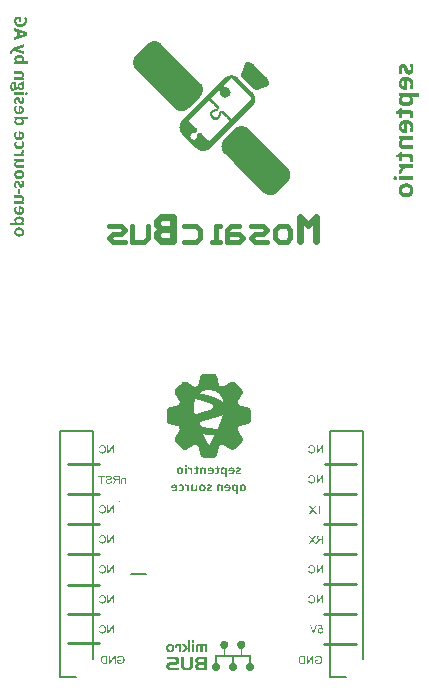
<source format=gbr>
%TF.GenerationSoftware,Altium Limited,Altium Designer,23.7.1 (13)*%
G04 Layer_Color=32896*
%FSLAX45Y45*%
%MOMM*%
%TF.SameCoordinates,13906D11-38DA-49B6-AFB5-B3B90C62E25A*%
%TF.FilePolarity,Positive*%
%TF.FileFunction,Legend,Bot*%
%TF.Part,Single*%
G01*
G75*
%TA.AperFunction,NonConductor*%
%ADD49C,0.10000*%
%ADD50C,0.20000*%
%ADD51C,0.25400*%
%ADD52C,0.40000*%
%ADD53C,0.60000*%
G36*
X9457227Y7978290D02*
X9459498Y7977836D01*
X9463813Y7977154D01*
X9465630Y7976700D01*
X9468128Y7975565D01*
X9471080Y7974883D01*
X9473351Y7973975D01*
X9474032Y7973294D01*
X9476530Y7972612D01*
X9478801Y7971250D01*
X9479710Y7970796D01*
X9481981Y7969887D01*
X9484252Y7968525D01*
X9489248Y7965345D01*
X9491519Y7963983D01*
X9492428Y7963074D01*
X9494699Y7961712D01*
X9496061Y7960349D01*
X9496970Y7959895D01*
X9499241Y7957624D01*
X9500149Y7957170D01*
X9503783Y7953536D01*
X9504691Y7953082D01*
X9604842Y7852930D01*
X9605297Y7852022D01*
X9608930Y7848388D01*
X9609384Y7847480D01*
X9611201Y7845663D01*
X9611655Y7844755D01*
X9612337Y7844073D01*
X9614381Y7841575D01*
X9616652Y7838396D01*
X9618014Y7836125D01*
X9618923Y7835216D01*
X9620739Y7832037D01*
X9623010Y7827949D01*
X9624146Y7826360D01*
X9624827Y7823861D01*
X9625736Y7822953D01*
X9626644Y7820682D01*
X9627098Y7818865D01*
X9628234Y7816821D01*
X9628915Y7813869D01*
X9629824Y7810690D01*
X9630732Y7808419D01*
X9631186Y7796155D01*
X9630732Y7790251D01*
X9629824Y7787980D01*
X9628461Y7784346D01*
X9626644Y7781621D01*
X9626190Y7780712D01*
X9622329Y7776852D01*
X9621421Y7776397D01*
X9620058Y7775035D01*
X9617787Y7774126D01*
X9616425Y7772764D01*
X9614153Y7772310D01*
X9612337Y7771855D01*
X9610066Y7770493D01*
X9607340Y7770039D01*
X9601436Y7767768D01*
X9599619Y7767313D01*
X9597575Y7766178D01*
X9594623Y7765497D01*
X9590535Y7763680D01*
X9588718Y7763226D01*
X9584857Y7761636D01*
X9581451Y7760955D01*
X9580770Y7760273D01*
X9577817Y7759138D01*
X9576001Y7758683D01*
X9573502Y7757548D01*
X9571004Y7756867D01*
X9566917Y7755050D01*
X9565100Y7754596D01*
X9561012Y7752779D01*
X9551474Y7748237D01*
X9549657Y7747783D01*
X9547386Y7746420D01*
X9544661Y7745966D01*
X9542844Y7745512D01*
X9540346Y7744376D01*
X9534668Y7743695D01*
X9533306Y7743241D01*
X9528991Y7742559D01*
X9524903Y7743014D01*
X9523086Y7743468D01*
X9518317Y7744149D01*
X9516500Y7744603D01*
X9514229Y7745512D01*
X9511504Y7745966D01*
X9506735Y7748010D01*
X9504237Y7748691D01*
X9502874Y7750054D01*
X9501057Y7750508D01*
X9500149Y7751416D01*
X9496970Y7753233D01*
X9496061Y7754141D01*
X9495153Y7754596D01*
X9492882Y7756867D01*
X9491973Y7757321D01*
X9491746Y7758002D01*
X9491065Y7758683D01*
X9490157Y7759138D01*
X9489475Y7759819D01*
X9489021Y7760727D01*
X9488340Y7760955D01*
X9487204Y7762090D01*
X9486750Y7762998D01*
X9485842Y7763453D01*
X9484706Y7765042D01*
X9483798Y7765497D01*
X9483116Y7766178D01*
X9482662Y7767086D01*
X9481300Y7767995D01*
X9480164Y7769584D01*
X9479256Y7770039D01*
X9478574Y7770720D01*
X9478120Y7771628D01*
X9477439Y7771855D01*
X9476303Y7772991D01*
X9475849Y7773899D01*
X9474941Y7774354D01*
X9473805Y7775943D01*
X9472897Y7776397D01*
X9472215Y7777079D01*
X9471761Y7777987D01*
X9470399Y7778896D01*
X9469263Y7780485D01*
X9468355Y7780939D01*
X9467673Y7781621D01*
X9467219Y7782529D01*
X9466538Y7782756D01*
X9465402Y7783892D01*
X9464948Y7784800D01*
X9464267Y7785027D01*
X9462904Y7786844D01*
X9461996Y7787298D01*
X9460633Y7789115D01*
X9459725Y7789569D01*
X9458362Y7791386D01*
X9457454Y7791840D01*
X9456773Y7792522D01*
X9456318Y7793430D01*
X9455637Y7793657D01*
X9454502Y7794793D01*
X9454047Y7795701D01*
X9453139Y7796155D01*
X9452003Y7797745D01*
X9451095Y7798199D01*
X9450414Y7798881D01*
X9449960Y7799789D01*
X9448597Y7800697D01*
X9447462Y7802287D01*
X9446553Y7802741D01*
X9445872Y7803423D01*
X9445418Y7804331D01*
X9444736Y7804558D01*
X9443601Y7805694D01*
X9443147Y7806602D01*
X9442238Y7807056D01*
X9441103Y7808646D01*
X9440194Y7809100D01*
X9439513Y7809781D01*
X9439059Y7810690D01*
X9437696Y7811598D01*
X9436561Y7813188D01*
X9435652Y7813642D01*
X9434971Y7814323D01*
X9434517Y7815232D01*
X9433836Y7815459D01*
X9432700Y7816594D01*
X9432246Y7817503D01*
X9431337Y7817957D01*
X9430202Y7819546D01*
X9429294Y7820001D01*
X9428612Y7820682D01*
X9428158Y7821590D01*
X9426795Y7822499D01*
X9425660Y7824088D01*
X9424752Y7824543D01*
X9423843Y7825451D01*
X9423616Y7825678D01*
Y7826132D01*
X9422935Y7826360D01*
X9421799Y7827495D01*
X9421345Y7828403D01*
X9420664Y7828631D01*
X9419982Y7829312D01*
X9419528Y7830220D01*
X9418166Y7831129D01*
X9417030Y7832718D01*
X9416122Y7833173D01*
X9415440Y7833854D01*
X9414986Y7834762D01*
X9413624Y7835671D01*
X9412488Y7837260D01*
X9411580Y7837715D01*
X9411353Y7838396D01*
X9406810Y7842938D01*
X9406356Y7843846D01*
X9403177Y7847026D01*
X9401814Y7849297D01*
X9398181Y7852930D01*
X9397726Y7853839D01*
X9396818Y7854747D01*
X9393639Y7860652D01*
X9393184Y7862015D01*
X9392730Y7871099D01*
X9393184Y7872915D01*
X9393639Y7876095D01*
X9394093Y7877911D01*
X9394774Y7878593D01*
X9395455Y7881091D01*
X9397272Y7885179D01*
X9397726Y7887450D01*
X9398635Y7890629D01*
X9399543Y7891537D01*
X9399997Y7894717D01*
X9401587Y7897669D01*
X9402268Y7900167D01*
X9404085Y7904255D01*
X9404539Y7906072D01*
X9406356Y7910614D01*
X9406810Y7912431D01*
X9407946Y7914929D01*
X9408627Y7917427D01*
X9410898Y7923332D01*
X9412488Y7927192D01*
X9413169Y7930145D01*
X9414986Y7934233D01*
X9415895Y7937866D01*
X9416576Y7938547D01*
X9417257Y7941045D01*
X9419528Y7946950D01*
X9420437Y7950129D01*
X9421118Y7950811D01*
X9421799Y7953763D01*
X9422935Y7956261D01*
X9424070Y7959213D01*
X9424524Y7961030D01*
X9425433Y7961939D01*
X9425887Y7962847D01*
X9427250Y7966026D01*
X9428612Y7968297D01*
X9429975Y7969660D01*
X9430429Y7970569D01*
X9432019Y7972158D01*
X9432927Y7972612D01*
X9434290Y7973975D01*
X9438378Y7976246D01*
X9439967Y7976927D01*
X9442238Y7977382D01*
X9445872Y7978290D01*
X9451095Y7978971D01*
X9457227Y7978290D01*
D02*
G37*
G36*
X8669187Y8154066D02*
X8677136Y8153385D01*
X8680315Y8152022D01*
X8684403Y8151568D01*
X8688491Y8149751D01*
X8691216Y8149297D01*
X8696212Y8147026D01*
X8698029Y8146571D01*
X8698938Y8145663D01*
X8699846Y8145209D01*
X8702117Y8144300D01*
X8706205Y8142029D01*
X8707113Y8141121D01*
X8708022Y8140667D01*
X8710747Y8138850D01*
X8711655Y8138396D01*
X8712564Y8137488D01*
X8714835Y8136125D01*
X8718468Y8132491D01*
X8719377Y8132037D01*
X9047992Y7803423D01*
X9048446Y7802514D01*
X9050035Y7800924D01*
X9054350Y7795247D01*
X9055713Y7792976D01*
X9057075Y7791613D01*
X9057984Y7789342D01*
X9059119Y7788207D01*
X9060255Y7785254D01*
X9061163Y7784346D01*
X9062526Y7780712D01*
X9063207Y7780031D01*
X9064343Y7777079D01*
X9065932Y7773218D01*
X9066386Y7770947D01*
X9066841Y7769130D01*
X9067976Y7766178D01*
X9068430Y7764361D01*
X9069339Y7758002D01*
X9069793Y7756640D01*
X9070247Y7749827D01*
X9070701Y7748464D01*
X9070474Y7741424D01*
X9070020Y7735065D01*
X9069112Y7730523D01*
X9068203Y7724619D01*
X9067749Y7722802D01*
X9066841Y7720531D01*
X9066159Y7717578D01*
X9065251Y7715307D01*
X9064570Y7713718D01*
X9063888Y7710765D01*
X9062526Y7709403D01*
X9062072Y7707586D01*
X9061163Y7705315D01*
X9060255Y7704406D01*
X9059801Y7702590D01*
X9058892Y7701681D01*
X9056621Y7697593D01*
X9055032Y7695095D01*
X9052988Y7692597D01*
X9052533Y7691689D01*
X9051852Y7691462D01*
X9051625Y7690780D01*
X9049808Y7688964D01*
X9049354Y7688055D01*
X9046629Y7685330D01*
X9046175Y7684422D01*
X8951474Y7589721D01*
X8950565Y7589267D01*
X8946477Y7585179D01*
X8945569Y7584724D01*
X8944206Y7583362D01*
X8941935Y7581999D01*
X8941708Y7581318D01*
X8935576Y7577457D01*
X8931489Y7575186D01*
X8926492Y7572461D01*
X8924222Y7571553D01*
X8920134Y7569736D01*
X8918317Y7569282D01*
X8916273Y7568600D01*
X8913321Y7567465D01*
X8910141Y7567011D01*
X8908325Y7566556D01*
X8906962Y7566102D01*
X8904237Y7565648D01*
X8902874Y7565194D01*
X8886977Y7564740D01*
X8879710Y7565194D01*
X8875168Y7565648D01*
X8871307Y7566783D01*
X8866992Y7567465D01*
X8863813Y7568827D01*
X8860179Y7569736D01*
X8856091Y7571553D01*
X8851095Y7573824D01*
X8848824Y7574732D01*
X8845645Y7576549D01*
X8844736Y7577457D01*
X8842465Y7578366D01*
X8841557Y7579274D01*
X8839286Y7580637D01*
X8838378Y7581545D01*
X8836107Y7582908D01*
X8832473Y7586541D01*
X8831565Y7586995D01*
X8526795Y7891765D01*
X8526568Y7891992D01*
X8504312Y7914248D01*
X8503177Y7915837D01*
X8502268Y7916292D01*
X8502041Y7916973D01*
X8500906Y7918108D01*
X8498862Y7920606D01*
X8494320Y7926965D01*
X8491595Y7931507D01*
X8488869Y7936504D01*
X8486598Y7941500D01*
X8485690Y7945133D01*
X8485009Y7945814D01*
X8483873Y7950584D01*
X8482511Y7953763D01*
X8481602Y7961484D01*
X8481148Y7962847D01*
X8480694Y7967389D01*
X8480240Y7968752D01*
X8480467Y7979880D01*
X8480921Y7983968D01*
X8481375Y7985784D01*
X8482056Y7991462D01*
X8482511Y7993279D01*
X8483646Y7997139D01*
X8484327Y8000546D01*
X8486144Y8004634D01*
X8486598Y8006450D01*
X8488415Y8010538D01*
X8489324Y8012809D01*
X8491595Y8016897D01*
X8495228Y8023256D01*
X8496137Y8024164D01*
X8497499Y8026435D01*
X8499316Y8028252D01*
X8499770Y8029160D01*
X8503404Y8032794D01*
X8503858Y8033702D01*
X8601738Y8131583D01*
X8602647Y8132037D01*
X8604918Y8134308D01*
X8605826Y8134762D01*
X8607189Y8136125D01*
X8608097Y8136579D01*
X8609006Y8137488D01*
X8611277Y8138850D01*
X8612185Y8139759D01*
X8614456Y8141121D01*
X8618544Y8143392D01*
X8619452Y8144300D01*
X8621723Y8145209D01*
X8623767Y8146344D01*
X8626720Y8147480D01*
X8628991Y8148842D01*
X8631262Y8149297D01*
X8635350Y8151113D01*
X8638529Y8151568D01*
X8642163Y8152476D01*
X8644434Y8153385D01*
X8651247Y8153839D01*
X8652609Y8154293D01*
X8669187Y8154066D01*
D02*
G37*
G36*
X9317333Y7865648D02*
X9321875Y7865194D01*
X9324146Y7864740D01*
X9331186Y7863604D01*
X9337091Y7861787D01*
X9338907Y7861333D01*
X9342087Y7859971D01*
X9343904Y7859516D01*
X9348900Y7857245D01*
X9350717Y7856791D01*
X9351625Y7855883D01*
X9352533Y7855429D01*
X9354805Y7854520D01*
X9356167Y7853158D01*
X9357984Y7852703D01*
X9359347Y7851341D01*
X9360255Y7850887D01*
X9363434Y7848615D01*
X9364343Y7848161D01*
X9365705Y7846799D01*
X9366614Y7846344D01*
X9370247Y7842711D01*
X9371156Y7842257D01*
X9489021Y7724391D01*
X9489475Y7723483D01*
X9492428Y7720531D01*
X9499014Y7711674D01*
X9500830Y7708494D01*
X9503101Y7704406D01*
X9504464Y7702135D01*
X9506735Y7697139D01*
X9507189Y7695322D01*
X9508325Y7692824D01*
X9509687Y7687828D01*
X9510823Y7684876D01*
X9511277Y7681696D01*
X9512185Y7676246D01*
X9512639Y7674884D01*
X9513094Y7660349D01*
X9512639Y7654444D01*
X9511731Y7650811D01*
X9510823Y7644452D01*
X9509006Y7638547D01*
X9508552Y7636730D01*
X9507189Y7633551D01*
X9506735Y7630826D01*
X9504918Y7628101D01*
X9504464Y7626284D01*
X9503101Y7624013D01*
X9502193Y7621742D01*
X9501285Y7620833D01*
X9499014Y7616746D01*
X9497651Y7614475D01*
X9496743Y7613566D01*
X9495380Y7611295D01*
X9494471Y7610841D01*
X9494017Y7609933D01*
X9492200Y7608116D01*
X9491746Y7607208D01*
X9489475Y7604937D01*
X9489021Y7604028D01*
X9134971Y7249978D01*
X9134063Y7249524D01*
X9131337Y7246799D01*
X9130429Y7246344D01*
X9128612Y7244528D01*
X9127704Y7244073D01*
X9126341Y7242711D01*
X9125433Y7242257D01*
X9124524Y7241348D01*
X9122253Y7239986D01*
X9121345Y7239077D01*
X9117257Y7236806D01*
X9111353Y7233627D01*
X9109536Y7233172D01*
X9108400Y7232037D01*
X9105902Y7231356D01*
X9103631Y7230447D01*
X9102041Y7229766D01*
X9099089Y7229085D01*
X9095910Y7227722D01*
X9092276Y7227268D01*
X9090459Y7226814D01*
X9087280Y7226359D01*
X9085917Y7225905D01*
X9079104Y7225451D01*
X9077742Y7224997D01*
X9070247Y7225224D01*
X9063888Y7225678D01*
X9062072Y7226132D01*
X9059346Y7226587D01*
X9055032Y7227268D01*
X9051398Y7228176D01*
X9049127Y7229085D01*
X9046402Y7229539D01*
X9042314Y7231356D01*
X9040497Y7231810D01*
X9037545Y7233400D01*
X9035047Y7234081D01*
X9033911Y7235216D01*
X9030959Y7236352D01*
X9029596Y7237715D01*
X9027780Y7238169D01*
X9026417Y7239531D01*
X9025508Y7239986D01*
X9022329Y7242257D01*
X9021421Y7242711D01*
X9020058Y7244073D01*
X9019150Y7244528D01*
X9017333Y7246344D01*
X9016424Y7246799D01*
X9011428Y7251795D01*
X9011201Y7252022D01*
X8894926Y7368297D01*
X8894471Y7369206D01*
X8892200Y7371477D01*
X8891746Y7372385D01*
X8890838Y7373294D01*
X8889702Y7374883D01*
X8886750Y7379198D01*
X8884933Y7382378D01*
X8883798Y7383513D01*
X8882662Y7386466D01*
X8881754Y7387374D01*
X8880391Y7391008D01*
X8879483Y7391916D01*
X8879028Y7393733D01*
X8877893Y7396685D01*
X8876985Y7398956D01*
X8876303Y7401908D01*
X8875168Y7404861D01*
X8874714Y7406678D01*
X8874032Y7411901D01*
X8873578Y7413718D01*
X8873124Y7415080D01*
X8872670Y7424164D01*
X8872215Y7425527D01*
X8872443Y7428025D01*
X8872897Y7436201D01*
X8873351Y7438472D01*
X8874714Y7446647D01*
X8875168Y7448464D01*
X8876076Y7450735D01*
X8876757Y7453687D01*
X8879028Y7459592D01*
X8880845Y7463680D01*
X8881754Y7465951D01*
X8884025Y7470039D01*
X8885842Y7473218D01*
X8886750Y7474127D01*
X8887204Y7475035D01*
X8889475Y7478214D01*
X8889929Y7479123D01*
X8891292Y7480485D01*
X8891746Y7481394D01*
X8894017Y7483665D01*
X8894471Y7484573D01*
X9252155Y7842257D01*
X9253063Y7842711D01*
X9253517Y7843619D01*
X9254426Y7844073D01*
X9255788Y7845436D01*
X9257378Y7846572D01*
X9259876Y7848615D01*
X9260785Y7849070D01*
X9261693Y7849978D01*
X9263964Y7851341D01*
X9264873Y7852249D01*
X9267144Y7853158D01*
X9268052Y7854066D01*
X9273957Y7857245D01*
X9278953Y7859516D01*
X9280770Y7859971D01*
X9283949Y7861333D01*
X9287583Y7862242D01*
X9289854Y7863150D01*
X9291671Y7863604D01*
X9298029Y7864513D01*
X9299392Y7864967D01*
X9304388Y7865421D01*
X9305751Y7865875D01*
X9317333Y7865648D01*
D02*
G37*
G36*
X9407719Y7435973D02*
X9412261Y7435065D01*
X9417030Y7434384D01*
X9420664Y7433475D01*
X9422935Y7432567D01*
X9425660Y7432113D01*
X9429748Y7430296D01*
X9432473Y7429842D01*
X9435198Y7428025D01*
X9437469Y7427571D01*
X9438605Y7426435D01*
X9441557Y7425300D01*
X9442465Y7424391D01*
X9448824Y7420758D01*
X9450187Y7419395D01*
X9451095Y7418941D01*
X9452458Y7417578D01*
X9453366Y7417124D01*
X9455183Y7415307D01*
X9456091Y7414853D01*
X9460179Y7410765D01*
X9461088Y7410311D01*
X9786977Y7084422D01*
X9787431Y7083513D01*
X9790156Y7080788D01*
X9790611Y7079880D01*
X9792655Y7077836D01*
X9794698Y7075338D01*
X9795153Y7074429D01*
X9795834Y7074202D01*
X9796515Y7072612D01*
X9797878Y7071250D01*
X9801512Y7064891D01*
X9805145Y7058078D01*
X9806508Y7054899D01*
X9807416Y7052627D01*
X9807870Y7050811D01*
X9809006Y7048313D01*
X9809687Y7045814D01*
X9810141Y7042635D01*
X9811050Y7040364D01*
X9811504Y7037639D01*
X9811958Y7036276D01*
X9812412Y7025375D01*
X9812867Y7024013D01*
X9812412Y7018108D01*
X9811958Y7010841D01*
X9811504Y7006299D01*
X9811050Y7004482D01*
X9810141Y7002211D01*
X9809687Y6998578D01*
X9809233Y6996761D01*
X9808097Y6994717D01*
X9807416Y6991765D01*
X9806281Y6989266D01*
X9804691Y6984951D01*
X9804010Y6984270D01*
X9802874Y6981318D01*
X9801739Y6980182D01*
X9800603Y6977230D01*
X9799695Y6976322D01*
X9799240Y6975413D01*
X9796969Y6972234D01*
X9796515Y6971325D01*
X9795607Y6970417D01*
X9794244Y6968146D01*
X9790611Y6964512D01*
X9790156Y6963604D01*
X9700906Y6874354D01*
X9699998Y6873899D01*
X9699316Y6873218D01*
X9696591Y6870947D01*
X9694093Y6868903D01*
X9690914Y6866632D01*
X9687734Y6864815D01*
X9686826Y6863907D01*
X9677287Y6858911D01*
X9673200Y6857094D01*
X9670929Y6856640D01*
X9666841Y6854823D01*
X9663207Y6854369D01*
X9661390Y6853914D01*
X9658211Y6853006D01*
X9656848Y6852552D01*
X9645947Y6852098D01*
X9644585Y6851643D01*
X9635501Y6852098D01*
X9628234Y6852552D01*
X9626417Y6853006D01*
X9623238Y6853914D01*
X9621421Y6854369D01*
X9618241Y6854823D01*
X9615743Y6855958D01*
X9612791Y6856640D01*
X9608703Y6858456D01*
X9603707Y6860727D01*
X9601436Y6861636D01*
X9596894Y6864361D01*
X9593714Y6866178D01*
X9589626Y6869357D01*
X9588718Y6869812D01*
X9587355Y6871174D01*
X9586447Y6871628D01*
X9582359Y6875716D01*
X9581451Y6876170D01*
X9330278Y7127344D01*
X9330050Y7127571D01*
X9256016Y7201606D01*
X9255561Y7202514D01*
X9254880Y7202741D01*
X9253745Y7203877D01*
X9253290Y7204785D01*
X9252382Y7205239D01*
X9251928Y7206148D01*
X9249203Y7208873D01*
X9243752Y7216140D01*
X9242390Y7218411D01*
X9241027Y7219774D01*
X9240573Y7221590D01*
X9239210Y7222953D01*
X9238756Y7223861D01*
X9237848Y7226132D01*
X9236939Y7227041D01*
X9236485Y7229312D01*
X9234668Y7232037D01*
X9233760Y7235671D01*
X9232624Y7237715D01*
X9231943Y7240667D01*
X9230808Y7244528D01*
X9229672Y7249297D01*
X9229218Y7253839D01*
X9228764Y7255201D01*
X9228309Y7262469D01*
X9227855Y7263831D01*
X9228537Y7274505D01*
X9228991Y7276322D01*
X9230126Y7284270D01*
X9231262Y7288131D01*
X9231943Y7290629D01*
X9232851Y7294263D01*
X9233533Y7294944D01*
X9234214Y7297442D01*
X9236485Y7302438D01*
X9239210Y7308343D01*
X9240119Y7309251D01*
X9240573Y7310160D01*
X9243298Y7314702D01*
X9243752Y7315610D01*
X9244661Y7316519D01*
X9245115Y7317427D01*
X9246477Y7318790D01*
X9246932Y7319698D01*
X9248748Y7321515D01*
X9249203Y7322423D01*
X9252836Y7326057D01*
X9253290Y7326965D01*
X9337999Y7411674D01*
X9338907Y7412128D01*
X9341178Y7414399D01*
X9342087Y7414853D01*
X9344358Y7417124D01*
X9345266Y7417578D01*
X9345493Y7418260D01*
X9347083Y7418941D01*
X9347991Y7419849D01*
X9350262Y7421212D01*
X9351171Y7422120D01*
X9354350Y7423937D01*
X9355259Y7424391D01*
X9356167Y7425300D01*
X9357984Y7425754D01*
X9359119Y7426889D01*
X9363434Y7428479D01*
X9364343Y7429387D01*
X9366160Y7429842D01*
X9370247Y7431658D01*
X9372973Y7432113D01*
X9375925Y7433248D01*
X9377742Y7433702D01*
X9382738Y7434611D01*
X9385463Y7435065D01*
X9388869Y7435746D01*
X9390232Y7436201D01*
X9407719Y7435973D01*
D02*
G37*
G36*
X9155215Y5340669D02*
X9156939Y5340497D01*
X9159179Y5340152D01*
X9161160Y5339722D01*
X9161849Y5339549D01*
X9163056Y5339377D01*
X9163745Y5339205D01*
X9164951Y5339032D01*
X9165640Y5338860D01*
X9167105Y5338257D01*
X9168483Y5337740D01*
X9169345Y5337568D01*
X9170465Y5337309D01*
X9171326Y5336965D01*
X9171671Y5336620D01*
X9172274Y5336189D01*
X9173394Y5335758D01*
X9174256Y5335414D01*
X9174514Y5335155D01*
X9175893Y5334294D01*
X9177013Y5333863D01*
X9177616Y5333260D01*
X9178564Y5332485D01*
X9178908Y5332312D01*
X9180114Y5331106D01*
X9180459Y5330934D01*
X9182182Y5329211D01*
X9182527Y5329038D01*
X9182613Y5328780D01*
X9182957Y5328435D01*
X9183130Y5328091D01*
X9183733Y5327487D01*
X9184508Y5326540D01*
X9184680Y5326195D01*
X9185542Y5325334D01*
X9186576Y5323438D01*
X9186920Y5323094D01*
X9187093Y5322749D01*
X9187438Y5322404D01*
X9187782Y5321543D01*
X9188299Y5320337D01*
X9188471Y5319992D01*
X9189074Y5319389D01*
X9189505Y5318269D01*
X9189678Y5317580D01*
X9190625Y5315426D01*
X9190970Y5314564D01*
X9191228Y5313444D01*
X9191745Y5311721D01*
X9192262Y5310515D01*
X9192521Y5309567D01*
X9192693Y5308706D01*
X9192951Y5306552D01*
X9193124Y5305863D01*
X9193554Y5304398D01*
X9193899Y5303537D01*
X9194244Y5302158D01*
X9194502Y5300521D01*
X9194675Y5299315D01*
X9194847Y5298626D01*
X9195191Y5297419D01*
X9195622Y5296300D01*
X9195794Y5295610D01*
X9196053Y5293973D01*
X9196225Y5293284D01*
X9196398Y5292078D01*
X9196570Y5291389D01*
X9197001Y5289924D01*
X9197345Y5289063D01*
X9197690Y5287339D01*
X9197948Y5285358D01*
X9198293Y5284152D01*
X9198551Y5283204D01*
X9198896Y5282342D01*
X9199068Y5281653D01*
X9199327Y5280533D01*
X9199671Y5278121D01*
X9199844Y5277431D01*
X9200102Y5276484D01*
X9200619Y5275105D01*
X9200791Y5274416D01*
X9201308Y5271142D01*
X9201653Y5269764D01*
X9202342Y5267868D01*
X9202601Y5266576D01*
X9202773Y5265887D01*
X9202945Y5264164D01*
X9203979Y5260890D01*
X9204152Y5260373D01*
X9204324Y5258822D01*
X9204496Y5258133D01*
X9204668Y5256927D01*
X9205616Y5253911D01*
X9205875Y5252791D01*
X9206047Y5252102D01*
X9206219Y5250379D01*
X9206392Y5249690D01*
X9207339Y5246674D01*
X9207511Y5245985D01*
X9207770Y5243831D01*
X9208115Y5242453D01*
X9208976Y5239696D01*
X9209321Y5238834D01*
X9210096Y5238231D01*
X9211130Y5238059D01*
X9213284Y5237111D01*
X9214145Y5236767D01*
X9215438Y5236508D01*
X9216558Y5236077D01*
X9217592Y5235388D01*
X9218453Y5235043D01*
X9219573Y5234785D01*
X9220779Y5234268D01*
X9222330Y5233406D01*
X9223709Y5233062D01*
X9224915Y5232545D01*
X9225518Y5232114D01*
X9226380Y5231769D01*
X9227758Y5231425D01*
X9228620Y5231080D01*
X9229998Y5230219D01*
X9230687Y5230046D01*
X9231635Y5229788D01*
X9232582Y5229357D01*
X9233617Y5228668D01*
X9234478Y5228323D01*
X9235426Y5228065D01*
X9236632Y5227203D01*
X9237666Y5227031D01*
X9238527Y5227376D01*
X9238872Y5227720D01*
X9240423Y5228582D01*
X9240767Y5228754D01*
X9241284Y5229271D01*
X9242491Y5229960D01*
X9243352Y5230305D01*
X9243610Y5230563D01*
X9244558Y5231339D01*
X9244903Y5231511D01*
X9246109Y5232028D01*
X9246626Y5232545D01*
X9248521Y5233579D01*
X9248866Y5233751D01*
X9249383Y5234268D01*
X9250589Y5234957D01*
X9251709Y5235560D01*
X9252657Y5236336D01*
X9253001Y5236508D01*
X9253863Y5236853D01*
X9254380Y5237370D01*
X9256620Y5238576D01*
X9256964Y5238748D01*
X9257654Y5239437D01*
X9259291Y5240213D01*
X9260238Y5240988D01*
X9261100Y5241505D01*
X9261961Y5241850D01*
X9262651Y5242539D01*
X9263857Y5243228D01*
X9264546Y5243400D01*
X9265235Y5244090D01*
X9267562Y5245382D01*
X9268509Y5246157D01*
X9268854Y5246330D01*
X9270060Y5246847D01*
X9270319Y5247105D01*
X9271266Y5247880D01*
X9271611Y5248053D01*
X9272817Y5248570D01*
X9273334Y5249087D01*
X9275229Y5250120D01*
X9275574Y5250293D01*
X9276091Y5250810D01*
X9277297Y5251499D01*
X9278158Y5251843D01*
X9278417Y5252102D01*
X9279365Y5252877D01*
X9279709Y5253050D01*
X9280571Y5253394D01*
X9281002Y5253825D01*
X9282036Y5254514D01*
X9283156Y5254945D01*
X9283845Y5255634D01*
X9285051Y5256323D01*
X9285913Y5256668D01*
X9286429Y5257185D01*
X9286774Y5257358D01*
X9287119Y5257702D01*
X9287463Y5257874D01*
X9288670Y5258391D01*
X9289186Y5258908D01*
X9290134Y5259511D01*
X9291254Y5259942D01*
X9291943Y5260631D01*
X9294269Y5261924D01*
X9295217Y5262699D01*
X9295562Y5262871D01*
X9296768Y5263388D01*
X9297285Y5263905D01*
X9297888Y5264336D01*
X9299611Y5265197D01*
X9300559Y5265973D01*
X9300903Y5266145D01*
X9302799Y5267007D01*
X9304350Y5267868D01*
X9305556Y5268213D01*
X9306331Y5268644D01*
X9307365Y5269333D01*
X9308054Y5269505D01*
X9309691Y5269764D01*
X9311501Y5270539D01*
X9312362Y5270884D01*
X9313051Y5271056D01*
X9313913Y5271228D01*
X9317618Y5271487D01*
X9318135Y5271659D01*
X9321925Y5271831D01*
X9322615Y5271659D01*
X9324855Y5271487D01*
X9327612Y5271315D01*
X9328818Y5271142D01*
X9329507Y5270970D01*
X9331661Y5270022D01*
X9332350Y5269850D01*
X9333815Y5269591D01*
X9335365Y5268902D01*
X9336313Y5268299D01*
X9337433Y5267868D01*
X9338553Y5267265D01*
X9339932Y5266404D01*
X9340879Y5266145D01*
X9341741Y5265284D01*
X9342947Y5264594D01*
X9343981Y5263560D01*
X9345532Y5262699D01*
X9346393Y5261838D01*
X9347600Y5261148D01*
X9348030Y5260717D01*
X9348203Y5260373D01*
X9348633Y5259942D01*
X9348978Y5259770D01*
X9350098Y5258650D01*
X9350270Y5258305D01*
X9350529Y5258219D01*
X9351649Y5257099D01*
X9351821Y5256754D01*
X9352080Y5256668D01*
X9353372Y5255376D01*
X9353544Y5255031D01*
X9353803Y5254945D01*
X9354750Y5253997D01*
X9355181Y5253394D01*
X9355526Y5253222D01*
X9356474Y5252274D01*
X9356646Y5251930D01*
X9356904Y5251671D01*
X9357249Y5251499D01*
X9358369Y5250379D01*
X9358541Y5250034D01*
X9358800Y5249948D01*
X9359747Y5249000D01*
X9360178Y5248397D01*
X9360523Y5248225D01*
X9361298Y5247449D01*
X9361729Y5246847D01*
X9362073Y5246674D01*
X9363021Y5245727D01*
X9363452Y5245123D01*
X9363797Y5244951D01*
X9364744Y5244003D01*
X9364916Y5243659D01*
X9365175Y5243400D01*
X9365520Y5243228D01*
X9365864Y5242883D01*
X9366726Y5241850D01*
X9367070Y5241677D01*
X9367587Y5241160D01*
X9368449Y5240126D01*
X9368794Y5239954D01*
X9369569Y5239179D01*
X9370000Y5238576D01*
X9370344Y5238403D01*
X9371292Y5237456D01*
X9371723Y5236853D01*
X9372067Y5236680D01*
X9373015Y5235732D01*
X9373188Y5235388D01*
X9373446Y5235129D01*
X9373790Y5234957D01*
X9374566Y5234182D01*
X9374997Y5233579D01*
X9375341Y5233406D01*
X9376289Y5232459D01*
X9376720Y5231856D01*
X9377065Y5231683D01*
X9377840Y5230908D01*
X9378271Y5230305D01*
X9378615Y5230133D01*
X9379563Y5229185D01*
X9379994Y5228582D01*
X9380338Y5228409D01*
X9381286Y5227462D01*
X9381458Y5227117D01*
X9381717Y5226858D01*
X9382061Y5226686D01*
X9382837Y5225911D01*
X9383268Y5225308D01*
X9383612Y5225136D01*
X9384560Y5224188D01*
X9384991Y5223585D01*
X9385335Y5223412D01*
X9385680Y5223068D01*
X9386542Y5222034D01*
X9386886Y5221862D01*
X9387403Y5221345D01*
X9388265Y5220311D01*
X9388609Y5220138D01*
X9389557Y5219191D01*
X9389729Y5218846D01*
X9389988Y5218588D01*
X9390332Y5218415D01*
X9391108Y5217640D01*
X9391538Y5217037D01*
X9391883Y5216865D01*
X9392831Y5215917D01*
X9393262Y5215314D01*
X9393606Y5215141D01*
X9394382Y5214366D01*
X9394812Y5213763D01*
X9395157Y5213591D01*
X9396105Y5212643D01*
X9396277Y5212298D01*
X9396880Y5211695D01*
X9397225Y5211523D01*
X9398000Y5210403D01*
X9398172Y5210058D01*
X9399034Y5209197D01*
X9399896Y5207646D01*
X9400585Y5206957D01*
X9401446Y5205751D01*
X9401619Y5205406D01*
X9402566Y5204458D01*
X9402997Y5203338D01*
X9403342Y5202477D01*
X9403686Y5202132D01*
X9403859Y5201787D01*
X9404117Y5201529D01*
X9404548Y5200409D01*
X9404893Y5199547D01*
X9405754Y5198341D01*
X9406099Y5197480D01*
X9406271Y5196790D01*
X9406443Y5195584D01*
X9407219Y5193775D01*
X9407563Y5192913D01*
X9407908Y5190846D01*
X9408166Y5186797D01*
X9408339Y5186280D01*
X9408252Y5182230D01*
X9408080Y5180852D01*
X9407822Y5177320D01*
X9407649Y5176630D01*
X9407305Y5175424D01*
X9406874Y5174476D01*
X9406443Y5173356D01*
X9406271Y5172667D01*
X9406099Y5171461D01*
X9405668Y5170341D01*
X9404979Y5169307D01*
X9404548Y5168187D01*
X9403859Y5166636D01*
X9403256Y5165689D01*
X9402653Y5164052D01*
X9401963Y5163362D01*
X9401274Y5162156D01*
X9400929Y5161295D01*
X9400671Y5161036D01*
X9399896Y5160088D01*
X9399723Y5159744D01*
X9399206Y5158538D01*
X9398775Y5158107D01*
X9398086Y5157073D01*
X9397656Y5155953D01*
X9396966Y5155264D01*
X9396277Y5154058D01*
X9395932Y5153196D01*
X9395416Y5152679D01*
X9394209Y5150439D01*
X9393692Y5149922D01*
X9393003Y5148716D01*
X9392659Y5147855D01*
X9391969Y5147165D01*
X9391452Y5146304D01*
X9390935Y5145097D01*
X9390419Y5144581D01*
X9389212Y5142340D01*
X9388695Y5141824D01*
X9387661Y5139928D01*
X9387489Y5139584D01*
X9386972Y5139067D01*
X9386542Y5138464D01*
X9386111Y5137344D01*
X9385594Y5136827D01*
X9384388Y5134587D01*
X9384215Y5134242D01*
X9383698Y5133725D01*
X9382664Y5131830D01*
X9382492Y5131485D01*
X9381975Y5130968D01*
X9381458Y5130107D01*
X9381114Y5129245D01*
X9380424Y5128556D01*
X9379218Y5126316D01*
X9379046Y5125971D01*
X9378788Y5125885D01*
X9377840Y5124076D01*
X9377668Y5123731D01*
X9377151Y5123214D01*
X9376461Y5122008D01*
X9376117Y5121146D01*
X9375858Y5120888D01*
X9375083Y5119940D01*
X9374911Y5119596D01*
X9374394Y5118390D01*
X9373877Y5117873D01*
X9373274Y5116925D01*
X9372843Y5115805D01*
X9372585Y5115546D01*
X9371809Y5114599D01*
X9371637Y5114254D01*
X9371120Y5113048D01*
X9370603Y5112531D01*
X9369397Y5110291D01*
X9368880Y5109774D01*
X9367846Y5107879D01*
X9367674Y5107534D01*
X9367157Y5107017D01*
X9366467Y5105811D01*
X9366123Y5104949D01*
X9365864Y5104691D01*
X9365089Y5103743D01*
X9364916Y5103398D01*
X9364572Y5102537D01*
X9364227Y5102192D01*
X9364055Y5101848D01*
X9363797Y5101589D01*
X9363624Y5100900D01*
X9363711Y5100125D01*
X9364486Y5099005D01*
X9364916Y5097885D01*
X9365434Y5096678D01*
X9365606Y5096334D01*
X9366037Y5095903D01*
X9366381Y5095042D01*
X9366640Y5093921D01*
X9367070Y5092802D01*
X9367932Y5091423D01*
X9368104Y5090734D01*
X9368363Y5089441D01*
X9369569Y5087546D01*
X9369914Y5085995D01*
X9371034Y5083841D01*
X9371378Y5082980D01*
X9371637Y5081860D01*
X9372067Y5080740D01*
X9372929Y5079361D01*
X9373188Y5078241D01*
X9373532Y5077035D01*
X9374135Y5075915D01*
X9374480Y5075054D01*
X9374652Y5074364D01*
X9374911Y5073244D01*
X9375341Y5072814D01*
X9377237Y5072124D01*
X9378357Y5071693D01*
X9379046Y5071521D01*
X9380166Y5071263D01*
X9382578Y5070918D01*
X9383957Y5070574D01*
X9384818Y5070229D01*
X9385508Y5070057D01*
X9386369Y5069712D01*
X9388092Y5069540D01*
X9388782Y5069367D01*
X9389988Y5069195D01*
X9391194Y5068850D01*
X9392055Y5068506D01*
X9393003Y5068247D01*
X9393692Y5068075D01*
X9395329Y5067817D01*
X9396535Y5067644D01*
X9397225Y5067472D01*
X9398431Y5067127D01*
X9399551Y5066696D01*
X9401532Y5066266D01*
X9403945Y5065921D01*
X9405926Y5065318D01*
X9406788Y5064973D01*
X9407477Y5064801D01*
X9408511Y5064629D01*
X9410492Y5064370D01*
X9411182Y5064198D01*
X9412646Y5063767D01*
X9413508Y5063423D01*
X9414197Y5063250D01*
X9415317Y5062992D01*
X9417730Y5062647D01*
X9418419Y5062475D01*
X9419366Y5062216D01*
X9421004Y5061613D01*
X9421520Y5061441D01*
X9423244Y5061269D01*
X9423933Y5061097D01*
X9425139Y5060924D01*
X9426345Y5060579D01*
X9427207Y5060235D01*
X9428154Y5059976D01*
X9428843Y5059804D01*
X9431687Y5059373D01*
X9432376Y5059201D01*
X9433841Y5058770D01*
X9434702Y5058426D01*
X9435391Y5058253D01*
X9436253Y5058081D01*
X9438234Y5057822D01*
X9439613Y5057478D01*
X9440561Y5057220D01*
X9441681Y5056789D01*
X9442628Y5056530D01*
X9445472Y5056099D01*
X9446850Y5055755D01*
X9447970Y5055324D01*
X9449348Y5054807D01*
X9450469Y5054549D01*
X9451675Y5054204D01*
X9452536Y5053859D01*
X9452795Y5053601D01*
X9454432Y5052998D01*
X9455121Y5052826D01*
X9455982Y5052481D01*
X9456327Y5052136D01*
X9457533Y5051447D01*
X9459084Y5050758D01*
X9459429Y5050586D01*
X9459773Y5050241D01*
X9461324Y5049379D01*
X9461669Y5049207D01*
X9462530Y5048346D01*
X9463392Y5047829D01*
X9464512Y5046708D01*
X9465546Y5046019D01*
X9465718Y5045675D01*
X9467269Y5044124D01*
X9467441Y5043779D01*
X9468647Y5042573D01*
X9469164Y5041712D01*
X9470026Y5040850D01*
X9471232Y5038610D01*
X9471404Y5038266D01*
X9471921Y5037748D01*
X9472179Y5037145D01*
X9472610Y5036025D01*
X9473127Y5035164D01*
X9473558Y5034561D01*
X9473903Y5033699D01*
X9474161Y5032579D01*
X9474333Y5031890D01*
X9475281Y5029736D01*
X9475453Y5029047D01*
X9475626Y5028185D01*
X9475798Y5027151D01*
X9476315Y5024567D01*
X9476487Y5023533D01*
X9476659Y5022844D01*
X9476918Y5021207D01*
X9477090Y5020690D01*
X9477263Y4948492D01*
X9476832Y4944960D01*
X9476659Y4944098D01*
X9476401Y4942978D01*
X9476229Y4942289D01*
X9475884Y4940221D01*
X9475712Y4939532D01*
X9475367Y4937464D01*
X9474419Y4935483D01*
X9474161Y4934362D01*
X9473816Y4932984D01*
X9473472Y4932122D01*
X9472869Y4931519D01*
X9472438Y4930399D01*
X9471921Y4929193D01*
X9471576Y4928849D01*
X9470370Y4926609D01*
X9470198Y4926264D01*
X9469767Y4925833D01*
X9468992Y4924886D01*
X9468820Y4924541D01*
X9468389Y4924110D01*
X9468044Y4923938D01*
X9467441Y4923162D01*
X9467269Y4922818D01*
X9465115Y4920664D01*
X9464770Y4920492D01*
X9464167Y4919889D01*
X9463219Y4919113D01*
X9462875Y4918941D01*
X9462530Y4918596D01*
X9462186Y4918424D01*
X9461841Y4917907D01*
X9459946Y4916873D01*
X9459601Y4916701D01*
X9458998Y4916098D01*
X9457878Y4915667D01*
X9457016Y4915322D01*
X9456672Y4915150D01*
X9456327Y4914805D01*
X9455121Y4914116D01*
X9453398Y4913599D01*
X9452536Y4913255D01*
X9452278Y4912996D01*
X9450641Y4912393D01*
X9449435Y4912221D01*
X9447108Y4911273D01*
X9446419Y4911101D01*
X9445299Y4910842D01*
X9442887Y4910498D01*
X9442198Y4910325D01*
X9440992Y4909981D01*
X9440130Y4909636D01*
X9439613Y4909464D01*
X9438579Y4909291D01*
X9437890Y4909119D01*
X9435477Y4908775D01*
X9434013Y4908344D01*
X9433151Y4907999D01*
X9431342Y4907568D01*
X9430653Y4907396D01*
X9428930Y4907224D01*
X9428240Y4907051D01*
X9427034Y4906707D01*
X9425914Y4906276D01*
X9425225Y4906104D01*
X9423588Y4905845D01*
X9422899Y4905673D01*
X9421693Y4905501D01*
X9421004Y4905328D01*
X9420056Y4905070D01*
X9418677Y4904553D01*
X9417557Y4904294D01*
X9416868Y4904122D01*
X9415145Y4903950D01*
X9413767Y4903605D01*
X9412819Y4903347D01*
X9411440Y4902830D01*
X9410579Y4902657D01*
X9408942Y4902399D01*
X9407736Y4902227D01*
X9406788Y4901968D01*
X9406099Y4901796D01*
X9404720Y4901279D01*
X9404031Y4901107D01*
X9400929Y4900590D01*
X9400068Y4900417D01*
X9399379Y4900245D01*
X9397483Y4899556D01*
X9396794Y4899384D01*
X9395760Y4899211D01*
X9393779Y4898953D01*
X9390246Y4897833D01*
X9386972Y4897316D01*
X9386111Y4897144D01*
X9385163Y4896885D01*
X9384215Y4896454D01*
X9382837Y4896110D01*
X9381975Y4895937D01*
X9379994Y4895679D01*
X9379305Y4895507D01*
X9375514Y4894301D01*
X9375255Y4894042D01*
X9374825Y4893439D01*
X9374652Y4892750D01*
X9374394Y4891630D01*
X9373790Y4890510D01*
X9373446Y4889648D01*
X9373188Y4888700D01*
X9373015Y4888011D01*
X9372498Y4886805D01*
X9372326Y4886460D01*
X9372067Y4886202D01*
X9371464Y4884565D01*
X9371292Y4883876D01*
X9370775Y4882670D01*
X9370603Y4882325D01*
X9370344Y4882066D01*
X9370000Y4881205D01*
X9369741Y4880085D01*
X9369052Y4878534D01*
X9368449Y4877586D01*
X9368191Y4876639D01*
X9368018Y4875949D01*
X9367501Y4874743D01*
X9367329Y4874399D01*
X9367070Y4874140D01*
X9366640Y4873020D01*
X9366295Y4871814D01*
X9366123Y4871125D01*
X9365778Y4870780D01*
X9365606Y4870436D01*
X9365347Y4870177D01*
X9364744Y4868540D01*
X9364400Y4867679D01*
X9363883Y4867162D01*
X9363711Y4865955D01*
X9364055Y4865094D01*
X9365261Y4862854D01*
X9365778Y4862337D01*
X9366812Y4860442D01*
X9366984Y4860097D01*
X9367501Y4859580D01*
X9367932Y4858977D01*
X9368363Y4857857D01*
X9368707Y4857512D01*
X9368880Y4857168D01*
X9369224Y4856823D01*
X9370258Y4854928D01*
X9370431Y4854583D01*
X9370947Y4854066D01*
X9371981Y4852171D01*
X9372154Y4851826D01*
X9372498Y4851482D01*
X9372929Y4850878D01*
X9373360Y4849758D01*
X9374049Y4849069D01*
X9374738Y4847863D01*
X9375083Y4847001D01*
X9375341Y4846743D01*
X9376117Y4845795D01*
X9376289Y4845451D01*
X9376806Y4844245D01*
X9377323Y4843727D01*
X9377926Y4842780D01*
X9378357Y4841660D01*
X9379046Y4840971D01*
X9379735Y4839765D01*
X9380080Y4838903D01*
X9380338Y4838644D01*
X9381114Y4837697D01*
X9381286Y4837352D01*
X9381803Y4836146D01*
X9382320Y4835629D01*
X9382923Y4834681D01*
X9383354Y4833561D01*
X9384043Y4832872D01*
X9384732Y4831666D01*
X9385335Y4830546D01*
X9386111Y4829598D01*
X9386283Y4829253D01*
X9386800Y4828047D01*
X9387317Y4827530D01*
X9388351Y4825635D01*
X9388523Y4825290D01*
X9389040Y4824773D01*
X9389471Y4824170D01*
X9389901Y4823050D01*
X9390419Y4822533D01*
X9390591Y4822189D01*
X9390935Y4821844D01*
X9391108Y4821500D01*
X9391625Y4820293D01*
X9391883Y4820035D01*
X9392659Y4819087D01*
X9392831Y4818743D01*
X9393176Y4817881D01*
X9394468Y4816072D01*
X9394899Y4814952D01*
X9395588Y4814262D01*
X9396277Y4813056D01*
X9396622Y4812195D01*
X9396880Y4811936D01*
X9397656Y4810989D01*
X9397828Y4810644D01*
X9398345Y4809438D01*
X9398862Y4808921D01*
X9399465Y4807973D01*
X9399896Y4806853D01*
X9400585Y4806164D01*
X9401274Y4804958D01*
X9401619Y4804096D01*
X9402136Y4803579D01*
X9402566Y4802976D01*
X9403169Y4801339D01*
X9403859Y4800305D01*
X9404290Y4799702D01*
X9404548Y4798755D01*
X9405237Y4797204D01*
X9405668Y4796601D01*
X9406099Y4795481D01*
X9406271Y4794792D01*
X9406443Y4793585D01*
X9407219Y4791776D01*
X9407563Y4790914D01*
X9407736Y4790053D01*
X9407994Y4786693D01*
X9408166Y4786176D01*
X9408339Y4782040D01*
X9407822Y4775320D01*
X9407649Y4774631D01*
X9407305Y4773425D01*
X9406874Y4772477D01*
X9406530Y4771616D01*
X9406271Y4770323D01*
X9406099Y4769634D01*
X9405496Y4768170D01*
X9404634Y4766791D01*
X9404376Y4765843D01*
X9403686Y4764810D01*
X9403256Y4764207D01*
X9402653Y4762570D01*
X9401791Y4761708D01*
X9401102Y4760502D01*
X9400068Y4759468D01*
X9399896Y4759123D01*
X9399206Y4758090D01*
X9399034Y4757745D01*
X9398517Y4757228D01*
X9397656Y4756022D01*
X9397483Y4755677D01*
X9397225Y4755591D01*
X9396449Y4754816D01*
X9396277Y4754471D01*
X9395502Y4753696D01*
X9395157Y4753523D01*
X9394726Y4753093D01*
X9394554Y4752748D01*
X9393779Y4751972D01*
X9393434Y4751800D01*
X9393176Y4751542D01*
X9393003Y4751197D01*
X9392228Y4750422D01*
X9391883Y4750249D01*
X9391452Y4749819D01*
X9391280Y4749474D01*
X9390505Y4748699D01*
X9390160Y4748526D01*
X9389901Y4748268D01*
X9389729Y4747923D01*
X9388954Y4747148D01*
X9388609Y4746976D01*
X9388179Y4746545D01*
X9388006Y4746200D01*
X9387231Y4745425D01*
X9386886Y4745252D01*
X9386455Y4744822D01*
X9386283Y4744477D01*
X9385508Y4743702D01*
X9385163Y4743529D01*
X9384905Y4743271D01*
X9384732Y4742926D01*
X9383957Y4742151D01*
X9383612Y4741979D01*
X9383181Y4741548D01*
X9383009Y4741203D01*
X9382234Y4740428D01*
X9381889Y4740255D01*
X9381631Y4739997D01*
X9381458Y4739652D01*
X9380511Y4738705D01*
X9380166Y4738532D01*
X9379908Y4738274D01*
X9379735Y4737929D01*
X9378960Y4737154D01*
X9378615Y4736982D01*
X9378184Y4736551D01*
X9378012Y4736206D01*
X9377237Y4735431D01*
X9376892Y4735258D01*
X9376634Y4735000D01*
X9376461Y4734655D01*
X9375686Y4733880D01*
X9375341Y4733708D01*
X9374911Y4733277D01*
X9374738Y4732932D01*
X9373963Y4732157D01*
X9373618Y4731984D01*
X9373360Y4731726D01*
X9373188Y4731381D01*
X9372240Y4730434D01*
X9371895Y4730262D01*
X9371637Y4730003D01*
X9371464Y4729658D01*
X9370689Y4728883D01*
X9370344Y4728711D01*
X9370086Y4728452D01*
X9369914Y4728108D01*
X9368966Y4727160D01*
X9368621Y4726987D01*
X9368363Y4726729D01*
X9368191Y4726385D01*
X9367415Y4725609D01*
X9367070Y4725437D01*
X9366640Y4725006D01*
X9366467Y4724661D01*
X9365692Y4723886D01*
X9365347Y4723714D01*
X9365089Y4723455D01*
X9364916Y4723111D01*
X9363969Y4722163D01*
X9363624Y4721991D01*
X9363366Y4721732D01*
X9363194Y4721388D01*
X9362418Y4720612D01*
X9362073Y4720440D01*
X9361815Y4720181D01*
X9361643Y4719837D01*
X9360695Y4718889D01*
X9360350Y4718717D01*
X9360092Y4718458D01*
X9359920Y4718113D01*
X9359144Y4717338D01*
X9358800Y4717166D01*
X9358369Y4716735D01*
X9358196Y4716391D01*
X9357421Y4715615D01*
X9357077Y4715443D01*
X9356818Y4715184D01*
X9356646Y4714840D01*
X9355698Y4713892D01*
X9355353Y4713720D01*
X9355095Y4713461D01*
X9354923Y4713117D01*
X9354147Y4712341D01*
X9353803Y4712169D01*
X9353544Y4711911D01*
X9353372Y4711566D01*
X9352424Y4710618D01*
X9352080Y4710446D01*
X9351821Y4710187D01*
X9351649Y4709843D01*
X9350873Y4709067D01*
X9350529Y4708895D01*
X9350098Y4708464D01*
X9349926Y4708120D01*
X9349150Y4707344D01*
X9348806Y4707172D01*
X9348375Y4706741D01*
X9348203Y4706396D01*
X9347944Y4706138D01*
X9346738Y4705449D01*
X9346135Y4704846D01*
X9344498Y4703726D01*
X9344153Y4703553D01*
X9343292Y4702692D01*
X9342085Y4702003D01*
X9341396Y4701313D01*
X9340793Y4700883D01*
X9339156Y4700280D01*
X9338812Y4699935D01*
X9338467Y4699763D01*
X9338123Y4699418D01*
X9336744Y4698901D01*
X9335883Y4698557D01*
X9335538Y4698212D01*
X9335193Y4698040D01*
X9334935Y4697781D01*
X9334073Y4697436D01*
X9332608Y4697178D01*
X9331919Y4697006D01*
X9329765Y4696058D01*
X9328645Y4695800D01*
X9328128Y4695627D01*
X9324338Y4695455D01*
X9323648Y4695282D01*
X9321408Y4695110D01*
X9318651Y4695282D01*
X9317962Y4695455D01*
X9313482Y4695800D01*
X9312276Y4696144D01*
X9311328Y4696575D01*
X9310467Y4696919D01*
X9307796Y4697522D01*
X9306590Y4698040D01*
X9306159Y4698470D01*
X9305297Y4698815D01*
X9304350Y4699073D01*
X9303488Y4699418D01*
X9303143Y4699763D01*
X9302799Y4699935D01*
X9302540Y4700193D01*
X9301420Y4700624D01*
X9300559Y4700969D01*
X9300042Y4701486D01*
X9299094Y4702089D01*
X9297974Y4702520D01*
X9297371Y4703123D01*
X9296337Y4703812D01*
X9295217Y4704243D01*
X9294959Y4704501D01*
X9294011Y4705277D01*
X9293666Y4705449D01*
X9292460Y4705966D01*
X9291943Y4706483D01*
X9290048Y4707517D01*
X9289703Y4707689D01*
X9289186Y4708206D01*
X9287980Y4708895D01*
X9287119Y4709240D01*
X9286860Y4709498D01*
X9285913Y4710274D01*
X9285568Y4710446D01*
X9284362Y4710963D01*
X9283845Y4711480D01*
X9281605Y4712686D01*
X9281088Y4713203D01*
X9279193Y4714237D01*
X9278848Y4714409D01*
X9278331Y4714926D01*
X9277469Y4715443D01*
X9276263Y4715960D01*
X9275918Y4716304D01*
X9274712Y4717166D01*
X9274023Y4717338D01*
X9273678Y4717683D01*
X9273334Y4717855D01*
X9272989Y4718200D01*
X9271783Y4718889D01*
X9270663Y4719492D01*
X9270491Y4719837D01*
X9270232Y4719923D01*
X9269974Y4720181D01*
X9268854Y4720612D01*
X9267045Y4721904D01*
X9265925Y4722335D01*
X9265322Y4722938D01*
X9264288Y4723628D01*
X9263168Y4724058D01*
X9262478Y4724747D01*
X9261272Y4725437D01*
X9260411Y4725782D01*
X9259894Y4726298D01*
X9257998Y4727332D01*
X9257654Y4727504D01*
X9257137Y4728022D01*
X9256189Y4728625D01*
X9255069Y4729055D01*
X9254811Y4729314D01*
X9253863Y4730089D01*
X9253518Y4730262D01*
X9252312Y4730778D01*
X9251795Y4731295D01*
X9250847Y4731898D01*
X9249728Y4732329D01*
X9249038Y4733018D01*
X9247832Y4733708D01*
X9246712Y4734311D01*
X9245764Y4735086D01*
X9245420Y4735258D01*
X9244213Y4735775D01*
X9243352Y4736637D01*
X9243007Y4736809D01*
X9241456Y4737499D01*
X9240940Y4738015D01*
X9239389Y4738877D01*
X9238183Y4739739D01*
X9236804Y4739911D01*
X9235598Y4739049D01*
X9234736Y4738705D01*
X9232841Y4737843D01*
X9231635Y4737154D01*
X9230946Y4736982D01*
X9229739Y4736637D01*
X9228447Y4735861D01*
X9227586Y4735517D01*
X9226896Y4735345D01*
X9225776Y4735086D01*
X9224570Y4734224D01*
X9223709Y4733880D01*
X9223019Y4733708D01*
X9221813Y4733363D01*
X9220521Y4732588D01*
X9218884Y4731984D01*
X9218195Y4731812D01*
X9217419Y4731554D01*
X9216041Y4730692D01*
X9215093Y4730434D01*
X9213370Y4729917D01*
X9212595Y4729486D01*
X9211216Y4728969D01*
X9209924Y4728711D01*
X9209321Y4728108D01*
X9208804Y4726729D01*
X9208373Y4725609D01*
X9208115Y4724661D01*
X9207942Y4724144D01*
X9207770Y4722594D01*
X9207598Y4721904D01*
X9207425Y4720698D01*
X9207081Y4719492D01*
X9206650Y4718372D01*
X9206305Y4716994D01*
X9206047Y4715357D01*
X9205875Y4714151D01*
X9205702Y4713461D01*
X9205358Y4712255D01*
X9205013Y4711393D01*
X9204755Y4710446D01*
X9204582Y4709584D01*
X9204324Y4707947D01*
X9204152Y4706741D01*
X9203462Y4704501D01*
X9203118Y4703640D01*
X9202945Y4702606D01*
X9202773Y4701916D01*
X9202601Y4700193D01*
X9202428Y4699504D01*
X9202084Y4698298D01*
X9201653Y4697178D01*
X9201481Y4696489D01*
X9201222Y4695369D01*
X9200878Y4692956D01*
X9200705Y4692267D01*
X9199758Y4689252D01*
X9199585Y4688390D01*
X9199327Y4686236D01*
X9199155Y4685547D01*
X9198207Y4682532D01*
X9198034Y4681842D01*
X9197776Y4680206D01*
X9197604Y4678999D01*
X9197431Y4678310D01*
X9196656Y4675812D01*
X9196225Y4674002D01*
X9195881Y4671590D01*
X9194933Y4668575D01*
X9194761Y4667885D01*
X9194588Y4667024D01*
X9194416Y4665645D01*
X9194244Y4664611D01*
X9193899Y4663233D01*
X9193210Y4661337D01*
X9192865Y4659442D01*
X9192693Y4658064D01*
X9192434Y4656944D01*
X9191487Y4654617D01*
X9191056Y4652636D01*
X9190108Y4650482D01*
X9189505Y4648845D01*
X9189160Y4647639D01*
X9188644Y4647122D01*
X9188213Y4646519D01*
X9187782Y4645399D01*
X9187438Y4644537D01*
X9186920Y4644020D01*
X9185887Y4642125D01*
X9185714Y4641780D01*
X9185456Y4641522D01*
X9185111Y4641350D01*
X9184336Y4640057D01*
X9183130Y4638851D01*
X9182957Y4638506D01*
X9181234Y4636783D01*
X9180287Y4636008D01*
X9179942Y4635836D01*
X9179683Y4635577D01*
X9179511Y4635233D01*
X9179253Y4634974D01*
X9178391Y4634457D01*
X9177530Y4633596D01*
X9175289Y4632390D01*
X9174945Y4632217D01*
X9174342Y4631614D01*
X9173222Y4631183D01*
X9172360Y4630839D01*
X9171154Y4629977D01*
X9170551Y4629719D01*
X9169862Y4629546D01*
X9168569Y4629288D01*
X9166760Y4628512D01*
X9165899Y4628168D01*
X9165210Y4627996D01*
X9163142Y4627651D01*
X9158834Y4626789D01*
X9157197Y4626531D01*
X9156680Y4626359D01*
X9087928Y4626186D01*
X9084138Y4626359D01*
X9082932Y4626531D01*
X9076556Y4627737D01*
X9075350Y4627909D01*
X9073971Y4628254D01*
X9072076Y4629115D01*
X9070525Y4629460D01*
X9069319Y4629805D01*
X9068457Y4630322D01*
X9067510Y4630925D01*
X9065873Y4631528D01*
X9065356Y4632045D01*
X9064150Y4632734D01*
X9062944Y4633251D01*
X9062082Y4634113D01*
X9061220Y4634630D01*
X9060617Y4635233D01*
X9060445Y4635577D01*
X9059842Y4636008D01*
X9059497Y4636180D01*
X9057344Y4638334D01*
X9057171Y4638679D01*
X9056482Y4639368D01*
X9055276Y4640919D01*
X9055104Y4641264D01*
X9054845Y4641350D01*
X9054586Y4641608D01*
X9053380Y4643848D01*
X9053036Y4644193D01*
X9052346Y4645399D01*
X9051829Y4646605D01*
X9051657Y4646950D01*
X9051054Y4647553D01*
X9050623Y4648673D01*
X9050451Y4649362D01*
X9049503Y4651516D01*
X9049159Y4652377D01*
X9048728Y4654359D01*
X9048383Y4655221D01*
X9047953Y4656168D01*
X9047608Y4657547D01*
X9047436Y4658408D01*
X9047263Y4659442D01*
X9047091Y4660820D01*
X9046746Y4662199D01*
X9046057Y4664095D01*
X9045885Y4664784D01*
X9045626Y4666421D01*
X9045454Y4667627D01*
X9045282Y4668316D01*
X9044334Y4671332D01*
X9044162Y4672193D01*
X9043731Y4675036D01*
X9043386Y4676242D01*
X9042955Y4677362D01*
X9042697Y4678310D01*
X9042525Y4678827D01*
X9042353Y4680378D01*
X9042180Y4681067D01*
X9042008Y4682273D01*
X9041577Y4683738D01*
X9041232Y4684599D01*
X9041060Y4685289D01*
X9040802Y4686409D01*
X9040457Y4688821D01*
X9040285Y4689510D01*
X9039854Y4690975D01*
X9039509Y4691836D01*
X9039337Y4692526D01*
X9038820Y4695800D01*
X9038475Y4697178D01*
X9037786Y4699073D01*
X9037528Y4700366D01*
X9037356Y4701055D01*
X9037183Y4702778D01*
X9037011Y4703467D01*
X9036580Y4704932D01*
X9036235Y4705793D01*
X9036063Y4706483D01*
X9035805Y4707603D01*
X9035460Y4710015D01*
X9035202Y4710963D01*
X9035029Y4711652D01*
X9034512Y4713030D01*
X9034340Y4713720D01*
X9034168Y4714581D01*
X9033995Y4715960D01*
X9033823Y4716994D01*
X9033479Y4718372D01*
X9032962Y4719751D01*
X9032703Y4720698D01*
X9032531Y4721388D01*
X9032186Y4723800D01*
X9032014Y4724489D01*
X9031238Y4726987D01*
X9030980Y4727935D01*
X9030377Y4728538D01*
X9030032Y4728711D01*
X9028654Y4729055D01*
X9027103Y4729744D01*
X9026758Y4729917D01*
X9025897Y4730262D01*
X9024863Y4730434D01*
X9022968Y4731295D01*
X9022106Y4731812D01*
X9021417Y4731984D01*
X9020211Y4732329D01*
X9018401Y4733277D01*
X9017540Y4733621D01*
X9016851Y4733794D01*
X9015731Y4734052D01*
X9014525Y4734914D01*
X9013663Y4735258D01*
X9012284Y4735603D01*
X9010475Y4736551D01*
X9009355Y4736982D01*
X9008666Y4737154D01*
X9007460Y4737671D01*
X9006512Y4738274D01*
X9005392Y4738705D01*
X9004530Y4739049D01*
X9004186Y4739222D01*
X9003669Y4739739D01*
X9002635Y4739911D01*
X9001429Y4739394D01*
X8999533Y4738360D01*
X8998844Y4737671D01*
X8997638Y4736982D01*
X8996949Y4736809D01*
X8996260Y4736120D01*
X8994364Y4735086D01*
X8994020Y4734914D01*
X8993503Y4734397D01*
X8992296Y4733708D01*
X8991435Y4733363D01*
X8990746Y4732674D01*
X8989884Y4732157D01*
X8988678Y4731640D01*
X8988161Y4731123D01*
X8986266Y4730089D01*
X8985921Y4729917D01*
X8985404Y4729400D01*
X8983509Y4728366D01*
X8983164Y4728194D01*
X8982389Y4727418D01*
X8981269Y4726987D01*
X8980235Y4726298D01*
X8979029Y4725437D01*
X8978339Y4725264D01*
X8978081Y4725006D01*
X8977133Y4724231D01*
X8975496Y4723455D01*
X8974548Y4722680D01*
X8973687Y4722163D01*
X8972825Y4721818D01*
X8972136Y4721129D01*
X8970930Y4720440D01*
X8970241Y4720267D01*
X8969552Y4719578D01*
X8968604Y4718975D01*
X8967484Y4718544D01*
X8966795Y4717855D01*
X8965588Y4717166D01*
X8964727Y4716821D01*
X8964210Y4716304D01*
X8961970Y4715098D01*
X8961453Y4714581D01*
X8959558Y4713547D01*
X8959213Y4713375D01*
X8958696Y4712858D01*
X8956801Y4711824D01*
X8956456Y4711652D01*
X8955681Y4710877D01*
X8954561Y4710446D01*
X8953527Y4709757D01*
X8952321Y4708895D01*
X8951631Y4708723D01*
X8950942Y4708034D01*
X8948702Y4706827D01*
X8948358Y4706655D01*
X8948271Y4706396D01*
X8946979Y4705621D01*
X8946117Y4705277D01*
X8945687Y4704846D01*
X8944653Y4704156D01*
X8943533Y4703726D01*
X8942843Y4703037D01*
X8941896Y4702433D01*
X8940776Y4702003D01*
X8940259Y4701486D01*
X8939914Y4701313D01*
X8939570Y4700969D01*
X8938967Y4700710D01*
X8938019Y4700452D01*
X8936985Y4699763D01*
X8935779Y4699073D01*
X8935090Y4698901D01*
X8933970Y4698470D01*
X8932591Y4697609D01*
X8930610Y4697178D01*
X8929403Y4696833D01*
X8927508Y4695972D01*
X8925871Y4695713D01*
X8923631Y4695541D01*
X8920960Y4695282D01*
X8920443Y4695110D01*
X8916652Y4695282D01*
X8915963Y4695455D01*
X8912689Y4695627D01*
X8911483Y4695800D01*
X8910794Y4695972D01*
X8909329Y4696575D01*
X8907692Y4697178D01*
X8906486Y4697350D01*
X8905797Y4697522D01*
X8904935Y4697867D01*
X8904591Y4698212D01*
X8903729Y4698729D01*
X8902006Y4699418D01*
X8901661Y4699590D01*
X8901058Y4700193D01*
X8899938Y4700624D01*
X8899077Y4700969D01*
X8898388Y4701658D01*
X8897181Y4702347D01*
X8896148Y4703381D01*
X8894941Y4704070D01*
X8894597Y4704415D01*
X8894252Y4704587D01*
X8893908Y4704932D01*
X8892701Y4705793D01*
X8892357Y4705966D01*
X8892098Y4706224D01*
X8891926Y4706569D01*
X8891495Y4707000D01*
X8891151Y4707172D01*
X8890203Y4708120D01*
X8890030Y4708464D01*
X8889772Y4708723D01*
X8889427Y4708895D01*
X8888652Y4709671D01*
X8888480Y4710015D01*
X8888221Y4710274D01*
X8887877Y4710446D01*
X8886929Y4711393D01*
X8886757Y4711738D01*
X8886498Y4711997D01*
X8886154Y4712169D01*
X8885378Y4712944D01*
X8884947Y4713547D01*
X8884603Y4713720D01*
X8883655Y4714667D01*
X8883483Y4715012D01*
X8883224Y4715270D01*
X8882880Y4715443D01*
X8881932Y4716391D01*
X8881760Y4716735D01*
X8881501Y4716994D01*
X8881156Y4717166D01*
X8880381Y4717941D01*
X8880209Y4718286D01*
X8879950Y4718544D01*
X8879606Y4718717D01*
X8878658Y4719664D01*
X8878486Y4720009D01*
X8878227Y4720267D01*
X8877883Y4720440D01*
X8877107Y4721215D01*
X8876676Y4721818D01*
X8876332Y4721991D01*
X8875384Y4722938D01*
X8875212Y4723283D01*
X8874954Y4723541D01*
X8874609Y4723714D01*
X8873661Y4724661D01*
X8873489Y4725006D01*
X8873230Y4725264D01*
X8872886Y4725437D01*
X8872110Y4726212D01*
X8871938Y4726557D01*
X8871679Y4726815D01*
X8871335Y4726987D01*
X8870387Y4727935D01*
X8870215Y4728280D01*
X8869956Y4728538D01*
X8869612Y4728711D01*
X8868836Y4729486D01*
X8868664Y4729831D01*
X8868233Y4730262D01*
X8867889Y4730434D01*
X8867113Y4731209D01*
X8866941Y4731554D01*
X8866683Y4731812D01*
X8866338Y4731984D01*
X8865563Y4732760D01*
X8865390Y4733105D01*
X8864959Y4733535D01*
X8864615Y4733708D01*
X8863840Y4734483D01*
X8863667Y4734828D01*
X8863236Y4735258D01*
X8862892Y4735431D01*
X8862116Y4736206D01*
X8861944Y4736551D01*
X8861686Y4736809D01*
X8861341Y4736982D01*
X8860565Y4737757D01*
X8860393Y4738102D01*
X8859962Y4738532D01*
X8859618Y4738705D01*
X8858843Y4739480D01*
X8858670Y4739825D01*
X8858412Y4740083D01*
X8858067Y4740255D01*
X8857292Y4741031D01*
X8857119Y4741375D01*
X8856689Y4741806D01*
X8856344Y4741979D01*
X8855569Y4742754D01*
X8855396Y4743098D01*
X8854966Y4743529D01*
X8854621Y4743702D01*
X8853845Y4744477D01*
X8853673Y4744822D01*
X8853415Y4745080D01*
X8853070Y4745252D01*
X8852295Y4746028D01*
X8852122Y4746373D01*
X8851692Y4746803D01*
X8851347Y4746976D01*
X8850572Y4747751D01*
X8850399Y4748095D01*
X8850141Y4748354D01*
X8849796Y4748526D01*
X8849021Y4749302D01*
X8848848Y4749646D01*
X8848418Y4750077D01*
X8848073Y4750249D01*
X8847298Y4751025D01*
X8847125Y4751369D01*
X8846695Y4751800D01*
X8846350Y4751972D01*
X8845575Y4752748D01*
X8845402Y4753093D01*
X8845144Y4753351D01*
X8844799Y4753523D01*
X8844024Y4754299D01*
X8843852Y4754643D01*
X8842904Y4755591D01*
X8842128Y4756539D01*
X8841956Y4756883D01*
X8841698Y4757142D01*
X8840922Y4758090D01*
X8840233Y4759296D01*
X8839544Y4759985D01*
X8838682Y4761191D01*
X8838510Y4761536D01*
X8837562Y4762483D01*
X8837131Y4763603D01*
X8836787Y4764465D01*
X8836442Y4764810D01*
X8835753Y4766016D01*
X8834978Y4767825D01*
X8834116Y4769204D01*
X8833944Y4769893D01*
X8833685Y4771357D01*
X8832737Y4773511D01*
X8832565Y4774201D01*
X8832221Y4776096D01*
X8831962Y4780145D01*
X8831790Y4780662D01*
X8831876Y4784711D01*
X8832134Y4787727D01*
X8832307Y4788933D01*
X8832479Y4790656D01*
X8833427Y4792810D01*
X8834030Y4795481D01*
X8834719Y4797032D01*
X8835150Y4797635D01*
X8835494Y4798496D01*
X8835753Y4799616D01*
X8836442Y4800650D01*
X8836873Y4801253D01*
X8837476Y4802890D01*
X8837734Y4803149D01*
X8838510Y4804096D01*
X8838682Y4804441D01*
X8839199Y4805647D01*
X8839371Y4805992D01*
X8840061Y4806681D01*
X8840836Y4808318D01*
X8841611Y4809265D01*
X8842128Y4810127D01*
X8842473Y4810989D01*
X8842731Y4811247D01*
X8843507Y4812195D01*
X8843679Y4812540D01*
X8844196Y4813746D01*
X8844627Y4814176D01*
X8845316Y4815210D01*
X8845747Y4816330D01*
X8846436Y4817020D01*
X8847125Y4818226D01*
X8847470Y4819087D01*
X8847729Y4819346D01*
X8848504Y4820293D01*
X8848676Y4820638D01*
X8849193Y4821844D01*
X8849624Y4822275D01*
X8850313Y4823309D01*
X8850744Y4824429D01*
X8851433Y4825118D01*
X8852122Y4826324D01*
X8852467Y4827186D01*
X8852984Y4827703D01*
X8854190Y4829943D01*
X8854707Y4830460D01*
X8855396Y4831666D01*
X8855741Y4832527D01*
X8856430Y4833217D01*
X8857464Y4835112D01*
X8857636Y4835457D01*
X8858153Y4835974D01*
X8859187Y4837869D01*
X8859359Y4838214D01*
X8859704Y4838558D01*
X8860738Y4840454D01*
X8860910Y4840798D01*
X8861686Y4841574D01*
X8862116Y4842694D01*
X8862978Y4843900D01*
X8864012Y4845795D01*
X8864529Y4846312D01*
X8865735Y4848552D01*
X8865907Y4848897D01*
X8866424Y4849414D01*
X8867286Y4850965D01*
Y4851137D01*
X8867803Y4851654D01*
X8869009Y4853894D01*
X8869526Y4854411D01*
X8870560Y4856306D01*
X8870732Y4856651D01*
X8871249Y4857168D01*
X8871938Y4858374D01*
X8872283Y4859235D01*
X8872541Y4859494D01*
X8873317Y4860442D01*
X8873489Y4860786D01*
X8874006Y4861992D01*
X8874695Y4862682D01*
X8875729Y4864577D01*
X8875901Y4864922D01*
X8876160Y4865180D01*
X8876504Y4866042D01*
X8876418Y4866472D01*
X8876073Y4867334D01*
X8875643Y4867937D01*
X8875298Y4868798D01*
X8875040Y4869746D01*
X8874350Y4870780D01*
X8873920Y4871383D01*
X8873747Y4872073D01*
X8873489Y4873020D01*
X8873058Y4874140D01*
X8872196Y4875519D01*
X8872024Y4876208D01*
X8871766Y4877328D01*
X8871421Y4878189D01*
X8870818Y4878965D01*
X8870473Y4879826D01*
X8870215Y4880947D01*
X8869784Y4882066D01*
X8869095Y4883100D01*
X8868750Y4883962D01*
X8868492Y4885082D01*
X8868061Y4886202D01*
X8867199Y4887580D01*
X8866941Y4888700D01*
X8866769Y4889390D01*
X8865735Y4891630D01*
X8865476Y4892577D01*
X8865218Y4893697D01*
X8864701Y4894214D01*
X8861255Y4895420D01*
X8857550Y4896023D01*
X8856603Y4896282D01*
X8855913Y4896454D01*
X8854535Y4896971D01*
X8853845Y4897144D01*
X8851950Y4897488D01*
X8850572Y4897661D01*
X8849193Y4898005D01*
X8847298Y4898694D01*
X8846608Y4898867D01*
X8844971Y4899125D01*
X8842904Y4899470D01*
X8841956Y4899728D01*
X8840578Y4900245D01*
X8838768Y4900676D01*
X8836356Y4901021D01*
X8835667Y4901193D01*
X8834719Y4901451D01*
X8833340Y4901968D01*
X8832651Y4902141D01*
X8831790Y4902313D01*
X8829808Y4902571D01*
X8828430Y4902916D01*
X8827482Y4903174D01*
X8826104Y4903691D01*
X8823605Y4904122D01*
X8822399Y4904294D01*
X8821710Y4904467D01*
X8820762Y4904725D01*
X8819383Y4905242D01*
X8818694Y4905414D01*
X8817833Y4905587D01*
X8815593Y4905932D01*
X8814731Y4906104D01*
X8814042Y4906276D01*
X8812146Y4906965D01*
X8810854Y4907224D01*
X8810165Y4907396D01*
X8808442Y4907568D01*
X8807753Y4907741D01*
X8806288Y4908172D01*
X8805426Y4908516D01*
X8804737Y4908688D01*
X8803617Y4908947D01*
X8801205Y4909291D01*
X8800516Y4909464D01*
X8799568Y4909722D01*
X8798448Y4910153D01*
X8797500Y4910412D01*
X8794226Y4910928D01*
X8793279Y4911187D01*
X8792417Y4911531D01*
X8790952Y4912134D01*
X8789660Y4912393D01*
X8788454Y4912738D01*
X8787592Y4913082D01*
X8787334Y4913341D01*
X8785955Y4913858D01*
X8785008Y4914116D01*
X8784060Y4914547D01*
X8783112Y4915322D01*
X8781217Y4916012D01*
X8780700Y4916528D01*
X8778460Y4917735D01*
X8778201Y4917993D01*
X8778029Y4918338D01*
X8776909Y4919113D01*
X8776564Y4919285D01*
X8775531Y4920319D01*
X8775186Y4920492D01*
X8772946Y4922732D01*
X8772257Y4923765D01*
X8771912Y4923938D01*
X8771137Y4924886D01*
X8770964Y4925230D01*
X8770361Y4925833D01*
X8769586Y4926781D01*
X8769414Y4927470D01*
X8768638Y4928763D01*
X8767777Y4930141D01*
X8767518Y4931089D01*
X8766570Y4932381D01*
X8766226Y4933243D01*
X8765795Y4935224D01*
X8764847Y4937206D01*
X8764503Y4938584D01*
X8763986Y4941686D01*
X8763641Y4943409D01*
X8763469Y4944098D01*
X8763211Y4945563D01*
X8763038Y4946080D01*
X8762866Y4952627D01*
X8762693Y4953144D01*
X8762780Y4960468D01*
X8762952Y5019570D01*
X8763124Y5020948D01*
X8763297Y5021982D01*
X8763469Y5022844D01*
X8763641Y5023533D01*
X8763814Y5024567D01*
X8764158Y5026290D01*
X8764330Y5027324D01*
X8764589Y5028961D01*
X8765364Y5030770D01*
X8765881Y5032148D01*
X8766140Y5033613D01*
X8766484Y5034475D01*
X8767346Y5035681D01*
X8768035Y5037576D01*
X8768552Y5038093D01*
X8769241Y5039299D01*
X8769758Y5040506D01*
X8770620Y5041367D01*
X8771137Y5042228D01*
X8772515Y5043607D01*
X8772688Y5043952D01*
X8774238Y5045502D01*
X8774411Y5045847D01*
X8775014Y5046278D01*
X8775358Y5046450D01*
X8776392Y5047484D01*
X8777254Y5048001D01*
X8778287Y5049035D01*
X8779838Y5049896D01*
X8780183Y5050069D01*
X8780528Y5050413D01*
X8782078Y5051275D01*
X8783285Y5051792D01*
X8783629Y5051964D01*
X8784146Y5052481D01*
X8785525Y5052998D01*
X8786731Y5053342D01*
X8787851Y5053946D01*
X8788712Y5054290D01*
X8789660Y5054549D01*
X8790349Y5054721D01*
X8791555Y5055066D01*
X8792762Y5055582D01*
X8793623Y5055927D01*
X8797069Y5056444D01*
X8798276Y5056789D01*
X8799223Y5057047D01*
X8800085Y5057392D01*
X8800774Y5057564D01*
X8801894Y5057822D01*
X8804306Y5058167D01*
X8804996Y5058339D01*
X8805943Y5058598D01*
X8807322Y5059115D01*
X8808011Y5059287D01*
X8810854Y5059718D01*
X8811543Y5059890D01*
X8812491Y5060149D01*
X8813180Y5060321D01*
X8814559Y5060838D01*
X8815420Y5061010D01*
X8817057Y5061269D01*
X8818264Y5061441D01*
X8818953Y5061613D01*
X8820417Y5062044D01*
X8821279Y5062389D01*
X8821968Y5062561D01*
X8822830Y5062733D01*
X8824811Y5062992D01*
X8826190Y5063337D01*
X8827138Y5063595D01*
X8828516Y5064112D01*
X8832221Y5064715D01*
X8832910Y5064887D01*
X8834375Y5065318D01*
X8835236Y5065663D01*
X8836356Y5065921D01*
X8837045Y5066093D01*
X8839458Y5066438D01*
X8840147Y5066610D01*
X8841353Y5066955D01*
X8842214Y5067299D01*
X8843162Y5067558D01*
X8844196Y5067730D01*
X8846178Y5067989D01*
X8847384Y5068334D01*
X8848332Y5068592D01*
X8849193Y5068937D01*
X8849882Y5069109D01*
X8851002Y5069367D01*
X8853415Y5069712D01*
X8854104Y5069884D01*
X8855052Y5070143D01*
X8856430Y5070660D01*
X8857722Y5070918D01*
X8858412Y5071090D01*
X8860824Y5071435D01*
X8862289Y5071866D01*
X8863667Y5072383D01*
X8864615Y5072641D01*
X8865046Y5073072D01*
X8865390Y5073933D01*
X8865735Y5075312D01*
X8866166Y5076260D01*
X8866683Y5077294D01*
X8867113Y5079103D01*
X8867630Y5080309D01*
X8868061Y5080740D01*
X8868492Y5081860D01*
X8868664Y5082549D01*
X8869009Y5083755D01*
X8869784Y5085047D01*
X8870129Y5085909D01*
X8870387Y5086857D01*
X8870990Y5088321D01*
X8871679Y5089355D01*
X8871852Y5090044D01*
X8872110Y5091337D01*
X8872886Y5092629D01*
X8873403Y5093663D01*
X8873661Y5094783D01*
X8874178Y5095989D01*
X8874350Y5096334D01*
X8874781Y5096765D01*
X8875384Y5098402D01*
X8875729Y5099263D01*
X8876332Y5100039D01*
X8876504Y5100728D01*
X8876418Y5101331D01*
X8875901Y5102192D01*
X8874867Y5104088D01*
X8874350Y5104605D01*
X8873747Y5105552D01*
X8873317Y5106673D01*
X8872627Y5107362D01*
X8871938Y5108568D01*
X8871593Y5109429D01*
X8871076Y5109946D01*
X8869870Y5112186D01*
X8869353Y5112703D01*
X8868147Y5114943D01*
X8867630Y5115460D01*
X8866596Y5117356D01*
X8866424Y5117700D01*
X8865907Y5118217D01*
X8865390Y5119079D01*
X8864873Y5120285D01*
X8864012Y5121146D01*
X8863840Y5121491D01*
X8863323Y5122697D01*
X8862978Y5123042D01*
X8862805Y5123387D01*
X8862202Y5124162D01*
X8861772Y5125282D01*
X8861083Y5125971D01*
X8860393Y5127177D01*
X8860049Y5128039D01*
X8859532Y5128556D01*
X8858325Y5130796D01*
X8857809Y5131313D01*
X8857119Y5132519D01*
X8856775Y5133380D01*
X8856085Y5134070D01*
X8855396Y5135276D01*
X8855052Y5136137D01*
X8854535Y5136654D01*
X8853328Y5138894D01*
X8852812Y5139411D01*
X8852122Y5140617D01*
X8851778Y5141479D01*
X8851088Y5142168D01*
X8850055Y5144064D01*
X8849882Y5144408D01*
X8849538Y5144753D01*
X8848504Y5146648D01*
X8848332Y5146993D01*
X8847470Y5147855D01*
X8847298Y5148199D01*
X8846953Y5149061D01*
X8846522Y5149836D01*
X8845661Y5150870D01*
X8845230Y5151990D01*
X8844541Y5152679D01*
X8843335Y5154919D01*
X8843162Y5155264D01*
X8842904Y5155350D01*
X8841784Y5157504D01*
X8841267Y5158021D01*
X8840578Y5159227D01*
X8840233Y5160088D01*
X8839544Y5160778D01*
X8838855Y5161984D01*
X8838510Y5162845D01*
X8837993Y5163362D01*
X8837821Y5163707D01*
X8837562Y5163966D01*
X8837131Y5165085D01*
X8836615Y5166292D01*
X8836270Y5166636D01*
X8835839Y5167239D01*
X8835580Y5168187D01*
X8834891Y5169738D01*
X8834719Y5170082D01*
X8834461Y5170341D01*
X8834030Y5171461D01*
X8833858Y5172150D01*
X8833685Y5173356D01*
X8832737Y5175510D01*
X8832393Y5176889D01*
X8831962Y5181800D01*
X8831790Y5182317D01*
X8831876Y5186366D01*
X8832048Y5188606D01*
X8832221Y5191018D01*
X8832479Y5192655D01*
X8833254Y5194464D01*
X8833599Y5195326D01*
X8833944Y5197049D01*
X8834202Y5198169D01*
X8835150Y5199461D01*
X8835753Y5201098D01*
X8836442Y5202132D01*
X8836873Y5202735D01*
X8837476Y5204372D01*
X8837993Y5204889D01*
X8838855Y5206095D01*
X8839027Y5206440D01*
X8839630Y5207043D01*
X8840750Y5208680D01*
X8840922Y5209024D01*
X8841439Y5209542D01*
X8842301Y5210748D01*
X8842473Y5211092D01*
X8842904Y5211523D01*
X8843249Y5211695D01*
X8843507Y5211954D01*
X8843679Y5212298D01*
X8844024Y5212643D01*
X8844196Y5212988D01*
X8844454Y5213074D01*
X8845402Y5214022D01*
X8845575Y5214366D01*
X8846005Y5214797D01*
X8846350Y5214969D01*
X8846953Y5215572D01*
X8847125Y5215917D01*
X8847729Y5216520D01*
X8848073Y5216692D01*
X8848676Y5217295D01*
X8848848Y5217640D01*
X8849279Y5218071D01*
X8849624Y5218243D01*
X8850399Y5219019D01*
X8850572Y5219363D01*
X8851002Y5219794D01*
X8851347Y5219966D01*
X8851950Y5220569D01*
X8852122Y5220914D01*
X8852553Y5221345D01*
X8852898Y5221517D01*
X8853673Y5222292D01*
X8853845Y5222637D01*
X8854276Y5223068D01*
X8854621Y5223240D01*
X8855224Y5223843D01*
X8855396Y5224188D01*
X8855827Y5224618D01*
X8856172Y5224791D01*
X8856947Y5225566D01*
X8857119Y5225911D01*
X8857550Y5226342D01*
X8857895Y5226514D01*
X8858670Y5227289D01*
X8858843Y5227634D01*
X8859101Y5227893D01*
X8859446Y5228065D01*
X8860221Y5228840D01*
X8860393Y5229185D01*
X8860824Y5229616D01*
X8861169Y5229788D01*
X8861944Y5230563D01*
X8862116Y5230908D01*
X8862375Y5231166D01*
X8862719Y5231339D01*
X8863667Y5232286D01*
X8863840Y5232631D01*
X8864098Y5232889D01*
X8864443Y5233062D01*
X8865390Y5234009D01*
X8865563Y5234354D01*
X8865821Y5234613D01*
X8866166Y5234785D01*
X8866941Y5235560D01*
X8867113Y5235905D01*
X8867372Y5236163D01*
X8867716Y5236336D01*
X8868664Y5237283D01*
X8868836Y5237628D01*
X8869095Y5237886D01*
X8869439Y5238059D01*
X8870215Y5238834D01*
X8870646Y5239437D01*
X8870990Y5239610D01*
X8871335Y5239954D01*
X8872196Y5240988D01*
X8872541Y5241160D01*
X8873833Y5242453D01*
X8874006Y5242797D01*
X8874264Y5242883D01*
X8875384Y5244003D01*
X8875557Y5244348D01*
X8875815Y5244434D01*
X8877107Y5245727D01*
X8877280Y5246071D01*
X8877538Y5246157D01*
X8878658Y5247277D01*
X8878830Y5247622D01*
X8879089Y5247708D01*
X8882104Y5250724D01*
X8882277Y5251068D01*
X8882535Y5251154D01*
X8891151Y5259770D01*
X8891495Y5259942D01*
X8892012Y5260631D01*
X8893218Y5261493D01*
X8893563Y5261665D01*
X8894424Y5262527D01*
X8895975Y5263388D01*
X8896664Y5264078D01*
X8897871Y5264939D01*
X8898215Y5265111D01*
X8899077Y5265973D01*
X8899938Y5266318D01*
X8901145Y5266835D01*
X8901489Y5267179D01*
X8902695Y5267868D01*
X8904591Y5268730D01*
X8905538Y5269333D01*
X8907348Y5269764D01*
X8908037Y5269936D01*
X8909502Y5270539D01*
X8910880Y5271056D01*
X8911742Y5271228D01*
X8917342Y5271659D01*
X8917859Y5271831D01*
X8920702Y5271745D01*
X8922080Y5271573D01*
X8925440Y5271315D01*
X8927508Y5270970D01*
X8929317Y5270194D01*
X8930179Y5269850D01*
X8931213Y5269678D01*
X8932074Y5269505D01*
X8933022Y5269247D01*
X8934228Y5268385D01*
X8935606Y5267868D01*
X8936813Y5267351D01*
X8937157Y5267179D01*
X8937588Y5266748D01*
X8938450Y5266404D01*
X8939397Y5266145D01*
X8939656Y5265887D01*
X8940603Y5265111D01*
X8942240Y5264336D01*
X8943188Y5263560D01*
X8944050Y5263044D01*
X8944911Y5262699D01*
X8945601Y5262010D01*
X8946807Y5261320D01*
X8947496Y5261148D01*
X8948185Y5260459D01*
X8949133Y5259856D01*
X8950253Y5259425D01*
X8950942Y5258736D01*
X8952148Y5258047D01*
X8953010Y5257702D01*
X8953527Y5257185D01*
X8954474Y5256582D01*
X8955594Y5256151D01*
X8956284Y5255462D01*
X8957490Y5254773D01*
X8958351Y5254428D01*
X8958610Y5254170D01*
X8959558Y5253394D01*
X8959902Y5253222D01*
X8961108Y5252705D01*
X8961625Y5252188D01*
X8963521Y5251154D01*
X8963865Y5250982D01*
X8964382Y5250465D01*
X8966278Y5249431D01*
X8966622Y5249259D01*
X8967139Y5248742D01*
X8968001Y5248225D01*
X8969207Y5247708D01*
X8969896Y5247019D01*
X8971792Y5245985D01*
X8972136Y5245813D01*
X8972481Y5245468D01*
X8973084Y5245037D01*
X8974204Y5244606D01*
X8974893Y5243917D01*
X8977133Y5242711D01*
X8977478Y5242539D01*
X8978167Y5241850D01*
X8978512Y5241677D01*
X8979718Y5241160D01*
X8980149Y5240729D01*
X8981182Y5240040D01*
X8982303Y5239610D01*
X8982992Y5238920D01*
X8984198Y5238231D01*
X8985059Y5237886D01*
X8985576Y5237370D01*
X8987816Y5236163D01*
X8988333Y5235646D01*
X8989540Y5234957D01*
X8990401Y5234613D01*
X8991090Y5233923D01*
X8992296Y5233234D01*
X8993158Y5232889D01*
X8993675Y5232373D01*
X8995570Y5231339D01*
X8995915Y5231166D01*
X8996432Y5230649D01*
X8997380Y5230046D01*
X8998500Y5229616D01*
X8999189Y5228926D01*
X9000395Y5228237D01*
X9001946Y5227203D01*
X9002980Y5227031D01*
X9003841Y5227376D01*
X9004272Y5227806D01*
X9006426Y5228582D01*
X9007632Y5229443D01*
X9008494Y5229788D01*
X9009010Y5229960D01*
X9010044Y5230133D01*
X9011337Y5230908D01*
X9012371Y5231425D01*
X9013490Y5231683D01*
X9015041Y5232373D01*
X9016248Y5233062D01*
X9017626Y5233406D01*
X9018832Y5233923D01*
X9019177Y5234096D01*
X9019435Y5234354D01*
X9020555Y5234785D01*
X9021934Y5235129D01*
X9022881Y5235560D01*
X9023915Y5236249D01*
X9025725Y5236680D01*
X9028309Y5237886D01*
X9029343Y5238059D01*
X9030463Y5238489D01*
X9031152Y5239696D01*
X9031411Y5240643D01*
X9031928Y5242022D01*
X9032100Y5242711D01*
X9032272Y5243573D01*
X9032531Y5245554D01*
X9032703Y5246244D01*
X9032962Y5247191D01*
X9033134Y5247880D01*
X9033651Y5249259D01*
X9034081Y5251757D01*
X9034254Y5252964D01*
X9034426Y5253653D01*
X9034685Y5254600D01*
X9035202Y5255979D01*
X9035374Y5256668D01*
X9035546Y5257530D01*
X9035891Y5259770D01*
X9036063Y5260631D01*
X9036235Y5261320D01*
X9036925Y5263216D01*
X9037183Y5264508D01*
X9037356Y5265197D01*
X9037528Y5266921D01*
X9037700Y5267610D01*
X9038131Y5269075D01*
X9038475Y5269936D01*
X9038648Y5270625D01*
X9038906Y5271745D01*
X9039251Y5274158D01*
X9039423Y5274847D01*
X9039682Y5275795D01*
X9040199Y5277173D01*
X9040371Y5277862D01*
X9040543Y5278724D01*
X9040802Y5280705D01*
X9041146Y5282084D01*
X9041405Y5283032D01*
X9041922Y5284410D01*
X9042094Y5285272D01*
X9042353Y5286909D01*
X9042525Y5288115D01*
X9042697Y5288804D01*
X9042955Y5289752D01*
X9043472Y5291130D01*
X9043903Y5293112D01*
X9044248Y5295524D01*
X9044851Y5297506D01*
X9045196Y5298367D01*
X9045368Y5299056D01*
X9045540Y5300090D01*
X9045799Y5302072D01*
X9045971Y5302761D01*
X9046402Y5304226D01*
X9046746Y5305087D01*
X9046919Y5305777D01*
X9047436Y5308878D01*
X9047694Y5309998D01*
X9048125Y5311118D01*
X9048642Y5312497D01*
X9049073Y5314306D01*
X9050020Y5316460D01*
X9050365Y5317321D01*
X9050623Y5318269D01*
X9051054Y5319389D01*
X9051829Y5320337D01*
X9052088Y5320940D01*
X9052519Y5322060D01*
X9053208Y5323094D01*
X9054242Y5324989D01*
X9054845Y5325592D01*
X9055620Y5326540D01*
X9055793Y5326884D01*
X9056740Y5327832D01*
X9057430Y5328866D01*
X9057774Y5329038D01*
X9059497Y5330762D01*
X9059842Y5330934D01*
X9060617Y5331709D01*
X9061565Y5332485D01*
X9061910Y5332657D01*
X9062771Y5333518D01*
X9065011Y5334725D01*
X9065356Y5334897D01*
X9066131Y5335500D01*
X9067251Y5335931D01*
X9068113Y5336275D01*
X9068457Y5336620D01*
X9069405Y5337223D01*
X9070094Y5337395D01*
X9071387Y5337654D01*
X9072248Y5337998D01*
X9072937Y5338171D01*
X9073196Y5338429D01*
X9074058Y5338774D01*
X9075177Y5339032D01*
X9075867Y5339205D01*
X9077073Y5339377D01*
X9077762Y5339549D01*
X9079830Y5339894D01*
X9080347Y5340066D01*
X9081725Y5340238D01*
X9082242Y5340411D01*
X9084482Y5340583D01*
X9084999Y5340755D01*
X9155215Y5340669D01*
D02*
G37*
G36*
X8929059Y4567256D02*
X8930007Y4566998D01*
X8931126Y4566739D01*
X8932333Y4566395D01*
X8933883Y4564844D01*
X8934659Y4563896D01*
X8934831Y4562690D01*
X8935003Y4562173D01*
X8935176Y4559244D01*
X8935003Y4558555D01*
X8934659Y4556142D01*
X8934228Y4555367D01*
X8933883Y4555195D01*
X8933453Y4554764D01*
X8933280Y4554419D01*
X8932591Y4553730D01*
X8931213Y4553213D01*
X8931126Y4553127D01*
X8929920Y4552782D01*
X8929059Y4552438D01*
X8926646Y4552265D01*
X8924923Y4552438D01*
X8924234Y4552610D01*
X8923286Y4553041D01*
X8922339Y4553299D01*
X8921133Y4553816D01*
X8920616Y4554333D01*
X8919840Y4555281D01*
X8918634Y4557521D01*
X8918462Y4558038D01*
X8918548Y4562087D01*
X8918806Y4563035D01*
X8919668Y4564413D01*
X8919840Y4564758D01*
X8920960Y4565878D01*
X8921563Y4566309D01*
X8922683Y4566739D01*
X8924406Y4567256D01*
X8924923Y4567429D01*
X8927680Y4567601D01*
X8929059Y4567256D01*
D02*
G37*
G36*
X9191831Y4557090D02*
X9195708Y4557176D01*
X9197862Y4557090D01*
X9198724Y4556745D01*
X9198982Y4556487D01*
X9199241Y4555884D01*
X9199499Y4554936D01*
X9199671Y4554247D01*
X9200188Y4553041D01*
X9200878Y4551835D01*
X9201050Y4550801D01*
X9201222Y4550112D01*
X9202428Y4547527D01*
X9202601Y4546837D01*
X9202945Y4545631D01*
X9203549Y4545028D01*
X9203893Y4544856D01*
X9204582Y4544167D01*
X9205789Y4543478D01*
X9206995Y4542961D01*
X9207511Y4542444D01*
X9209407Y4541410D01*
X9209751Y4541238D01*
X9210441Y4540548D01*
X9210785Y4540376D01*
X9211905Y4539256D01*
X9211819Y4537274D01*
X9211905Y4534776D01*
X9211733Y4534087D01*
X9210958Y4533483D01*
X9208890Y4533311D01*
X9205616Y4533483D01*
X9204755Y4533139D01*
X9204496Y4532708D01*
X9204324Y4503760D01*
X9204152Y4503071D01*
X9203979Y4499797D01*
X9203807Y4499108D01*
X9203549Y4498332D01*
X9203204Y4497471D01*
X9202773Y4496351D01*
X9202601Y4495145D01*
X9202256Y4494283D01*
X9201739Y4493766D01*
X9201050Y4492560D01*
X9200878Y4492215D01*
X9198207Y4489544D01*
X9197862Y4489372D01*
X9197604Y4489114D01*
X9196484Y4488683D01*
X9195278Y4487821D01*
X9194675Y4487563D01*
X9193985Y4487391D01*
X9192951Y4487218D01*
X9191228Y4486874D01*
X9189419Y4486615D01*
X9188902Y4486443D01*
X9185973Y4486271D01*
X9183044Y4486615D01*
X9182527Y4486788D01*
X9179425Y4486960D01*
X9178736Y4487132D01*
X9176410Y4487391D01*
X9175462Y4487649D01*
X9173566Y4488511D01*
X9172360Y4489028D01*
X9172016Y4489200D01*
X9171671Y4490061D01*
X9171757Y4498074D01*
X9171585Y4498591D01*
X9171757Y4499797D01*
X9172016Y4500056D01*
X9172877Y4500228D01*
X9174084Y4500056D01*
X9176324Y4499194D01*
X9176840Y4499021D01*
X9183560Y4498849D01*
X9184767Y4499194D01*
X9185542Y4499625D01*
X9186490Y4500400D01*
X9186834Y4500572D01*
X9187265Y4501003D01*
X9187868Y4501951D01*
X9188299Y4503760D01*
X9188471Y4504277D01*
X9188644Y4531330D01*
X9188471Y4532536D01*
X9188213Y4532794D01*
X9187610Y4533225D01*
X9186748Y4533397D01*
X9177702Y4533311D01*
X9173911D01*
X9173049Y4533656D01*
X9172619Y4534431D01*
X9172446Y4534948D01*
X9172619Y4535465D01*
X9172533Y4543305D01*
X9172619Y4544253D01*
X9173222Y4544856D01*
X9187351Y4545028D01*
X9188213Y4545373D01*
X9188730Y4546234D01*
X9188644Y4554419D01*
X9188471Y4554936D01*
X9188644Y4556142D01*
X9189074Y4556573D01*
X9189678Y4557004D01*
X9191314Y4557262D01*
X9191831Y4557090D01*
D02*
G37*
G36*
X9014869D02*
X9018918Y4557176D01*
X9020555Y4557090D01*
X9021761Y4556745D01*
X9022278Y4555884D01*
X9022451Y4555195D01*
X9022709Y4553902D01*
X9023485Y4552610D01*
X9023829Y4551748D01*
X9024088Y4550801D01*
X9024432Y4549422D01*
X9025380Y4547613D01*
X9025552Y4546924D01*
X9025811Y4545804D01*
X9026586Y4545028D01*
X9026931Y4544856D01*
X9027620Y4544167D01*
X9029860Y4542961D01*
X9030205Y4542788D01*
X9030549Y4542444D01*
X9032445Y4541410D01*
X9032789Y4541238D01*
X9033651Y4540376D01*
X9033995Y4540204D01*
X9034771Y4539428D01*
X9034943Y4538050D01*
X9034771Y4537533D01*
X9034943Y4534776D01*
X9034771Y4534087D01*
X9033995Y4533483D01*
X9030377Y4533311D01*
X9029171Y4533483D01*
X9027965Y4533311D01*
X9027534Y4532880D01*
X9027361Y4505311D01*
X9027017Y4500831D01*
X9026845Y4499108D01*
X9026069Y4497299D01*
X9025811Y4496178D01*
X9025466Y4494800D01*
X9025035Y4494025D01*
X9023915Y4492388D01*
X9023743Y4492043D01*
X9021417Y4489717D01*
X9021072Y4489544D01*
X9020728Y4489200D01*
X9020211Y4489028D01*
X9020124Y4488941D01*
X9019005Y4488338D01*
X9018660Y4488166D01*
X9018315Y4487821D01*
X9017712Y4487563D01*
X9017023Y4487391D01*
X9014955Y4487046D01*
X9014266Y4486874D01*
X9012457Y4486615D01*
X9011940Y4486443D01*
X9009010Y4486271D01*
X9006684Y4486529D01*
X9005651Y4486701D01*
X9004100Y4486874D01*
X9002032Y4487046D01*
X8999878Y4487304D01*
X8998500Y4487649D01*
X8996949Y4488338D01*
X8995226Y4489028D01*
X8994967Y4489286D01*
X8994709Y4489889D01*
X8994795Y4496868D01*
X8994623Y4499108D01*
X8994795Y4499797D01*
X8995053Y4500056D01*
X8995915Y4500228D01*
X8997121Y4500056D01*
X8999361Y4499194D01*
X8999878Y4499021D01*
X9006598Y4498849D01*
X9007804Y4499194D01*
X9009010Y4500056D01*
X9009872Y4500572D01*
X9010561Y4501262D01*
X9010906Y4502123D01*
X9011337Y4503932D01*
X9011509Y4504449D01*
X9011681Y4531502D01*
X9011337Y4532708D01*
X9010647Y4533225D01*
X9009786Y4533397D01*
X8997121Y4533311D01*
X8995915Y4533828D01*
X8995570Y4534690D01*
X8995657Y4542702D01*
X8995484Y4543391D01*
X8995829Y4544597D01*
X8996260Y4544856D01*
X9009700Y4545028D01*
X9010906Y4545201D01*
X9011681Y4545976D01*
X9011595Y4547958D01*
X9011681Y4553730D01*
X9011509Y4554936D01*
X9011681Y4556142D01*
X9012112Y4556573D01*
X9012715Y4557004D01*
X9014352Y4557262D01*
X9014869Y4557090D01*
D02*
G37*
G36*
X9314344Y4545890D02*
X9314516D01*
X9314774Y4545804D01*
X9315808Y4545631D01*
X9317962Y4545373D01*
X9319168Y4545201D01*
X9321408Y4545028D01*
X9322615Y4544511D01*
X9322959Y4544339D01*
X9323218Y4544081D01*
X9324079Y4543736D01*
X9324768Y4543564D01*
X9325888Y4543305D01*
X9326750Y4542961D01*
X9327267Y4542444D01*
X9328818Y4541582D01*
X9329162Y4541238D01*
X9330713Y4540031D01*
X9331058Y4539859D01*
X9332264Y4538653D01*
X9332608Y4538481D01*
X9332867Y4538222D01*
X9333815Y4536758D01*
X9334590Y4535810D01*
X9335279Y4534604D01*
X9335452Y4534259D01*
X9336399Y4533311D01*
X9337002Y4531674D01*
X9337778Y4529865D01*
X9338123Y4529003D01*
X9338381Y4527884D01*
X9338726Y4526505D01*
X9339329Y4525040D01*
X9339501Y4524351D01*
X9339673Y4522973D01*
X9339845Y4520905D01*
X9340104Y4516166D01*
X9339845Y4511083D01*
X9339673Y4509188D01*
X9339415Y4507206D01*
X9338984Y4506086D01*
X9338467Y4504708D01*
X9338295Y4503846D01*
X9338036Y4502899D01*
X9337261Y4501606D01*
X9336830Y4500486D01*
X9336658Y4499797D01*
X9336227Y4498849D01*
X9335883Y4498677D01*
X9335107Y4497557D01*
X9334935Y4497212D01*
X9334073Y4496351D01*
X9333901Y4496006D01*
X9333039Y4494800D01*
X9332867Y4494455D01*
X9332608Y4494369D01*
X9331058Y4492818D01*
X9329507Y4491957D01*
X9329162Y4491785D01*
X9328215Y4490837D01*
X9327095Y4490406D01*
X9326836Y4490148D01*
X9325888Y4489372D01*
X9325285Y4489114D01*
X9323993Y4488855D01*
X9323304Y4488683D01*
X9321494Y4487908D01*
X9320116Y4487391D01*
X9319082Y4487218D01*
X9317359Y4487046D01*
X9315464Y4486874D01*
X9313310Y4486615D01*
X9312793Y4486443D01*
X9310380Y4486271D01*
X9306073Y4486443D01*
X9303143Y4486788D01*
X9302454Y4486960D01*
X9301248Y4487132D01*
X9299008Y4487304D01*
X9297285Y4487821D01*
X9295820Y4488597D01*
X9294700Y4488855D01*
X9294011Y4489028D01*
X9292805Y4489372D01*
X9291254Y4490061D01*
X9290737Y4490578D01*
X9290393Y4491440D01*
X9290479Y4497557D01*
X9290307Y4500831D01*
X9290479Y4501520D01*
X9290910Y4501951D01*
X9291599Y4502123D01*
X9292547Y4501865D01*
X9293925Y4501003D01*
X9294787Y4500659D01*
X9296768Y4500228D01*
X9297974Y4499711D01*
X9298233Y4499452D01*
X9299094Y4499108D01*
X9299784Y4498935D01*
X9303316Y4498677D01*
X9305039Y4498505D01*
X9307968Y4498160D01*
X9308485Y4497988D01*
X9310811Y4498074D01*
X9312534Y4498418D01*
X9314516Y4498677D01*
X9315722Y4498849D01*
X9316411Y4499021D01*
X9317101Y4499711D01*
X9318996Y4500745D01*
X9319341Y4500917D01*
X9319772Y4501348D01*
X9319944Y4501692D01*
X9321150Y4502899D01*
X9322184Y4504794D01*
X9322356Y4505139D01*
X9322615Y4505397D01*
X9323390Y4506345D01*
X9323562Y4508757D01*
X9323734Y4509446D01*
X9323907Y4509963D01*
X9324079Y4510997D01*
X9323907Y4511686D01*
X9323131Y4512117D01*
X9321753Y4512289D01*
X9321236Y4512117D01*
X9290479Y4512203D01*
X9288325Y4512117D01*
X9287636Y4512289D01*
X9287377Y4512548D01*
X9287119Y4513151D01*
X9287205Y4520819D01*
X9287377Y4523576D01*
X9287722Y4527022D01*
X9288153Y4528142D01*
X9288670Y4529521D01*
X9288928Y4530640D01*
X9289100Y4531330D01*
X9289617Y4532536D01*
X9289876Y4532794D01*
X9290220Y4533656D01*
X9290479Y4534604D01*
X9291513Y4535637D01*
X9292374Y4537188D01*
X9292977Y4537791D01*
X9293753Y4538739D01*
X9293925Y4539084D01*
X9294528Y4539687D01*
X9295734Y4540376D01*
X9296337Y4540807D01*
X9296509Y4541151D01*
X9297974Y4541927D01*
X9298836Y4542788D01*
X9299180Y4542961D01*
X9299439Y4543219D01*
X9301420Y4543650D01*
X9303574Y4544770D01*
X9304264Y4544942D01*
X9305125Y4545114D01*
X9306504Y4545287D01*
X9308399Y4545459D01*
X9309950Y4545631D01*
X9310984Y4545804D01*
X9312621Y4546062D01*
X9314344Y4545890D01*
D02*
G37*
G36*
X9136778Y4545976D02*
X9137812Y4545804D01*
X9140655Y4545373D01*
X9142378Y4545201D01*
X9144705Y4544942D01*
X9145566Y4544597D01*
X9146945Y4543736D01*
X9148926Y4543305D01*
X9149788Y4542961D01*
X9150046Y4542702D01*
X9151683Y4541582D01*
X9152028Y4541410D01*
X9152889Y4540548D01*
X9154095Y4539859D01*
X9155302Y4538653D01*
X9155646Y4538481D01*
X9156077Y4538050D01*
X9156766Y4536844D01*
X9156939Y4536499D01*
X9157455Y4535982D01*
X9158317Y4534431D01*
X9158748Y4534001D01*
X9159523Y4533053D01*
X9159695Y4532708D01*
X9160213Y4530985D01*
X9160988Y4529521D01*
X9161160Y4528831D01*
X9161591Y4526850D01*
X9162022Y4525730D01*
X9162366Y4524868D01*
X9162539Y4524179D01*
X9162711Y4522456D01*
X9162883Y4520388D01*
X9163142Y4515477D01*
X9162969Y4513754D01*
X9162797Y4510480D01*
X9162625Y4509274D01*
X9162453Y4507551D01*
X9162280Y4506862D01*
X9161677Y4505397D01*
X9161246Y4503588D01*
X9160729Y4502382D01*
X9160040Y4501175D01*
X9159868Y4500486D01*
X9159523Y4499280D01*
X9158662Y4498418D01*
X9157973Y4497212D01*
X9156939Y4496178D01*
X9156249Y4494972D01*
X9155129Y4493852D01*
X9154785Y4493680D01*
X9154698Y4493422D01*
X9154268Y4492991D01*
X9152372Y4491957D01*
X9151942Y4491526D01*
X9150994Y4490751D01*
X9150649Y4490578D01*
X9149529Y4489975D01*
X9148582Y4489200D01*
X9147031Y4488855D01*
X9145308Y4488338D01*
X9144532Y4487908D01*
X9143154Y4487391D01*
X9142120Y4487218D01*
X9139277Y4486960D01*
X9138071Y4486788D01*
X9136347Y4486615D01*
X9135831Y4486443D01*
X9132901Y4486271D01*
X9129111Y4486443D01*
X9126784Y4486701D01*
X9125751Y4486874D01*
X9123769Y4487132D01*
X9122046Y4487304D01*
X9120667Y4487649D01*
X9119547Y4488252D01*
X9118686Y4488597D01*
X9116877Y4489028D01*
X9116187Y4489200D01*
X9114292Y4490061D01*
X9113516Y4490837D01*
X9113344Y4501003D01*
X9113516Y4501692D01*
X9113775Y4501951D01*
X9114637Y4502123D01*
X9115843Y4501606D01*
X9116187Y4501434D01*
X9116446Y4501175D01*
X9117824Y4500659D01*
X9119806Y4500228D01*
X9121012Y4499711D01*
X9121271Y4499452D01*
X9122132Y4499108D01*
X9122821Y4498935D01*
X9126354Y4498677D01*
X9128077Y4498505D01*
X9131006Y4498160D01*
X9131523Y4497988D01*
X9133849Y4498074D01*
X9134711Y4498246D01*
X9135400Y4498418D01*
X9137554Y4498677D01*
X9138760Y4498849D01*
X9139449Y4499021D01*
X9140138Y4499711D01*
X9142378Y4500917D01*
X9142637Y4501175D01*
X9142809Y4501520D01*
X9144188Y4502899D01*
X9144877Y4504105D01*
X9145221Y4504966D01*
X9145566Y4505311D01*
X9146428Y4506517D01*
X9146600Y4509102D01*
X9146945Y4509963D01*
X9147117Y4511342D01*
X9146859Y4511600D01*
X9146255Y4512031D01*
X9144791Y4512289D01*
X9144274Y4512117D01*
X9113344Y4512203D01*
X9111363Y4512117D01*
X9110673Y4512289D01*
X9110243Y4512720D01*
X9110070Y4518062D01*
X9110243Y4521336D01*
X9110587Y4525988D01*
X9110760Y4527194D01*
X9111104Y4528056D01*
X9111535Y4529003D01*
X9111707Y4529693D01*
X9111966Y4530813D01*
X9112310Y4532019D01*
X9113172Y4533397D01*
X9113344Y4534087D01*
X9113947Y4535207D01*
X9114292Y4535379D01*
X9115240Y4536844D01*
X9115412Y4537188D01*
X9115843Y4537619D01*
X9116618Y4538567D01*
X9116790Y4538911D01*
X9117566Y4539687D01*
X9118772Y4540376D01*
X9119030Y4540634D01*
X9119978Y4541410D01*
X9121184Y4542099D01*
X9121874Y4542788D01*
X9122477Y4543219D01*
X9123855Y4543564D01*
X9124717Y4543736D01*
X9124803Y4543822D01*
X9124975D01*
X9126267Y4544597D01*
X9127129Y4544942D01*
X9128163Y4545114D01*
X9129541Y4545287D01*
X9132557Y4545545D01*
X9133246Y4545718D01*
X9134452Y4545890D01*
X9134969Y4546062D01*
X9136778Y4545976D01*
D02*
G37*
G36*
X9066476D02*
X9067337Y4545804D01*
X9068974Y4545545D01*
X9069664Y4545373D01*
X9073110Y4545028D01*
X9073799Y4544856D01*
X9074661Y4544339D01*
X9075264Y4543908D01*
X9076384Y4543478D01*
X9077762Y4543133D01*
X9078279Y4542616D01*
X9078882Y4542185D01*
X9079916Y4541496D01*
X9080088Y4541151D01*
X9081811Y4539428D01*
X9081984Y4539084D01*
X9082759Y4538308D01*
X9083793Y4538136D01*
X9084482Y4538308D01*
X9084999Y4539170D01*
X9085172Y4539859D01*
X9085430Y4541324D01*
X9085775Y4542702D01*
X9086464Y4544253D01*
X9087067Y4544856D01*
X9097922Y4545028D01*
X9098353Y4544597D01*
X9098526Y4487908D01*
X9098095Y4487477D01*
X9097492Y4487218D01*
X9084655Y4487304D01*
X9083448Y4487477D01*
X9082845Y4488080D01*
X9082673Y4488769D01*
X9082845Y4489286D01*
X9082759Y4515046D01*
X9082587Y4516597D01*
X9082328Y4519440D01*
X9082156Y4521163D01*
Y4521336D01*
Y4521680D01*
X9081984Y4523403D01*
X9081811Y4524093D01*
X9081036Y4525902D01*
X9080605Y4527022D01*
X9080261Y4528400D01*
X9079054Y4529607D01*
X9078882Y4529951D01*
X9078624Y4530210D01*
X9078279Y4530382D01*
X9077073Y4531588D01*
X9075867Y4532277D01*
X9073885Y4532880D01*
X9072937Y4533139D01*
X9072421Y4533311D01*
X9069491Y4533483D01*
X9067424Y4533139D01*
X9065873Y4532450D01*
X9064667Y4531761D01*
X9064322Y4531416D01*
X9063547Y4530468D01*
X9063374Y4530124D01*
X9062599Y4529348D01*
X9062168Y4528228D01*
X9061996Y4527539D01*
X9061306Y4525299D01*
X9061134Y4523576D01*
X9060962Y4523059D01*
X9060790Y4489458D01*
X9060962Y4488941D01*
X9060790Y4487908D01*
X9060359Y4487477D01*
X9046574Y4487304D01*
X9045799Y4487563D01*
X9045368Y4488166D01*
X9045454Y4525299D01*
X9045626Y4529090D01*
X9045799Y4531330D01*
X9045971Y4532019D01*
X9046316Y4533225D01*
X9046660Y4534087D01*
X9047177Y4535293D01*
X9047694Y4537016D01*
X9047953Y4537274D01*
X9049073Y4538911D01*
X9049245Y4539256D01*
X9050796Y4540807D01*
X9050968Y4541151D01*
X9052088Y4541754D01*
X9053294Y4542271D01*
X9054070Y4543047D01*
X9055707Y4543650D01*
X9056999Y4544597D01*
X9057860Y4544942D01*
X9060703Y4545201D01*
X9061910Y4545373D01*
X9064839Y4545890D01*
X9065356Y4546062D01*
X9066476Y4545976D01*
D02*
G37*
G36*
X8934400Y4544856D02*
X8934831Y4544081D01*
X8934745Y4542616D01*
X8934831Y4491526D01*
X8934659Y4491009D01*
X8934831Y4488425D01*
X8934659Y4487735D01*
X8934314Y4487391D01*
X8933625Y4487218D01*
X8920271Y4487304D01*
X8919409Y4487649D01*
X8919065Y4488166D01*
X8919151Y4541324D01*
X8918979Y4543564D01*
X8919151Y4544253D01*
X8919754Y4544856D01*
X8925096Y4545028D01*
X8933711D01*
X8934400Y4544856D01*
D02*
G37*
G36*
X8952579Y4545804D02*
X8953613Y4545631D01*
X8954991Y4545287D01*
X8956628Y4545028D01*
X8957490Y4544684D01*
X8958007Y4544167D01*
X8959902Y4543133D01*
X8960247Y4542961D01*
X8960764Y4542444D01*
X8962315Y4541582D01*
X8963865Y4540031D01*
X8964641Y4539084D01*
X8965071Y4538481D01*
X8965416Y4538308D01*
X8966364Y4536844D01*
X8966536Y4536499D01*
X8967139Y4536068D01*
X8968518Y4535896D01*
X8968776Y4536154D01*
X8969035Y4536758D01*
X8969207Y4537619D01*
X8969465Y4539084D01*
X8969638Y4539773D01*
X8969810Y4540979D01*
X8969982Y4541668D01*
X8970413Y4543133D01*
X8970844Y4544253D01*
X8971447Y4544856D01*
X8982130Y4545028D01*
X8982561Y4544597D01*
X8982733Y4487908D01*
X8982475Y4487649D01*
X8981613Y4487132D01*
X8980838Y4487218D01*
X8980752Y4487304D01*
X8968862D01*
X8967656Y4487477D01*
X8967053Y4488080D01*
X8966881Y4488769D01*
X8967053Y4489286D01*
X8966967Y4516769D01*
X8966536Y4518751D01*
X8966364Y4519268D01*
X8966192Y4522197D01*
X8965761Y4523317D01*
X8964641Y4524954D01*
X8964468Y4525299D01*
X8963779Y4525988D01*
X8962573Y4527539D01*
X8962401Y4527884D01*
X8959644Y4529262D01*
X8958265Y4530124D01*
X8953010Y4531243D01*
X8952493Y4531416D01*
X8949391Y4531588D01*
X8948530Y4531243D01*
X8947151Y4531071D01*
X8946893Y4531330D01*
X8946376Y4532191D01*
X8946204Y4534431D01*
X8946031Y4537705D01*
X8945859Y4538911D01*
X8945514Y4542357D01*
X8945342Y4543047D01*
X8945170Y4543564D01*
X8945342Y4544770D01*
X8945601Y4545028D01*
X8946807Y4545718D01*
X8947323Y4545890D01*
X8950253Y4546062D01*
X8952579Y4545804D01*
D02*
G37*
G36*
X9370000Y4545890D02*
X9370517Y4545718D01*
X9372585Y4545545D01*
X9373101Y4545373D01*
X9376375Y4545201D01*
X9378788Y4544856D01*
X9379649Y4544511D01*
X9380424Y4543908D01*
X9381286Y4543564D01*
X9382406Y4543305D01*
X9383526Y4542874D01*
X9384560Y4542185D01*
X9385680Y4541754D01*
X9386886Y4540548D01*
X9387231Y4540376D01*
X9388006Y4539601D01*
X9388179Y4539256D01*
X9389040Y4538394D01*
X9389729Y4537188D01*
X9391108Y4534259D01*
X9391280Y4530985D01*
X9391452Y4530468D01*
X9391280Y4527539D01*
X9391108Y4525299D01*
X9390160Y4523145D01*
X9389729Y4522025D01*
X9389385Y4521163D01*
X9389212Y4520819D01*
X9388782Y4520388D01*
X9388006Y4519440D01*
X9387834Y4519096D01*
X9387575Y4518837D01*
X9387231Y4518665D01*
X9386025Y4517459D01*
X9384818Y4516769D01*
X9384129Y4516080D01*
X9382923Y4515391D01*
X9382061Y4515046D01*
X9381717Y4514874D01*
X9381372Y4514529D01*
X9380769Y4514099D01*
X9378529Y4513237D01*
X9377495Y4512548D01*
X9376634Y4512203D01*
X9375686Y4511945D01*
X9374738Y4511514D01*
X9373704Y4510825D01*
X9372843Y4510480D01*
X9371550Y4510222D01*
X9369827Y4509016D01*
X9369655D01*
X9367932Y4508326D01*
X9367587Y4507982D01*
X9365692Y4506948D01*
X9365347Y4506603D01*
X9364572Y4505655D01*
X9364400Y4505311D01*
X9363711Y4504622D01*
X9363452Y4504019D01*
X9363194Y4502382D01*
X9363538Y4501003D01*
X9364572Y4499969D01*
X9364744Y4499625D01*
X9365347Y4499021D01*
X9366726Y4498505D01*
X9367415Y4498332D01*
X9368277Y4497988D01*
X9369655Y4497815D01*
X9370172Y4497643D01*
X9373704Y4497729D01*
X9375255Y4497902D01*
X9376289Y4498074D01*
X9377668Y4498418D01*
X9378529Y4498591D01*
X9380855Y4498849D01*
X9381545Y4499021D01*
X9383354Y4499797D01*
X9384991Y4500400D01*
X9386197Y4500572D01*
X9389126Y4501951D01*
X9390849Y4502123D01*
X9391108Y4501865D01*
X9391366Y4501262D01*
X9391280Y4490320D01*
X9390935Y4489458D01*
X9390246Y4489114D01*
X9388609Y4488855D01*
X9387231Y4488511D01*
X9386283Y4488080D01*
X9384905Y4487563D01*
X9384215Y4487391D01*
X9382578Y4487132D01*
X9381372Y4486960D01*
X9379649Y4486788D01*
X9379132Y4486615D01*
X9376720Y4486443D01*
X9376203Y4486271D01*
X9370603Y4486357D01*
X9366726Y4486788D01*
X9363194Y4487218D01*
X9362160Y4487391D01*
X9361298Y4487563D01*
X9360350Y4487821D01*
X9359403Y4488252D01*
X9358541Y4488597D01*
X9357421Y4489028D01*
X9356560Y4489372D01*
X9356215Y4489717D01*
X9355267Y4490320D01*
X9354147Y4490751D01*
X9351821Y4493077D01*
X9351649Y4493422D01*
X9351046Y4494025D01*
X9350701Y4494197D01*
X9350356Y4494714D01*
X9349926Y4495834D01*
X9349753Y4496523D01*
X9348547Y4498418D01*
X9348375Y4500314D01*
X9348203Y4500831D01*
X9348030Y4505311D01*
X9348203Y4507034D01*
X9348375Y4509274D01*
X9348547Y4509963D01*
X9349064Y4511170D01*
X9349753Y4512376D01*
X9350098Y4513237D01*
X9351132Y4514271D01*
X9351304Y4514616D01*
X9351649Y4514960D01*
X9351821Y4515305D01*
X9352080Y4515391D01*
X9353113Y4516425D01*
X9353716Y4516856D01*
X9354750Y4517545D01*
X9354923Y4517890D01*
X9355526Y4518320D01*
X9356387Y4518665D01*
X9357593Y4519182D01*
X9357938Y4519354D01*
X9358369Y4519785D01*
X9360006Y4520388D01*
X9360867Y4520733D01*
X9361126Y4520991D01*
X9362160Y4521680D01*
X9363107Y4521939D01*
X9364658Y4522628D01*
X9365261Y4523059D01*
X9366123Y4523403D01*
X9367070Y4523662D01*
X9367760Y4523834D01*
X9368621Y4524351D01*
X9369569Y4524954D01*
X9370517Y4525213D01*
X9371723Y4525730D01*
X9372240Y4526246D01*
X9374135Y4527281D01*
X9374911Y4528228D01*
X9375083Y4528917D01*
X9375772Y4529951D01*
X9375944Y4531157D01*
X9375083Y4532536D01*
X9374911Y4532880D01*
X9374480Y4533311D01*
X9373360Y4533742D01*
X9371981Y4534087D01*
X9371120Y4534259D01*
X9369310Y4534517D01*
X9368104Y4534345D01*
X9366726Y4534001D01*
X9364314Y4533656D01*
X9362073Y4533483D01*
X9360867Y4533311D01*
X9359661Y4532794D01*
X9359403Y4532536D01*
X9358541Y4532191D01*
X9357593Y4531933D01*
X9356904Y4531761D01*
X9355956Y4531502D01*
X9355009Y4530727D01*
X9353975Y4530554D01*
X9353286Y4530727D01*
X9352683Y4531502D01*
X9352252Y4532105D01*
X9351649Y4533742D01*
X9351476Y4534431D01*
X9351218Y4535207D01*
X9350529Y4536241D01*
X9350184Y4537102D01*
X9349926Y4538222D01*
X9349581Y4539084D01*
X9349409Y4539428D01*
X9349150Y4539514D01*
X9349064Y4539773D01*
X9348719Y4540117D01*
X9348547Y4541151D01*
X9348978Y4541582D01*
X9351390Y4542444D01*
X9351649Y4542702D01*
X9353027Y4543219D01*
X9354147Y4543478D01*
X9354837Y4543650D01*
X9356646Y4544425D01*
X9357507Y4544770D01*
X9358196Y4544942D01*
X9362504Y4545287D01*
X9364227Y4545459D01*
X9366381Y4545718D01*
X9366898Y4545890D01*
X9369310Y4546062D01*
X9370000Y4545890D01*
D02*
G37*
G36*
X8877969Y4545976D02*
X8880037Y4545631D01*
X8881415Y4545459D01*
X8884603Y4545201D01*
X8885292Y4545028D01*
X8886498Y4544856D01*
X8888652Y4543736D01*
X8889772Y4543478D01*
X8890461Y4543305D01*
X8891323Y4542961D01*
X8891668Y4542788D01*
X8892012Y4542444D01*
X8893563Y4541582D01*
X8894338Y4540807D01*
X8896234Y4539601D01*
X8896406Y4539256D01*
X8897354Y4538481D01*
X8897698Y4538308D01*
X8897957Y4538050D01*
X8898646Y4536844D01*
X8898818Y4536499D01*
X8899507Y4535810D01*
X8900369Y4534259D01*
X8901058Y4533570D01*
X8901748Y4532364D01*
X8902092Y4531157D01*
X8902695Y4530037D01*
X8903040Y4529176D01*
X8903471Y4527194D01*
X8903901Y4526074D01*
X8904418Y4524696D01*
X8904591Y4523662D01*
X8904763Y4521766D01*
X8905022Y4517200D01*
X8904849Y4510308D01*
X8904677Y4509102D01*
X8904246Y4507637D01*
X8903729Y4506259D01*
X8903557Y4505569D01*
X8903298Y4503932D01*
X8903126Y4503243D01*
X8902782Y4502382D01*
X8902178Y4501779D01*
X8901575Y4500142D01*
X8901231Y4499280D01*
X8901058Y4498935D01*
X8900542Y4498418D01*
X8899852Y4497212D01*
X8899680Y4496868D01*
X8898818Y4496006D01*
X8898129Y4494800D01*
X8897526Y4494197D01*
X8897181Y4494025D01*
X8896234Y4493077D01*
X8895286Y4492301D01*
X8894941Y4492129D01*
X8894080Y4491268D01*
X8891840Y4490061D01*
X8891495Y4489717D01*
X8890892Y4489286D01*
X8888738Y4488511D01*
X8887618Y4487908D01*
X8886757Y4487563D01*
X8883655Y4487046D01*
X8882966Y4486874D01*
X8880467Y4486615D01*
X8879950Y4486443D01*
X8876849Y4486271D01*
X8874523Y4486529D01*
X8873144Y4486701D01*
X8871421Y4486874D01*
X8869956Y4487132D01*
X8869267Y4487304D01*
X8867199Y4487649D01*
X8864615Y4488855D01*
X8863926Y4489028D01*
X8863064Y4489372D01*
X8862719Y4489717D01*
X8861513Y4490406D01*
X8860652Y4490751D01*
X8860049Y4491354D01*
X8859101Y4492129D01*
X8858756Y4492301D01*
X8855913Y4495145D01*
X8855224Y4496351D01*
X8854190Y4497385D01*
X8852984Y4499625D01*
X8852381Y4500572D01*
X8852122Y4501520D01*
X8851778Y4502382D01*
X8851175Y4503502D01*
X8850830Y4504363D01*
X8850572Y4505483D01*
X8850227Y4507895D01*
X8849969Y4508843D01*
X8849796Y4509705D01*
X8849538Y4512031D01*
X8849365Y4512548D01*
X8849193Y4516856D01*
Y4517028D01*
X8849452Y4518837D01*
X8849624Y4519871D01*
X8849882Y4521508D01*
X8850055Y4522714D01*
X8850313Y4525040D01*
X8850572Y4526677D01*
X8851519Y4528659D01*
X8851950Y4529779D01*
X8852467Y4531847D01*
X8853328Y4533053D01*
X8854018Y4534259D01*
X8854190Y4534604D01*
X8854707Y4535120D01*
X8855569Y4536327D01*
X8855741Y4536671D01*
X8856775Y4537705D01*
X8856947Y4538050D01*
X8857378Y4538481D01*
X8857722Y4538653D01*
X8858756Y4539687D01*
X8859962Y4540376D01*
X8860996Y4541410D01*
X8861341Y4541582D01*
X8863581Y4543133D01*
X8864959Y4543478D01*
X8866166Y4543822D01*
X8867630Y4544597D01*
X8868492Y4544942D01*
X8869353Y4545114D01*
X8871421Y4545287D01*
X8872972Y4545459D01*
X8874350Y4545631D01*
X8875815Y4545890D01*
X8876332Y4546062D01*
X8877969Y4545976D01*
D02*
G37*
G36*
X9242232D02*
X9244213Y4545545D01*
X9244731Y4545373D01*
X9246798Y4545201D01*
X9249211Y4544856D01*
X9250244Y4544167D01*
X9251451Y4543478D01*
X9252312Y4543133D01*
X9252743Y4542702D01*
X9254380Y4541582D01*
X9254724Y4541410D01*
X9255155Y4540979D01*
X9255327Y4540634D01*
X9256017Y4539945D01*
X9256189Y4539601D01*
X9256706Y4539084D01*
X9256878Y4538739D01*
X9257826Y4537791D01*
X9258601Y4537877D01*
X9259032Y4538481D01*
X9259894Y4540721D01*
X9260411Y4542099D01*
X9260669Y4543736D01*
X9261014Y4544597D01*
X9261272Y4544856D01*
X9272817Y4545028D01*
X9273506Y4544856D01*
X9273937Y4544081D01*
X9273851Y4542616D01*
X9273937Y4466713D01*
X9273765Y4466197D01*
X9273937Y4463612D01*
X9273592Y4462406D01*
X9273334Y4462147D01*
X9272731Y4461889D01*
X9260238Y4461975D01*
X9259032Y4462147D01*
X9258429Y4462750D01*
X9258171Y4463354D01*
X9258257Y4484978D01*
X9258429Y4488252D01*
X9258688Y4490578D01*
X9258946Y4492560D01*
X9258688Y4493335D01*
X9257826Y4493508D01*
X9257395Y4493077D01*
X9257223Y4492732D01*
X9256792Y4492301D01*
X9256448Y4492129D01*
X9255845Y4491526D01*
X9255672Y4491182D01*
X9254724Y4490406D01*
X9254380Y4490234D01*
X9253863Y4489717D01*
X9253518Y4489544D01*
X9253260Y4489286D01*
X9252140Y4488855D01*
X9251278Y4488511D01*
X9250934Y4488166D01*
X9250589Y4487994D01*
X9250330Y4487735D01*
X9249469Y4487391D01*
X9247832Y4487132D01*
X9245506Y4486874D01*
X9244472Y4486701D01*
X9243352Y4486443D01*
X9242835Y4486271D01*
X9241198Y4486357D01*
X9239820Y4486701D01*
X9238786Y4486874D01*
X9236029Y4487218D01*
X9234909Y4487477D01*
X9233013Y4488683D01*
X9232324Y4488855D01*
X9231463Y4489200D01*
X9231118Y4489372D01*
X9230429Y4490061D01*
X9230084Y4490234D01*
X9228361Y4491957D01*
X9228016Y4492129D01*
X9227413Y4492732D01*
X9227241Y4493077D01*
X9227155Y4493163D01*
X9226983Y4493335D01*
X9226638Y4493508D01*
X9226380Y4493766D01*
X9225518Y4495317D01*
X9225173Y4495662D01*
X9224312Y4497212D01*
X9223967Y4498074D01*
X9223536Y4498505D01*
X9222847Y4499539D01*
X9222589Y4500831D01*
X9222244Y4502209D01*
X9221813Y4503329D01*
X9221296Y4504708D01*
X9221124Y4505397D01*
X9220952Y4506431D01*
X9220779Y4507809D01*
X9220607Y4510222D01*
X9220349Y4512892D01*
X9220176Y4513410D01*
X9220004Y4516683D01*
X9220349Y4521336D01*
X9220607Y4523662D01*
X9220779Y4524696D01*
X9221038Y4527194D01*
X9221210Y4527884D01*
X9221382Y4529090D01*
X9221727Y4529951D01*
X9221986Y4530210D01*
X9222503Y4531588D01*
X9222933Y4533570D01*
X9223795Y4534776D01*
X9224570Y4536413D01*
X9226207Y4538567D01*
X9226380Y4538911D01*
X9228361Y4540893D01*
X9229912Y4542099D01*
X9230256Y4542271D01*
X9230601Y4542616D01*
X9231807Y4543478D01*
X9232496Y4543650D01*
X9233703Y4544511D01*
X9234306Y4544770D01*
X9234995Y4544942D01*
X9235857Y4545114D01*
X9237838Y4545545D01*
X9240251Y4545890D01*
X9240767Y4546062D01*
X9242232Y4545976D01*
D02*
G37*
G36*
X8883655Y4401925D02*
X8884689Y4401753D01*
X8886067Y4401580D01*
X8889858Y4401236D01*
X8891323Y4400977D01*
X8892529Y4400460D01*
X8892787Y4400202D01*
X8894424Y4399599D01*
X8895631Y4399427D01*
X8896492Y4399082D01*
X8897009Y4398565D01*
X8898904Y4397531D01*
X8899766Y4396669D01*
X8900111Y4396497D01*
X8901403Y4395722D01*
X8901575Y4395377D01*
X8902006Y4394947D01*
X8902351Y4394774D01*
X8902609Y4394516D01*
X8903471Y4393309D01*
X8903643Y4392965D01*
X8904505Y4392103D01*
X8905194Y4390897D01*
X8905366Y4390553D01*
X8906314Y4389605D01*
X8906745Y4388485D01*
X8907089Y4387279D01*
X8907692Y4386159D01*
X8908037Y4385297D01*
X8908468Y4383316D01*
X8908812Y4382454D01*
X8909329Y4381248D01*
X8909502Y4379525D01*
X8909674Y4379008D01*
X8909846Y4374700D01*
X8910019Y4374183D01*
X8909846Y4366601D01*
X8909674Y4365912D01*
X8909502Y4363155D01*
X8909329Y4362466D01*
X8908898Y4361346D01*
X8908554Y4360484D01*
X8908295Y4359192D01*
X8907951Y4357814D01*
X8907175Y4356004D01*
X8906831Y4355143D01*
X8906400Y4354023D01*
X8905538Y4353161D01*
X8904677Y4351611D01*
X8904505Y4351266D01*
X8904074Y4350835D01*
X8903298Y4349887D01*
X8903126Y4349543D01*
X8902523Y4348940D01*
X8901317Y4348250D01*
X8900972Y4347906D01*
X8900628Y4347733D01*
X8899938Y4347044D01*
X8898732Y4346355D01*
X8898043Y4345666D01*
X8897440Y4345235D01*
X8895631Y4344804D01*
X8893735Y4343943D01*
X8893132Y4343684D01*
X8892443Y4343512D01*
X8891151Y4343253D01*
X8889944Y4343081D01*
X8886154Y4342737D01*
X8885637Y4342564D01*
X8883569Y4342392D01*
X8883052Y4342220D01*
X8882277Y4342306D01*
X8878400Y4342564D01*
X8877710Y4342737D01*
X8876504Y4342909D01*
X8875815Y4343081D01*
X8874609Y4343253D01*
X8872886Y4343426D01*
X8871335Y4344115D01*
X8870732Y4344546D01*
X8869870Y4344890D01*
X8868750Y4345149D01*
X8867889Y4345493D01*
X8867544Y4345838D01*
X8866338Y4346527D01*
X8865735Y4347130D01*
X8865563Y4359020D01*
X8865993Y4359451D01*
X8866338Y4359623D01*
X8867286Y4359364D01*
X8868233Y4358589D01*
X8870129Y4357900D01*
X8871679Y4356866D01*
X8872283Y4356607D01*
X8873144Y4356435D01*
X8876246Y4355918D01*
X8876935Y4355746D01*
X8878916Y4355315D01*
X8879434Y4355143D01*
X8882707Y4354970D01*
X8885120Y4355315D01*
X8885981Y4355660D01*
X8886240Y4355918D01*
X8887101Y4356263D01*
X8888221Y4356694D01*
X8889255Y4357727D01*
X8889600Y4357900D01*
X8890375Y4358675D01*
X8890547Y4359020D01*
X8891065Y4359537D01*
X8891926Y4361088D01*
X8893046Y4363241D01*
X8893218Y4363931D01*
X8893391Y4364792D01*
X8893649Y4366946D01*
X8893821Y4367463D01*
X8893994Y4373321D01*
X8893821Y4375045D01*
X8893649Y4377802D01*
X8893477Y4378491D01*
X8893305Y4380214D01*
X8892960Y4381420D01*
X8892012Y4383229D01*
X8891926Y4383316D01*
Y4383488D01*
X8891409Y4384694D01*
X8890720Y4385383D01*
X8890547Y4385728D01*
X8889600Y4386676D01*
X8889255Y4386848D01*
X8888566Y4387537D01*
X8887963Y4387968D01*
X8887015Y4388226D01*
X8885723Y4389002D01*
X8884775Y4389260D01*
X8884086Y4389432D01*
X8882363Y4389605D01*
X8880123Y4389432D01*
X8879434Y4389260D01*
X8877366Y4388916D01*
X8876676Y4388743D01*
X8875729Y4388485D01*
X8875040Y4388313D01*
X8873920Y4388054D01*
X8872541Y4387709D01*
X8871335Y4387192D01*
X8870387Y4386589D01*
X8869698Y4386417D01*
X8868923Y4386503D01*
X8868492Y4386934D01*
X8867544Y4388399D01*
X8867199Y4389260D01*
X8866941Y4390380D01*
X8866769Y4391069D01*
X8865649Y4393223D01*
X8865390Y4394516D01*
X8864184Y4397100D01*
X8864701Y4398306D01*
X8865735Y4398996D01*
X8866596Y4399340D01*
X8867286Y4399513D01*
X8868750Y4399771D01*
X8870043Y4400546D01*
X8870904Y4400891D01*
X8871593Y4401063D01*
X8873144Y4401236D01*
X8874523Y4401408D01*
X8876590Y4401753D01*
X8878313Y4401925D01*
X8881329Y4402183D01*
X8883655Y4401925D01*
D02*
G37*
G36*
X9024088Y4400719D02*
X9024260Y4372460D01*
Y4372288D01*
Y4365223D01*
X9024088Y4360398D01*
X9023915Y4357641D01*
X9023743Y4356435D01*
X9022795Y4354454D01*
X9022364Y4352644D01*
X9021934Y4351524D01*
X9021158Y4350577D01*
X9020469Y4349371D01*
X9019866Y4348767D01*
X9019091Y4347820D01*
X9018918Y4347475D01*
X9018660Y4347217D01*
X9017109Y4346355D01*
X9016420Y4345666D01*
X9015472Y4345063D01*
X9014352Y4344632D01*
X9013146Y4343943D01*
X9012026Y4343512D01*
X9010992Y4343340D01*
X9010131Y4343167D01*
X9008321Y4342909D01*
X9007632Y4342737D01*
X9005909Y4342564D01*
X9005392Y4342392D01*
X9002549Y4342478D01*
X9000567Y4342909D01*
X8999361Y4343081D01*
X8997638Y4343253D01*
X8996432Y4343426D01*
X8994881Y4344115D01*
X8993675Y4344804D01*
X8992469Y4345149D01*
X8991780Y4345321D01*
X8991521Y4345580D01*
X8990573Y4346355D01*
X8990229Y4346527D01*
X8989453Y4347303D01*
X8989281Y4347647D01*
X8988850Y4348078D01*
X8988506Y4348250D01*
X8988075Y4348681D01*
X8987903Y4349026D01*
X8986955Y4349974D01*
X8985404Y4350146D01*
X8985146Y4349887D01*
X8984629Y4349026D01*
X8984456Y4348336D01*
X8984284Y4347130D01*
X8983939Y4345752D01*
X8983250Y4344201D01*
X8983078Y4343856D01*
X8982819Y4343770D01*
X8982561Y4343512D01*
X8981699Y4343340D01*
X8975583Y4343426D01*
X8972308Y4343253D01*
X8971447Y4343598D01*
X8971275Y4343943D01*
X8971102Y4344632D01*
X8971189Y4400030D01*
X8971361Y4400719D01*
X8971619Y4400977D01*
X8985059Y4401149D01*
X8986266Y4400805D01*
X8986696Y4400374D01*
X8986869Y4399513D01*
X8986696Y4398996D01*
X8986783Y4373408D01*
X8987041Y4370048D01*
X8987300Y4367722D01*
X8987472Y4366687D01*
X8987730Y4364017D01*
X8988075Y4362638D01*
X8988764Y4361604D01*
X8988937Y4361260D01*
X8989626Y4359537D01*
X8989798Y4359192D01*
X8991004Y4357986D01*
X8991177Y4357641D01*
X8991607Y4357210D01*
X8994536Y4355660D01*
X8995398Y4355143D01*
X8997293Y4354970D01*
X8999017Y4354798D01*
X9000223Y4354970D01*
X9001946Y4355143D01*
X9002635Y4355315D01*
X9003497Y4355660D01*
X9004100Y4356091D01*
X9005478Y4356952D01*
X9005995Y4357814D01*
X9006340Y4358158D01*
X9006512Y4358503D01*
X9007115Y4359106D01*
X9007546Y4360226D01*
X9007891Y4361604D01*
X9008063Y4362121D01*
X9008321Y4363758D01*
X9008580Y4365568D01*
X9008752Y4366084D01*
X9008924Y4398134D01*
X9008752Y4399340D01*
X9008924Y4400546D01*
X9009528Y4400977D01*
X9023140Y4401149D01*
X9024088Y4400719D01*
D02*
G37*
G36*
X9278762Y4402097D02*
X9279796Y4401925D01*
X9281605Y4401667D01*
X9282294Y4401494D01*
X9284534Y4401322D01*
X9286257Y4401149D01*
X9287636Y4400805D01*
X9288670Y4400116D01*
X9289273Y4399857D01*
X9290220Y4399599D01*
X9291599Y4399254D01*
X9292805Y4398393D01*
X9294011Y4397703D01*
X9294873Y4396842D01*
X9296079Y4396152D01*
X9297285Y4394947D01*
X9297630Y4394774D01*
X9298233Y4394171D01*
X9298922Y4392965D01*
X9299611Y4392276D01*
X9300645Y4390380D01*
X9301679Y4389346D01*
X9301937Y4388743D01*
X9302196Y4387796D01*
X9303402Y4385211D01*
X9303574Y4384177D01*
X9303747Y4383488D01*
X9304091Y4382282D01*
X9304780Y4380731D01*
X9304953Y4378318D01*
X9305125Y4377802D01*
X9305297Y4369014D01*
X9305125Y4368325D01*
X9304953Y4365568D01*
X9304608Y4363155D01*
X9303747Y4360915D01*
X9303574Y4360226D01*
X9303230Y4359020D01*
X9302282Y4357210D01*
X9302024Y4356091D01*
X9301679Y4355229D01*
X9301162Y4354712D01*
X9300300Y4353506D01*
X9300128Y4353161D01*
X9299094Y4352127D01*
X9298405Y4350921D01*
X9297630Y4350146D01*
X9297285Y4349974D01*
X9296596Y4349112D01*
X9294700Y4348078D01*
X9293839Y4347217D01*
X9292288Y4346355D01*
X9291943Y4346183D01*
X9291599Y4345838D01*
X9290651Y4345235D01*
X9289359Y4344977D01*
X9288670Y4344804D01*
X9286860Y4344029D01*
X9285999Y4343684D01*
X9285051Y4343426D01*
X9284534Y4343253D01*
X9281433Y4343081D01*
X9280743Y4342909D01*
X9278417Y4342650D01*
X9277383Y4342478D01*
X9275660Y4342306D01*
X9274368Y4342392D01*
X9271094Y4342564D01*
X9268768Y4342823D01*
X9267734Y4342995D01*
X9265408Y4343253D01*
X9263340Y4343598D01*
X9260755Y4344804D01*
X9259721Y4344977D01*
X9258343Y4345321D01*
X9256448Y4346183D01*
X9255845Y4346786D01*
X9255672Y4356091D01*
X9255500Y4356607D01*
X9255845Y4357814D01*
X9256620Y4358244D01*
X9257309Y4358072D01*
X9259118Y4357124D01*
X9259980Y4356780D01*
X9260669Y4356607D01*
X9261789Y4356349D01*
X9263685Y4355487D01*
X9264288Y4355229D01*
X9264977Y4355057D01*
X9269285Y4354712D01*
X9271008Y4354540D01*
X9272559Y4354367D01*
X9274023Y4354109D01*
X9274540Y4353937D01*
X9275315Y4354023D01*
X9276349Y4354195D01*
X9277469Y4354454D01*
X9277986Y4354626D01*
X9280399Y4354798D01*
X9281088Y4354970D01*
X9281605Y4355143D01*
X9281949Y4355315D01*
X9282639Y4356004D01*
X9284534Y4357038D01*
X9284879Y4357210D01*
X9284965Y4357469D01*
X9285654Y4358158D01*
X9285826Y4358503D01*
X9286343Y4359020D01*
X9287205Y4360226D01*
X9287377Y4360915D01*
X9287636Y4361174D01*
X9288411Y4362121D01*
X9288756Y4362983D01*
X9288928Y4365223D01*
X9289186Y4366171D01*
X9289359Y4366860D01*
X9289273Y4367635D01*
X9288842Y4368066D01*
X9253518Y4368238D01*
X9252829Y4368411D01*
X9252398Y4369014D01*
X9252484Y4377888D01*
X9252657Y4380128D01*
X9252915Y4382626D01*
X9253087Y4383316D01*
X9253691Y4384780D01*
X9253949Y4385728D01*
X9254121Y4386417D01*
X9254294Y4386934D01*
Y4387106D01*
X9255155Y4389002D01*
X9255327Y4389346D01*
X9256017Y4391069D01*
X9257051Y4392103D01*
X9257740Y4393309D01*
X9257912Y4393654D01*
X9258860Y4394602D01*
X9259549Y4395636D01*
X9261100Y4396497D01*
X9261961Y4397359D01*
X9263512Y4398220D01*
X9264201Y4398909D01*
X9264805Y4399340D01*
X9266786Y4399771D01*
X9268940Y4400891D01*
X9269629Y4401063D01*
X9270663Y4401236D01*
X9275057Y4401667D01*
X9275746Y4401839D01*
X9276952Y4402011D01*
X9277469Y4402183D01*
X9278762Y4402097D01*
D02*
G37*
G36*
X8828860D02*
X8829894Y4401925D01*
X8832134Y4401580D01*
X8836528Y4401149D01*
X8839458Y4399771D01*
X8840836Y4399427D01*
X8842042Y4399082D01*
X8842559Y4398565D01*
X8844110Y4397703D01*
X8844799Y4397014D01*
X8846005Y4396152D01*
X8846350Y4395980D01*
X8847556Y4394774D01*
X8847901Y4394602D01*
X8848245Y4394257D01*
X8849107Y4392879D01*
X8849882Y4391931D01*
X8850744Y4390380D01*
X8851433Y4389691D01*
X8852122Y4388485D01*
X8852295Y4387796D01*
X8852984Y4386245D01*
X8853156Y4385900D01*
X8853501Y4385038D01*
X8853673Y4384005D01*
X8854018Y4382626D01*
X8854535Y4381420D01*
X8854879Y4380558D01*
X8855052Y4377974D01*
X8855224Y4377457D01*
X8855396Y4370220D01*
X8855224Y4368497D01*
X8855052Y4365740D01*
X8854707Y4363328D01*
X8853932Y4361346D01*
X8853673Y4360054D01*
X8852639Y4357814D01*
X8852122Y4356435D01*
X8851778Y4355229D01*
X8851088Y4354540D01*
X8850227Y4353334D01*
X8850055Y4352989D01*
X8849710Y4352644D01*
X8848504Y4351093D01*
X8848332Y4350749D01*
X8847901Y4350318D01*
X8847556Y4350146D01*
X8846350Y4348940D01*
X8844196Y4347647D01*
X8844024Y4347303D01*
X8842214Y4346355D01*
X8841698Y4345838D01*
X8840491Y4345149D01*
X8839802Y4344977D01*
X8838596Y4344804D01*
X8837734Y4344460D01*
X8836959Y4344029D01*
X8835580Y4343512D01*
X8834547Y4343340D01*
X8833168Y4343167D01*
X8831100Y4342995D01*
X8828344Y4342650D01*
X8827482Y4342478D01*
X8825759Y4342306D01*
X8824467Y4342392D01*
X8821193Y4342564D01*
X8818867Y4342823D01*
X8817833Y4342995D01*
X8815507Y4343253D01*
X8814300Y4343426D01*
X8812922Y4343770D01*
X8811802Y4344373D01*
X8810940Y4344718D01*
X8809820Y4344977D01*
X8808442Y4345321D01*
X8806547Y4346183D01*
X8806288Y4346441D01*
X8805857Y4347044D01*
X8805685Y4347733D01*
X8805771Y4354540D01*
X8805599Y4356780D01*
X8805857Y4357727D01*
X8806719Y4358244D01*
X8807408Y4358072D01*
X8808269Y4357727D01*
X8808700Y4357297D01*
X8810337Y4356694D01*
X8812405Y4356177D01*
X8814214Y4355229D01*
X8814903Y4355057D01*
X8819383Y4354712D01*
X8821107Y4354540D01*
X8822485Y4354367D01*
X8824122Y4354109D01*
X8824639Y4353937D01*
X8827568Y4354454D01*
X8828085Y4354626D01*
X8830497Y4354798D01*
X8831187Y4354970D01*
X8832048Y4355315D01*
X8832565Y4355832D01*
X8834461Y4356866D01*
X8835408Y4357814D01*
X8835580Y4358158D01*
X8836615Y4359192D01*
X8837304Y4360398D01*
X8837907Y4361518D01*
X8838682Y4362466D01*
X8838855Y4364189D01*
X8839027Y4365395D01*
X8839199Y4365912D01*
X8839371Y4367118D01*
X8839199Y4367808D01*
X8838768Y4368066D01*
X8803617Y4368238D01*
X8802928Y4368411D01*
X8802583Y4368755D01*
X8802411Y4369789D01*
X8802497Y4377285D01*
X8802669Y4379008D01*
X8803014Y4382798D01*
X8803186Y4383488D01*
X8804048Y4385728D01*
X8804220Y4386417D01*
Y4386589D01*
X8804393Y4387451D01*
X8805340Y4389260D01*
X8805943Y4390897D01*
X8806977Y4391931D01*
X8807839Y4393482D01*
X8808442Y4394085D01*
X8809217Y4395033D01*
X8809390Y4395377D01*
X8811027Y4396497D01*
X8811371Y4396669D01*
X8812060Y4397359D01*
X8813611Y4398220D01*
X8814300Y4398909D01*
X8814903Y4399340D01*
X8816885Y4399771D01*
X8819039Y4400891D01*
X8819728Y4401063D01*
X8823088Y4401494D01*
X8825414Y4401753D01*
X8827051Y4402011D01*
X8827568Y4402183D01*
X8828860Y4402097D01*
D02*
G37*
G36*
X9209493Y4401925D02*
X9210355Y4401753D01*
X9211388Y4401580D01*
X9213542Y4401322D01*
X9215266Y4401149D01*
X9216472Y4400805D01*
X9216816Y4400460D01*
X9217161Y4400288D01*
X9217419Y4400030D01*
X9218281Y4399685D01*
X9219401Y4399427D01*
X9220262Y4399082D01*
X9220521Y4398823D01*
X9221469Y4398048D01*
X9221813Y4397876D01*
X9222416Y4397273D01*
X9222589Y4396928D01*
X9223364Y4396152D01*
X9223709Y4395980D01*
X9224140Y4395377D01*
X9224312Y4395033D01*
X9224915Y4394429D01*
X9226466Y4394257D01*
X9227069Y4394860D01*
X9227413Y4395722D01*
X9227586Y4396411D01*
X9227758Y4397617D01*
X9228102Y4398996D01*
X9228620Y4400202D01*
X9229395Y4400977D01*
X9240078Y4401149D01*
X9240854Y4400202D01*
X9240767Y4398737D01*
X9240854Y4347647D01*
X9240681Y4347130D01*
X9240854Y4344546D01*
X9240681Y4343856D01*
X9240423Y4343598D01*
X9239820Y4343340D01*
X9228189Y4343426D01*
X9227672Y4343253D01*
X9226810Y4343426D01*
X9225604Y4343598D01*
X9225173Y4344029D01*
X9225001Y4345235D01*
X9225173Y4345752D01*
X9225087Y4370134D01*
X9224915Y4372029D01*
X9224743Y4373580D01*
X9224484Y4377112D01*
X9224312Y4378836D01*
X9224140Y4380042D01*
X9223364Y4381851D01*
X9223019Y4382712D01*
X9222761Y4383660D01*
X9222416Y4384522D01*
X9222244Y4384866D01*
X9220607Y4386503D01*
X9220262Y4386676D01*
X9219832Y4387106D01*
X9219659Y4387451D01*
X9218884Y4388054D01*
X9218022Y4388399D01*
X9215782Y4389088D01*
X9215093Y4389260D01*
X9214576Y4389432D01*
X9211647Y4389605D01*
X9210958Y4389432D01*
X9209751Y4389260D01*
X9208201Y4388571D01*
X9206995Y4387882D01*
X9206219Y4387106D01*
X9206047Y4386762D01*
X9205616Y4386331D01*
X9204841Y4385383D01*
X9204582Y4384780D01*
X9204324Y4383832D01*
X9203979Y4382626D01*
X9203635Y4381765D01*
X9203462Y4380042D01*
X9203290Y4379525D01*
X9203118Y4347647D01*
X9202945Y4347130D01*
X9203118Y4344546D01*
X9202945Y4343856D01*
X9202428Y4343512D01*
X9201739Y4343340D01*
X9191487Y4343426D01*
X9189247Y4343253D01*
X9188041Y4343598D01*
X9187610Y4344201D01*
X9187696Y4346183D01*
X9187610Y4377285D01*
X9187782Y4383660D01*
X9187954Y4386417D01*
X9188127Y4387623D01*
X9188299Y4388313D01*
X9188644Y4389519D01*
X9189333Y4391069D01*
X9189505Y4391759D01*
X9190194Y4393309D01*
X9190367Y4393654D01*
X9190711Y4393999D01*
X9190884Y4394343D01*
X9190970Y4394429D01*
X9191400Y4395205D01*
X9192779Y4396583D01*
X9193210Y4397187D01*
X9194416Y4397876D01*
X9195278Y4398220D01*
X9195622Y4398393D01*
X9196139Y4398909D01*
X9197001Y4399427D01*
X9198121Y4399857D01*
X9199758Y4400977D01*
X9201653Y4401149D01*
X9202859Y4401322D01*
X9205185Y4401580D01*
X9206047Y4401753D01*
X9207942Y4402097D01*
X9209493Y4401925D01*
D02*
G37*
G36*
X8924320D02*
X8925354Y4401753D01*
X8926732Y4401408D01*
X8928197Y4401149D01*
X8929403Y4400805D01*
X8929920Y4400288D01*
X8931816Y4399254D01*
X8932074Y4398996D01*
X8933022Y4398220D01*
X8934487Y4397445D01*
X8934917Y4396842D01*
X8935262Y4396669D01*
X8936037Y4395894D01*
X8936554Y4395033D01*
X8937243Y4394343D01*
X8938105Y4393137D01*
X8938277Y4392793D01*
X8938536Y4392534D01*
X8939742Y4391845D01*
X8940431Y4392017D01*
X8940862Y4392448D01*
X8941034Y4393482D01*
X8941207Y4393999D01*
X8941379Y4395377D01*
X8941551Y4396066D01*
X8941724Y4397273D01*
X8942413Y4399513D01*
X8942757Y4400374D01*
X8943361Y4400977D01*
X8953527Y4401149D01*
X8954216Y4400977D01*
X8954474Y4400719D01*
X8954647Y4344546D01*
X8954474Y4343856D01*
X8954044Y4343426D01*
X8952838Y4343253D01*
X8952321Y4343426D01*
X8941551Y4343340D01*
X8940087Y4343426D01*
X8939225Y4343770D01*
X8938967Y4344029D01*
X8938794Y4345063D01*
X8938967Y4345580D01*
X8938881Y4372546D01*
X8938363Y4375131D01*
X8938105Y4377457D01*
X8937933Y4378663D01*
X8937760Y4379352D01*
X8937502Y4379611D01*
X8936382Y4381248D01*
X8936210Y4381592D01*
X8935606Y4382195D01*
X8934831Y4383143D01*
X8934659Y4383488D01*
X8934056Y4384091D01*
X8933194Y4384608D01*
X8931643Y4385297D01*
X8931299Y4385469D01*
X8930868Y4385900D01*
X8929490Y4386417D01*
X8927766Y4386762D01*
X8926732Y4386934D01*
X8925010Y4387279D01*
X8923889Y4387537D01*
X8921649Y4387709D01*
X8920960Y4387537D01*
X8920099Y4387192D01*
X8919926D01*
X8919582Y4387020D01*
X8918892Y4387192D01*
X8918376Y4388054D01*
X8918203Y4388916D01*
X8918031Y4392017D01*
X8917859Y4394257D01*
X8917686Y4395808D01*
X8917428Y4398306D01*
X8917255Y4398823D01*
X8917083Y4400202D01*
X8917255Y4400891D01*
X8917772Y4401408D01*
X8918634Y4401753D01*
X8919323Y4401925D01*
X8921994Y4402183D01*
X8924320Y4401925D01*
D02*
G37*
G36*
X9410406Y4402097D02*
X9411440Y4401925D01*
X9412302Y4401753D01*
X9413680Y4401580D01*
X9415403Y4401408D01*
X9417471Y4401236D01*
X9418505Y4401063D01*
X9419625Y4400805D01*
X9420659Y4400116D01*
X9421262Y4399857D01*
X9422210Y4399599D01*
X9423588Y4399254D01*
X9424622Y4398565D01*
X9426173Y4397703D01*
X9426948Y4396928D01*
X9428843Y4395722D01*
X9429016Y4395377D01*
X9429964Y4394602D01*
X9430308Y4394429D01*
X9430567Y4394171D01*
X9431256Y4392965D01*
X9431428Y4392620D01*
X9432118Y4391931D01*
X9432979Y4390380D01*
X9433668Y4389691D01*
X9434099Y4389088D01*
X9434530Y4387968D01*
X9435305Y4386159D01*
X9435650Y4385297D01*
X9435908Y4384349D01*
X9436081Y4383660D01*
X9436425Y4382454D01*
X9437114Y4380903D01*
X9437287Y4378491D01*
X9437459Y4377974D01*
X9437631Y4371081D01*
X9437459Y4366257D01*
Y4366084D01*
X9437287Y4365051D01*
X9436942Y4363844D01*
X9436511Y4362897D01*
X9436167Y4361518D01*
X9435908Y4359881D01*
X9435564Y4358675D01*
X9435219Y4358331D01*
X9435047Y4357986D01*
X9434788Y4357727D01*
X9434185Y4356091D01*
X9433841Y4355229D01*
X9433324Y4354712D01*
X9432634Y4353506D01*
X9432462Y4353161D01*
X9431687Y4352386D01*
X9430481Y4350490D01*
X9430136Y4350318D01*
X9429274Y4349457D01*
X9427724Y4348250D01*
X9427379Y4348078D01*
X9426517Y4347217D01*
X9424967Y4346355D01*
X9423416Y4345321D01*
X9422813Y4345063D01*
X9421865Y4344804D01*
X9420659Y4344287D01*
X9420401Y4344029D01*
X9419539Y4343684D01*
X9418074Y4343426D01*
X9417385Y4343253D01*
X9416179Y4343081D01*
X9415662Y4342909D01*
X9413250Y4342737D01*
X9412733Y4342564D01*
X9409286Y4342392D01*
X9406960Y4342650D01*
X9405237Y4342823D01*
X9403859Y4342995D01*
X9402394Y4343253D01*
X9401705Y4343426D01*
X9400499Y4343598D01*
X9399292Y4343943D01*
X9397828Y4344718D01*
X9396880Y4344977D01*
X9395674Y4345493D01*
X9395329Y4345838D01*
X9394123Y4346527D01*
X9393262Y4346872D01*
X9392659Y4347475D01*
X9391711Y4348250D01*
X9391366Y4348423D01*
X9388523Y4351266D01*
X9387834Y4352472D01*
X9386972Y4353334D01*
X9385939Y4355229D01*
X9385766Y4355574D01*
X9385163Y4356349D01*
X9384732Y4357469D01*
X9384560Y4358158D01*
X9383612Y4359967D01*
X9383440Y4360657D01*
X9382923Y4363758D01*
X9382578Y4365137D01*
X9382406Y4365998D01*
X9382234Y4367377D01*
X9382061Y4368928D01*
X9381803Y4372288D01*
X9382234Y4375820D01*
X9382578Y4378060D01*
X9382837Y4380558D01*
X9383009Y4381248D01*
X9383354Y4383316D01*
X9384129Y4384608D01*
X9384560Y4385728D01*
X9384905Y4387106D01*
X9385249Y4388313D01*
X9385766Y4388829D01*
X9386628Y4390380D01*
X9387489Y4391242D01*
X9388179Y4392448D01*
X9389040Y4393309D01*
X9389212Y4393654D01*
X9390332Y4394774D01*
X9390677Y4394947D01*
X9391538Y4395808D01*
X9392400Y4396325D01*
X9393606Y4397531D01*
X9395157Y4398393D01*
X9396363Y4399254D01*
X9398431Y4399771D01*
X9399637Y4400288D01*
X9399896Y4400546D01*
X9401274Y4401063D01*
X9402911Y4401322D01*
X9406702Y4401667D01*
X9407219Y4401839D01*
X9408942Y4402011D01*
X9409459Y4402183D01*
X9410406Y4402097D01*
D02*
G37*
G36*
X9066304D02*
X9067337Y4401925D01*
X9069577Y4401580D01*
X9072937Y4401322D01*
X9073627Y4401149D01*
X9074833Y4400977D01*
X9075522Y4400805D01*
X9076556Y4400116D01*
X9077159Y4399857D01*
X9078968Y4399427D01*
X9079830Y4399082D01*
X9080175Y4398909D01*
X9080519Y4398565D01*
X9082070Y4397703D01*
X9082673Y4397100D01*
X9084310Y4395980D01*
X9084655Y4395808D01*
X9085861Y4394602D01*
X9086205Y4394429D01*
X9086636Y4393999D01*
X9087325Y4392793D01*
X9087498Y4392448D01*
X9088015Y4391931D01*
X9088876Y4390380D01*
X9089996Y4389260D01*
X9090427Y4388140D01*
X9090599Y4387451D01*
X9091547Y4385469D01*
X9091978Y4383660D01*
X9092150Y4382971D01*
X9093012Y4381076D01*
X9093184Y4378836D01*
X9093356Y4378318D01*
X9093528Y4373494D01*
X9093701Y4372977D01*
X9093528Y4369875D01*
X9093356Y4365568D01*
X9092753Y4363586D01*
X9092409Y4362725D01*
X9092236Y4362035D01*
X9091978Y4360915D01*
X9091806Y4359709D01*
X9091288Y4358503D01*
X9091116Y4358158D01*
X9090772Y4357814D01*
X9089910Y4355401D01*
X9089393Y4354884D01*
X9088531Y4353334D01*
X9087842Y4352644D01*
X9087670Y4352300D01*
X9087325Y4351955D01*
X9086636Y4350749D01*
X9086205Y4350318D01*
X9085861Y4350146D01*
X9084913Y4349198D01*
X9083965Y4348423D01*
X9083621Y4348250D01*
X9083276Y4347906D01*
X9082932Y4347733D01*
X9082415Y4347217D01*
X9080864Y4346355D01*
X9079830Y4345666D01*
X9078624Y4344977D01*
X9077590Y4344804D01*
X9076298Y4344029D01*
X9075436Y4343684D01*
X9074574Y4343512D01*
X9072507Y4343167D01*
X9071645Y4342995D01*
X9069319Y4342737D01*
X9068802Y4342564D01*
X9065184Y4342392D01*
X9059756Y4342995D01*
X9058894Y4343167D01*
X9057860Y4343340D01*
X9056223Y4343598D01*
X9054070Y4344546D01*
X9052433Y4345149D01*
X9051571Y4345493D01*
X9051226Y4345838D01*
X9050020Y4346527D01*
X9049159Y4346872D01*
X9048383Y4347647D01*
X9047436Y4348423D01*
X9047091Y4348595D01*
X9044765Y4350921D01*
X9043903Y4352127D01*
X9043731Y4352472D01*
X9042869Y4353334D01*
X9042439Y4353937D01*
X9042008Y4355057D01*
X9041146Y4356263D01*
X9040629Y4357641D01*
X9039768Y4359537D01*
X9039509Y4360140D01*
X9039165Y4361518D01*
X9038992Y4362897D01*
X9038820Y4363931D01*
X9038475Y4365309D01*
X9038303Y4366171D01*
X9038131Y4367722D01*
X9037872Y4370737D01*
X9037700Y4371254D01*
X9037786Y4373063D01*
X9037959Y4374442D01*
X9038303Y4376682D01*
X9038475Y4377715D01*
X9038734Y4380386D01*
X9038906Y4381076D01*
X9039079Y4382282D01*
X9039251Y4382971D01*
X9040457Y4385556D01*
X9040629Y4386073D01*
X9040802Y4387451D01*
X9040888Y4387537D01*
X9041319Y4388485D01*
X9041663Y4388829D01*
X9042525Y4390380D01*
X9043214Y4391069D01*
X9044076Y4392276D01*
X9044248Y4392620D01*
X9045109Y4393482D01*
X9045282Y4393826D01*
X9046230Y4394774D01*
X9046574Y4394947D01*
X9047436Y4395808D01*
X9048297Y4396325D01*
X9049331Y4397359D01*
X9050882Y4398220D01*
X9051226Y4398565D01*
X9051571Y4398737D01*
X9051829Y4398996D01*
X9052950Y4399427D01*
X9053639Y4399599D01*
X9054845Y4399943D01*
X9056310Y4400719D01*
X9057171Y4401063D01*
X9058205Y4401236D01*
X9060273Y4401408D01*
X9061996Y4401580D01*
X9063030Y4401753D01*
X9064839Y4402011D01*
X9065356Y4402183D01*
X9066304Y4402097D01*
D02*
G37*
G36*
X9124544D02*
X9125578Y4401925D01*
X9126440Y4401753D01*
X9128594Y4401494D01*
X9129800Y4401322D01*
X9133074Y4401149D01*
X9134538Y4400719D01*
X9135572Y4400030D01*
X9136692Y4399599D01*
X9137382Y4399427D01*
X9138588Y4399082D01*
X9138932Y4398737D01*
X9140138Y4398048D01*
X9140828Y4397876D01*
X9142034Y4396669D01*
X9142378Y4396497D01*
X9143154Y4395722D01*
X9143326Y4395377D01*
X9144188Y4394516D01*
X9144877Y4393309D01*
X9146255Y4390380D01*
X9146428Y4387968D01*
X9146600Y4387451D01*
X9146428Y4382626D01*
X9146255Y4381420D01*
X9146083Y4380731D01*
X9145480Y4379611D01*
X9144877Y4377974D01*
X9144532Y4377112D01*
X9144102Y4376682D01*
X9143326Y4375734D01*
X9143154Y4375389D01*
X9142551Y4374786D01*
X9142206Y4374614D01*
X9141172Y4373580D01*
X9140569Y4373149D01*
X9139535Y4372460D01*
X9139363Y4372115D01*
X9138932Y4371857D01*
X9138329Y4371598D01*
X9137209Y4371168D01*
X9136692Y4370651D01*
X9136347Y4370478D01*
X9136089Y4370220D01*
X9134969Y4369789D01*
X9133418Y4369100D01*
X9133074Y4368928D01*
X9132988Y4368841D01*
X9132815Y4368669D01*
X9131178Y4368066D01*
X9129627Y4367377D01*
X9129283Y4367205D01*
X9129024Y4366946D01*
X9128163Y4366601D01*
X9126870Y4366343D01*
X9125837Y4365654D01*
X9124889Y4365051D01*
X9123941Y4364792D01*
X9123080Y4364447D01*
X9122735Y4364103D01*
X9121529Y4363241D01*
X9120840Y4363069D01*
X9120409Y4362638D01*
X9119892Y4361777D01*
X9119461Y4361346D01*
X9118686Y4360398D01*
X9118513Y4357814D01*
X9118686Y4357124D01*
X9119720Y4356091D01*
X9119892Y4355746D01*
X9120323Y4355315D01*
X9120926Y4354884D01*
X9121615Y4354712D01*
X9122563Y4354454D01*
X9123424Y4354109D01*
X9123941Y4353937D01*
X9126354Y4353764D01*
X9126870Y4353592D01*
X9129197Y4353851D01*
X9130575Y4354023D01*
X9131609Y4354195D01*
X9132988Y4354540D01*
X9134021Y4354712D01*
X9136175Y4354970D01*
X9136864Y4355143D01*
X9138674Y4355918D01*
X9140311Y4356521D01*
X9141517Y4356694D01*
X9144446Y4358072D01*
X9145480Y4358244D01*
X9146169Y4358072D01*
X9146600Y4357469D01*
X9146514Y4355487D01*
X9146600Y4348164D01*
X9146428Y4346441D01*
X9146255Y4345752D01*
X9145480Y4345149D01*
X9143929Y4344977D01*
X9143240Y4344804D01*
X9142034Y4344460D01*
X9140138Y4343598D01*
X9138501Y4343340D01*
X9136347Y4343081D01*
X9135658Y4342909D01*
X9133935Y4342737D01*
X9133418Y4342564D01*
X9129111Y4342392D01*
X9128594Y4342220D01*
X9127129Y4342306D01*
X9125406Y4342478D01*
X9124027Y4342650D01*
X9122132Y4342823D01*
X9120409Y4342995D01*
X9118169Y4343340D01*
X9117135Y4343512D01*
X9116015Y4343770D01*
X9114895Y4344201D01*
X9114033Y4344546D01*
X9111879Y4345321D01*
X9111363Y4345838D01*
X9110157Y4346527D01*
X9108950Y4347044D01*
X9108864Y4347303D01*
X9106969Y4349198D01*
X9106796Y4349543D01*
X9106193Y4350146D01*
X9105849Y4350318D01*
X9105504Y4350835D01*
X9105073Y4351955D01*
X9104815Y4352903D01*
X9103695Y4354540D01*
X9103523Y4356952D01*
X9103350Y4357469D01*
X9103178Y4361260D01*
X9103350Y4362466D01*
X9103523Y4365223D01*
X9103695Y4365912D01*
X9104384Y4367463D01*
X9104901Y4368325D01*
X9105246Y4369186D01*
X9105418Y4369531D01*
X9106452Y4370565D01*
X9106624Y4370909D01*
X9108089Y4372374D01*
X9109295Y4373235D01*
X9109639Y4373408D01*
X9110587Y4374355D01*
X9112741Y4375131D01*
X9113086Y4375475D01*
X9113689Y4375906D01*
X9115326Y4376509D01*
X9116187Y4376854D01*
X9116532Y4377199D01*
X9117480Y4377802D01*
X9118427Y4378060D01*
X9119547Y4378491D01*
X9120581Y4379180D01*
X9121701Y4379611D01*
X9122390Y4379783D01*
X9123511Y4380214D01*
X9124544Y4380903D01*
X9125664Y4381334D01*
X9126870Y4381851D01*
X9127215Y4382023D01*
X9127732Y4382540D01*
X9129369Y4383316D01*
X9130575Y4385556D01*
X9130920Y4385900D01*
X9131092Y4386934D01*
X9130231Y4388829D01*
X9129972Y4389088D01*
X9128766Y4389777D01*
X9127818Y4390036D01*
X9127129Y4390208D01*
X9125320Y4390466D01*
X9124803Y4390639D01*
X9124027Y4390553D01*
X9122993Y4390380D01*
X9122304Y4390208D01*
X9120237Y4389863D01*
X9117566Y4389605D01*
X9116360Y4389432D01*
X9115670Y4389260D01*
X9114206Y4388485D01*
X9113344Y4388140D01*
X9111879Y4387882D01*
X9111018Y4387537D01*
X9110329Y4386848D01*
X9109122Y4386676D01*
X9108433Y4386848D01*
X9107830Y4387623D01*
X9107658Y4387968D01*
X9107399Y4388226D01*
X9106969Y4389346D01*
X9106624Y4390553D01*
X9106366Y4391328D01*
X9105504Y4392706D01*
X9105246Y4393654D01*
X9105073Y4394343D01*
X9104729Y4395205D01*
X9104556Y4395550D01*
X9104298Y4395636D01*
X9103695Y4396756D01*
X9103867Y4397445D01*
X9104470Y4397876D01*
X9105159Y4398048D01*
X9106969Y4398823D01*
X9108347Y4399340D01*
X9109467Y4399599D01*
X9110157Y4399771D01*
X9111707Y4400460D01*
X9112827Y4400891D01*
X9113516Y4401063D01*
X9117049Y4401322D01*
X9118772Y4401494D01*
X9121098Y4401753D01*
X9122907Y4402011D01*
X9123424Y4402183D01*
X9124544Y4402097D01*
D02*
G37*
G36*
X9338036D02*
X9339415Y4401753D01*
X9341482Y4401408D01*
X9344153Y4401149D01*
X9345532Y4400805D01*
X9346049Y4400288D01*
X9347255Y4399599D01*
X9348461Y4399082D01*
X9349064Y4398479D01*
X9350959Y4397273D01*
X9351132Y4396928D01*
X9351476Y4396583D01*
X9351649Y4396239D01*
X9352338Y4395550D01*
X9352510Y4395205D01*
X9353027Y4394688D01*
X9353199Y4394343D01*
X9354147Y4393740D01*
X9354578Y4393999D01*
X9355009Y4394602D01*
X9355440Y4395722D01*
X9355698Y4396497D01*
X9356043Y4397359D01*
X9356474Y4398479D01*
X9356818Y4400546D01*
X9357249Y4400977D01*
X9369138Y4401149D01*
X9369655Y4400633D01*
X9369827Y4399943D01*
X9369741Y4348164D01*
Y4347992D01*
X9369827Y4320336D01*
X9369741Y4319216D01*
X9369483Y4318441D01*
X9368880Y4318010D01*
X9355526Y4318096D01*
X9354664Y4318441D01*
X9354147Y4319302D01*
X9354234Y4338859D01*
X9354061Y4339376D01*
X9354234Y4341789D01*
X9354406Y4344546D01*
X9354664Y4346872D01*
X9354923Y4348509D01*
X9354750Y4349198D01*
X9354320Y4349629D01*
X9353630Y4349457D01*
X9353372Y4349198D01*
X9353199Y4348853D01*
X9352769Y4348423D01*
X9352424Y4348250D01*
X9351821Y4347647D01*
X9351649Y4347303D01*
X9350701Y4346527D01*
X9350356Y4346355D01*
X9349840Y4345838D01*
X9349495Y4345666D01*
X9349236Y4345407D01*
X9348116Y4344977D01*
X9347255Y4344632D01*
X9346910Y4344287D01*
X9346566Y4344115D01*
X9346221Y4343770D01*
X9345618Y4343512D01*
X9344756Y4343340D01*
X9342085Y4343081D01*
X9341396Y4342909D01*
X9340190Y4342737D01*
X9339673Y4342564D01*
X9337261Y4342392D01*
X9336313Y4342650D01*
X9335452Y4342823D01*
X9334418Y4342995D01*
X9332264Y4343253D01*
X9331575Y4343426D01*
X9330368Y4343770D01*
X9330110Y4344029D01*
X9329076Y4344718D01*
X9328128Y4344977D01*
X9327267Y4345321D01*
X9327009Y4345580D01*
X9326061Y4346355D01*
X9325716Y4346527D01*
X9325113Y4347130D01*
X9324941Y4347475D01*
X9324682Y4347733D01*
X9324338Y4347906D01*
X9322184Y4350060D01*
X9321494Y4351266D01*
X9321322Y4351611D01*
X9320978Y4351955D01*
X9320288Y4353161D01*
X9319772Y4354367D01*
X9319254Y4354884D01*
X9319082Y4355229D01*
X9318824Y4355487D01*
X9318393Y4357469D01*
X9318221Y4358158D01*
X9317790Y4359278D01*
X9317273Y4360657D01*
X9317101Y4361346D01*
X9316756Y4363586D01*
X9316584Y4365826D01*
X9316411Y4367722D01*
X9316239Y4369100D01*
X9315981Y4371598D01*
X9315808Y4372115D01*
X9315894Y4372891D01*
X9316067Y4374958D01*
X9316239Y4376854D01*
X9316411Y4378922D01*
X9316584Y4379955D01*
X9317014Y4382971D01*
X9317187Y4384694D01*
X9318048Y4386589D01*
X9318307Y4387192D01*
X9318479Y4387882D01*
X9318738Y4389002D01*
X9318910Y4389691D01*
X9319599Y4390725D01*
X9320633Y4392620D01*
X9320805Y4392965D01*
X9321064Y4393051D01*
X9321839Y4394343D01*
X9322184Y4394688D01*
X9322356Y4395033D01*
X9324338Y4397014D01*
X9325888Y4398220D01*
X9326233Y4398393D01*
X9326750Y4398909D01*
X9327353Y4399340D01*
X9328473Y4399771D01*
X9329679Y4400633D01*
X9330282Y4400891D01*
X9331144Y4401063D01*
X9331833Y4401236D01*
X9332695Y4401408D01*
X9333729Y4401580D01*
X9336572Y4402011D01*
X9337089Y4402183D01*
X9338036Y4402097D01*
D02*
G37*
G36*
X8993855Y3079457D02*
X8995166D01*
Y3078146D01*
X8996478D01*
Y3065030D01*
X8995166D01*
Y3063719D01*
X8993855D01*
Y3062407D01*
X8979427D01*
Y3063719D01*
X8976804D01*
Y3079457D01*
X8979427D01*
Y3080769D01*
X8988608D01*
Y3079457D01*
X8989920D01*
Y3080769D01*
X8993855D01*
Y3079457D01*
D02*
G37*
G36*
X8959754D02*
X8961066D01*
Y2982402D01*
X8959754D01*
Y2981091D01*
X8945327D01*
Y2982402D01*
X8944016D01*
Y2985026D01*
X8942704D01*
Y2986337D01*
X8944016D01*
Y3004699D01*
X8942704D01*
Y3006010D01*
X8944016D01*
Y3009945D01*
X8941392D01*
Y3008634D01*
X8938769D01*
Y3007322D01*
Y3006010D01*
X8937458D01*
Y3004699D01*
X8936146D01*
Y3003387D01*
X8934835D01*
Y3002076D01*
X8933523D01*
Y3000764D01*
X8932211D01*
Y2998141D01*
X8930900D01*
Y2996830D01*
X8929588D01*
Y2995518D01*
X8928277D01*
Y2994207D01*
X8926965D01*
Y2992895D01*
X8925654D01*
Y2990272D01*
X8924342D01*
Y2988960D01*
X8923031D01*
Y2987649D01*
X8921719D01*
Y2986337D01*
X8920408D01*
Y2983714D01*
X8919096D01*
Y2982402D01*
X8916473D01*
Y2981091D01*
X8894177D01*
Y2985026D01*
X8895488D01*
Y2986337D01*
X8896800D01*
Y2987649D01*
X8898111D01*
Y2988960D01*
X8899423D01*
Y2990272D01*
X8900734D01*
Y2991583D01*
X8902046D01*
Y2992895D01*
X8903357D01*
Y2994207D01*
X8904669D01*
Y2995518D01*
X8905981D01*
Y2996830D01*
X8907292D01*
Y2999453D01*
X8908604D01*
Y3000764D01*
X8909915D01*
Y3002076D01*
X8911227D01*
Y3003387D01*
X8912538D01*
Y3004699D01*
X8913850D01*
Y3006010D01*
X8915161D01*
Y3007322D01*
X8916473D01*
Y3009945D01*
X8917785D01*
Y3011257D01*
X8919096D01*
Y3012568D01*
X8920408D01*
Y3013880D01*
X8921719D01*
Y3015191D01*
X8923031D01*
Y3016503D01*
X8921719D01*
Y3017814D01*
X8920408D01*
Y3019126D01*
X8919096D01*
Y3020437D01*
X8917785D01*
Y3021749D01*
X8916473D01*
Y3023061D01*
X8915161D01*
Y3025684D01*
X8913850D01*
Y3026995D01*
X8912538D01*
Y3028307D01*
X8911227D01*
Y3029618D01*
X8909915D01*
Y3030930D01*
X8908604D01*
Y3032242D01*
X8907292D01*
Y3033553D01*
X8905981D01*
Y3034865D01*
X8904669D01*
Y3036176D01*
X8903357D01*
Y3037488D01*
X8902046D01*
Y3038799D01*
X8900734D01*
Y3040111D01*
X8899423D01*
Y3041422D01*
X8898111D01*
Y3042734D01*
X8896800D01*
Y3044045D01*
X8895488D01*
Y3045357D01*
X8894177D01*
Y3047980D01*
X8895488D01*
Y3049292D01*
X8899423D01*
Y3047980D01*
X8900734D01*
Y3049292D01*
X8915161D01*
Y3047980D01*
X8916473D01*
Y3046669D01*
X8917785D01*
Y3045357D01*
X8919096D01*
Y3044045D01*
X8920408D01*
Y3042734D01*
X8921719D01*
Y3041422D01*
X8923031D01*
Y3040111D01*
X8924342D01*
Y3038799D01*
X8925654D01*
Y3037488D01*
X8926965D01*
Y3036176D01*
X8928277D01*
Y3034865D01*
X8929588D01*
Y3032242D01*
X8930900D01*
Y3030930D01*
X8932211D01*
Y3029618D01*
X8933523D01*
Y3028307D01*
X8934835D01*
Y3026995D01*
X8936146D01*
Y3024372D01*
X8937458D01*
Y3023061D01*
X8938769D01*
Y3021749D01*
X8940081D01*
Y3020437D01*
X8942704D01*
Y3021749D01*
X8944016D01*
Y3075523D01*
X8942704D01*
Y3078146D01*
X8944016D01*
Y3079457D01*
X8946639D01*
Y3080769D01*
X8954508D01*
Y3079457D01*
X8955820D01*
Y3080769D01*
X8959754D01*
Y3079457D01*
D02*
G37*
G36*
X9105336Y3047980D02*
X9107959D01*
Y2982402D01*
X9106648D01*
Y2981091D01*
X9089598D01*
Y3029618D01*
Y3030930D01*
Y3032242D01*
X9086974D01*
Y3033553D01*
X9071236D01*
Y3032242D01*
X9069924D01*
Y3030930D01*
X9068613D01*
Y3028307D01*
X9069924D01*
Y2988960D01*
X9068613D01*
Y2987649D01*
X9069924D01*
Y2983714D01*
X9068613D01*
Y2982402D01*
X9067301D01*
Y2981091D01*
X9051563D01*
Y2982402D01*
X9050251D01*
Y3032242D01*
X9048939D01*
Y3033553D01*
X9035824D01*
Y3032242D01*
X9033201D01*
Y3030930D01*
X9031889D01*
Y3029618D01*
X9030578D01*
Y2983714D01*
X9029266D01*
Y2981091D01*
X9012216D01*
Y2982402D01*
X9010905D01*
Y3030930D01*
X9012216D01*
Y3034865D01*
X9013528D01*
Y3038799D01*
X9014839D01*
Y3040111D01*
X9016151D01*
Y3041422D01*
X9017462D01*
Y3042734D01*
X9018774D01*
Y3044045D01*
X9020086D01*
Y3045357D01*
X9022709D01*
Y3046669D01*
X9026643D01*
Y3047980D01*
X9031889D01*
Y3049292D01*
X9105336D01*
Y3047980D01*
D02*
G37*
G36*
X8993855D02*
X8995166D01*
Y3046669D01*
X8996478D01*
Y3025684D01*
Y3024372D01*
Y2983714D01*
X8995166D01*
Y2981091D01*
X8978116D01*
Y2982402D01*
X8976804D01*
Y3047980D01*
X8979427D01*
Y3049292D01*
X8993855D01*
Y3047980D01*
D02*
G37*
G36*
X8883684D02*
X8886307D01*
Y3026995D01*
Y3025684D01*
Y2983714D01*
X8884996D01*
Y2981091D01*
X8867946D01*
Y2982402D01*
X8866634D01*
Y3034865D01*
X8865323D01*
Y3036176D01*
X8861388D01*
Y3034865D01*
X8857453D01*
Y3033553D01*
X8854830D01*
Y3030930D01*
X8853518D01*
Y3029618D01*
X8854830D01*
Y3021749D01*
X8853518D01*
Y3020437D01*
X8836468D01*
Y3036176D01*
X8837780D01*
Y3042734D01*
X8839092D01*
Y3044045D01*
X8840403D01*
Y3045357D01*
X8841715D01*
Y3046669D01*
X8844338D01*
Y3047980D01*
X8848272D01*
Y3049292D01*
X8883684D01*
Y3047980D01*
D02*
G37*
G36*
X8799745Y3049292D02*
X8806303D01*
Y3047980D01*
X8810237D01*
Y3046669D01*
X8812860D01*
Y3045357D01*
X8815484D01*
Y3044045D01*
X8816795D01*
Y3042734D01*
X8819418D01*
Y3041422D01*
X8820730D01*
Y3040111D01*
X8822041D01*
Y3037488D01*
X8823353D01*
Y3036176D01*
X8824664D01*
Y3034865D01*
X8825976D01*
Y3032242D01*
X8827288D01*
Y3029618D01*
X8828599D01*
Y3024372D01*
X8829911D01*
Y3012568D01*
Y3011257D01*
Y3006010D01*
X8828599D01*
Y3000764D01*
X8827288D01*
Y2998141D01*
X8825976D01*
Y2995518D01*
X8824664D01*
Y2992895D01*
X8823353D01*
Y2991583D01*
X8822041D01*
Y2990272D01*
X8820730D01*
Y2988960D01*
X8819418D01*
Y2987649D01*
X8818107D01*
Y2986337D01*
X8815484D01*
Y2985026D01*
X8814172D01*
Y2983714D01*
X8811549D01*
Y2982402D01*
X8806303D01*
Y2981091D01*
X8803680D01*
Y2979779D01*
X8785318D01*
Y2981091D01*
X8782695D01*
Y2982402D01*
X8777449D01*
Y2983714D01*
X8774825D01*
Y2985026D01*
X8773514D01*
Y2986337D01*
X8770891D01*
Y2987649D01*
X8769579D01*
Y2988960D01*
X8768268D01*
Y2990272D01*
X8766956D01*
Y2991583D01*
X8765645D01*
Y2992895D01*
X8764333D01*
Y2995518D01*
X8763022D01*
Y2998141D01*
X8761710D01*
Y3000764D01*
X8760399D01*
Y3004699D01*
X8759087D01*
Y3026995D01*
X8760399D01*
Y3029618D01*
X8761710D01*
Y3032242D01*
X8763022D01*
Y3034865D01*
X8764333D01*
Y3036176D01*
X8765645D01*
Y3038799D01*
X8766956D01*
Y3040111D01*
X8768268D01*
Y3041422D01*
X8769579D01*
Y3042734D01*
X8772202D01*
Y3044045D01*
X8773514D01*
Y3045357D01*
X8776137D01*
Y3046669D01*
X8778760D01*
Y3047980D01*
X8782695D01*
Y3049292D01*
X8789253D01*
Y3050603D01*
X8799745D01*
Y3049292D01*
D02*
G37*
G36*
X9405681Y3075523D02*
X9409616D01*
Y3074211D01*
X9412239D01*
Y3072900D01*
X9414862D01*
Y3071588D01*
X9416174D01*
Y3070277D01*
X9418797D01*
Y3068965D01*
X9420108D01*
Y3067653D01*
X9421420D01*
Y3066342D01*
X9422731D01*
Y3063719D01*
X9424043D01*
Y3062407D01*
X9425355D01*
Y3061095D01*
X9426666D01*
Y3057161D01*
X9427978D01*
Y3055849D01*
X9429289D01*
Y3049292D01*
X9430601D01*
Y3036176D01*
X9429289D01*
Y3030930D01*
X9427978D01*
Y3028307D01*
X9426666D01*
Y3025684D01*
X9425355D01*
Y3023061D01*
X9424043D01*
Y3021749D01*
X9422731D01*
Y3020437D01*
X9421420D01*
Y3019126D01*
X9420108D01*
Y3017814D01*
X9418797D01*
Y3016503D01*
X9417485D01*
Y3015191D01*
X9416174D01*
Y3013880D01*
X9413551D01*
Y3012568D01*
X9410928D01*
Y3011257D01*
X9406993D01*
Y3009945D01*
X9404370D01*
Y3008634D01*
X9403058D01*
Y2957483D01*
X9404370D01*
Y2956172D01*
X9473882D01*
Y2954860D01*
X9475193D01*
Y2891906D01*
X9476505D01*
Y2889283D01*
X9479128D01*
Y2887971D01*
X9484374D01*
Y2886659D01*
X9485686D01*
Y2885348D01*
X9488309D01*
Y2884036D01*
X9489621D01*
Y2882725D01*
X9490932D01*
Y2881413D01*
X9492244D01*
Y2880102D01*
X9493555D01*
Y2878790D01*
X9494867D01*
Y2877479D01*
X9496178D01*
Y2876167D01*
X9497490D01*
Y2874855D01*
X9498801D01*
Y2870921D01*
X9500113D01*
Y2868298D01*
X9501424D01*
Y2863051D01*
X9502736D01*
Y2849936D01*
X9501424D01*
Y2843378D01*
X9500113D01*
Y2842067D01*
X9498801D01*
Y2838132D01*
X9497490D01*
Y2836821D01*
X9496178D01*
Y2835509D01*
X9494867D01*
Y2834197D01*
X9493555D01*
Y2832886D01*
X9492244D01*
Y2831574D01*
X9490932D01*
Y2830263D01*
X9489621D01*
Y2828951D01*
X9488309D01*
Y2827640D01*
X9485686D01*
Y2826328D01*
X9484374D01*
Y2825016D01*
X9480440D01*
Y2823705D01*
X9477817D01*
Y2822393D01*
X9460766D01*
Y2823705D01*
X9456832D01*
Y2825016D01*
X9452897D01*
Y2826328D01*
X9451586D01*
Y2827640D01*
X9448963D01*
Y2828951D01*
X9446340D01*
Y2831574D01*
X9443716D01*
Y2832886D01*
X9442405D01*
Y2835509D01*
X9441093D01*
Y2836821D01*
X9439782D01*
Y2838132D01*
X9438470D01*
Y2842067D01*
X9437158D01*
Y2843378D01*
X9435847D01*
Y2849936D01*
X9434535D01*
Y2861740D01*
X9435847D01*
Y2869609D01*
X9437158D01*
Y2870921D01*
X9438470D01*
Y2873544D01*
X9439782D01*
Y2876167D01*
X9441093D01*
Y2877479D01*
X9442405D01*
Y2878790D01*
X9443716D01*
Y2880102D01*
X9445028D01*
Y2881413D01*
X9446340D01*
Y2882725D01*
X9447651D01*
Y2884036D01*
X9448963D01*
Y2885348D01*
X9451586D01*
Y2886659D01*
X9452897D01*
Y2887971D01*
X9458143D01*
Y2889283D01*
X9460766D01*
Y2890594D01*
X9462078D01*
Y2943056D01*
X9332235D01*
Y2941744D01*
X9330923D01*
Y2890594D01*
X9332235D01*
Y2889283D01*
X9334858D01*
Y2887971D01*
X9340104D01*
Y2886659D01*
X9341415D01*
Y2885348D01*
X9344038D01*
Y2884036D01*
X9345350D01*
Y2882725D01*
X9346662D01*
Y2881413D01*
X9347973D01*
Y2880102D01*
X9349285D01*
Y2878790D01*
X9350596D01*
Y2877479D01*
X9351908D01*
Y2876167D01*
X9353219D01*
Y2873544D01*
X9354531D01*
Y2870921D01*
X9355842D01*
Y2868298D01*
X9357154D01*
Y2861740D01*
X9358465D01*
Y2851248D01*
X9357154D01*
Y2843378D01*
X9355842D01*
Y2842067D01*
X9354531D01*
Y2839444D01*
X9353219D01*
Y2836821D01*
X9351908D01*
Y2835509D01*
X9350596D01*
Y2832886D01*
X9349285D01*
Y2831574D01*
X9346662D01*
Y2830263D01*
X9345350D01*
Y2828951D01*
X9344038D01*
Y2827640D01*
X9341415D01*
Y2826328D01*
X9340104D01*
Y2825016D01*
X9336169D01*
Y2823705D01*
X9333546D01*
Y2822393D01*
X9315184D01*
Y2823705D01*
X9312561D01*
Y2825016D01*
X9308627D01*
Y2826328D01*
X9307315D01*
Y2827640D01*
X9304692D01*
Y2828951D01*
X9303380D01*
Y2830263D01*
X9302069D01*
Y2831574D01*
X9299446D01*
Y2832886D01*
X9298134D01*
Y2835509D01*
X9296823D01*
Y2836821D01*
X9295511D01*
Y2838132D01*
X9294200D01*
Y2842067D01*
X9292888D01*
Y2843378D01*
X9291577D01*
Y2849936D01*
X9290265D01*
Y2863051D01*
X9291577D01*
Y2868298D01*
X9292888D01*
Y2870921D01*
X9294200D01*
Y2874855D01*
X9295511D01*
Y2876167D01*
X9296823D01*
Y2877479D01*
X9298134D01*
Y2878790D01*
X9299446D01*
Y2880102D01*
X9300757D01*
Y2881413D01*
X9302069D01*
Y2882725D01*
X9303380D01*
Y2884036D01*
X9304692D01*
Y2885348D01*
X9307315D01*
Y2886659D01*
X9308627D01*
Y2887971D01*
X9313873D01*
Y2889283D01*
X9316496D01*
Y2890594D01*
X9317807D01*
Y2891906D01*
X9319119D01*
Y2941744D01*
X9317807D01*
Y2943056D01*
X9187964D01*
Y2941744D01*
X9186652D01*
Y2890594D01*
X9187964D01*
Y2889283D01*
X9191899D01*
Y2887971D01*
X9195833D01*
Y2886659D01*
X9197145D01*
Y2885348D01*
X9199768D01*
Y2884036D01*
X9201079D01*
Y2882725D01*
X9203702D01*
Y2881413D01*
X9205014D01*
Y2880102D01*
X9206326D01*
Y2877479D01*
X9207637D01*
Y2876167D01*
X9208949D01*
Y2873544D01*
X9210260D01*
Y2872232D01*
X9211572D01*
Y2869609D01*
X9212883D01*
Y2864363D01*
X9214195D01*
Y2859117D01*
X9215507D01*
Y2853871D01*
X9214195D01*
Y2848624D01*
X9212883D01*
Y2843378D01*
X9211572D01*
Y2840755D01*
X9210260D01*
Y2838132D01*
X9208949D01*
Y2835509D01*
X9207637D01*
Y2834197D01*
X9206326D01*
Y2832886D01*
X9205014D01*
Y2831574D01*
X9203702D01*
Y2830263D01*
X9202391D01*
Y2828951D01*
X9199768D01*
Y2827640D01*
X9198456D01*
Y2826328D01*
X9195833D01*
Y2825016D01*
X9191899D01*
Y2823705D01*
X9189275D01*
Y2822393D01*
X9172225D01*
Y2823705D01*
X9168291D01*
Y2825016D01*
X9164356D01*
Y2826328D01*
X9163044D01*
Y2827640D01*
X9160421D01*
Y2828951D01*
X9159110D01*
Y2830263D01*
X9157798D01*
Y2831574D01*
X9156487D01*
Y2832886D01*
X9155175D01*
Y2834197D01*
X9153864D01*
Y2835509D01*
X9152552D01*
Y2838132D01*
X9151241D01*
Y2839444D01*
X9149929D01*
Y2842067D01*
X9148617D01*
Y2844690D01*
X9147306D01*
Y2849936D01*
X9145994D01*
Y2863051D01*
X9147306D01*
Y2866986D01*
X9148617D01*
Y2869609D01*
X9149929D01*
Y2873544D01*
X9151241D01*
Y2874855D01*
X9152552D01*
Y2877479D01*
X9153864D01*
Y2878790D01*
X9155175D01*
Y2880102D01*
X9156487D01*
Y2881413D01*
X9157798D01*
Y2882725D01*
X9159110D01*
Y2884036D01*
X9160421D01*
Y2885348D01*
X9163044D01*
Y2886659D01*
X9165667D01*
Y2887971D01*
X9169602D01*
Y2889283D01*
X9173537D01*
Y2890594D01*
X9174849D01*
Y2954860D01*
X9176160D01*
Y2956172D01*
X9246984D01*
Y3008634D01*
X9245672D01*
Y3009945D01*
X9241737D01*
Y3011257D01*
X9237803D01*
Y3012568D01*
X9236491D01*
Y3013880D01*
X9232557D01*
Y3015191D01*
X9231245D01*
Y3016503D01*
X9229934D01*
Y3017814D01*
X9228622D01*
Y3019126D01*
X9227310D01*
Y3020437D01*
X9225999D01*
Y3021749D01*
X9224687D01*
Y3024372D01*
X9223376D01*
Y3025684D01*
X9222064D01*
Y3029618D01*
X9220753D01*
Y3030930D01*
X9219441D01*
Y3037488D01*
X9218130D01*
Y3047980D01*
X9219441D01*
Y3054538D01*
X9220753D01*
Y3057161D01*
X9222064D01*
Y3059784D01*
X9223376D01*
Y3062407D01*
X9224687D01*
Y3063719D01*
X9225999D01*
Y3065030D01*
X9227310D01*
Y3066342D01*
X9228622D01*
Y3067653D01*
X9229934D01*
Y3068965D01*
X9231245D01*
Y3070277D01*
X9232557D01*
Y3071588D01*
X9235180D01*
Y3072900D01*
X9236491D01*
Y3074211D01*
X9240426D01*
Y3075523D01*
X9243049D01*
Y3076834D01*
X9262722D01*
Y3075523D01*
X9265345D01*
Y3074211D01*
X9267969D01*
Y3072900D01*
X9270592D01*
Y3071588D01*
X9271903D01*
Y3070277D01*
X9274526D01*
Y3068965D01*
X9275838D01*
Y3067653D01*
X9277149D01*
Y3066342D01*
X9278461D01*
Y3065030D01*
X9279772D01*
Y3063719D01*
X9281084D01*
Y3061095D01*
X9282395D01*
Y3058472D01*
X9283707D01*
Y3055849D01*
X9285019D01*
Y3050603D01*
X9286330D01*
Y3034865D01*
X9285019D01*
Y3029618D01*
X9283707D01*
Y3026995D01*
X9282395D01*
Y3025684D01*
X9281084D01*
Y3023061D01*
X9279772D01*
Y3021749D01*
X9278461D01*
Y3020437D01*
X9277149D01*
Y3019126D01*
X9275838D01*
Y3017814D01*
X9274526D01*
Y3016503D01*
X9273215D01*
Y3015191D01*
X9271903D01*
Y3013880D01*
X9269280D01*
Y3012568D01*
X9267969D01*
Y3011257D01*
X9262722D01*
Y3009945D01*
X9260099D01*
Y3007322D01*
X9258788D01*
Y2957483D01*
X9260099D01*
Y2956172D01*
X9389943D01*
Y2957483D01*
X9391254D01*
Y3008634D01*
X9389943D01*
Y3009945D01*
X9386008D01*
Y3011257D01*
X9382073D01*
Y3012568D01*
X9379450D01*
Y3013880D01*
X9376827D01*
Y3015191D01*
X9375516D01*
Y3016503D01*
X9374204D01*
Y3017814D01*
X9372893D01*
Y3019126D01*
X9371581D01*
Y3020437D01*
X9370270D01*
Y3021749D01*
X9368958D01*
Y3023061D01*
X9367646D01*
Y3025684D01*
X9366335D01*
Y3028307D01*
X9365023D01*
Y3029618D01*
X9363712D01*
Y3037488D01*
X9362400D01*
Y3049292D01*
X9363712D01*
Y3055849D01*
X9365023D01*
Y3057161D01*
X9366335D01*
Y3061095D01*
X9367646D01*
Y3062407D01*
X9368958D01*
Y3063719D01*
X9370270D01*
Y3066342D01*
X9371581D01*
Y3067653D01*
X9372893D01*
Y3068965D01*
X9374204D01*
Y3070277D01*
X9376827D01*
Y3071588D01*
X9378139D01*
Y3072900D01*
X9380762D01*
Y3074211D01*
X9383385D01*
Y3075523D01*
X9387320D01*
Y3076834D01*
X9405681D01*
Y3075523D01*
D02*
G37*
G36*
X8983362Y2941744D02*
X8987297D01*
Y2935187D01*
Y2933875D01*
Y2859117D01*
X8985985D01*
Y2849936D01*
X8984674D01*
Y2847313D01*
X8983362D01*
Y2844690D01*
X8982051D01*
Y2842067D01*
X8980739D01*
Y2840755D01*
X8979427D01*
Y2839444D01*
X8978116D01*
Y2838132D01*
X8976804D01*
Y2836821D01*
X8975493D01*
Y2835509D01*
X8972870D01*
Y2834197D01*
X8971558D01*
Y2832886D01*
X8968935D01*
Y2831574D01*
X8966312D01*
Y2830263D01*
X8963689D01*
Y2828951D01*
X8957131D01*
Y2827640D01*
X8949262D01*
Y2826328D01*
X8924342D01*
Y2827640D01*
X8916473D01*
Y2828951D01*
X8911227D01*
Y2830263D01*
X8908604D01*
Y2831574D01*
X8904669D01*
Y2832886D01*
X8903357D01*
Y2834197D01*
X8900734D01*
Y2835509D01*
X8899423D01*
Y2836821D01*
X8898111D01*
Y2838132D01*
X8896800D01*
Y2839444D01*
X8895488D01*
Y2840755D01*
X8894177D01*
Y2842067D01*
X8892865D01*
Y2843378D01*
X8891553D01*
Y2847313D01*
X8890242D01*
Y2848624D01*
X8888930D01*
Y2856494D01*
X8887619D01*
Y2869609D01*
X8886307D01*
Y2940433D01*
X8887619D01*
Y2941744D01*
X8890242D01*
Y2943056D01*
X8892865D01*
Y2941744D01*
X8905981D01*
Y2943056D01*
X8908604D01*
Y2941744D01*
X8911227D01*
Y2940433D01*
X8912538D01*
Y2869609D01*
X8911227D01*
Y2868298D01*
X8912538D01*
Y2861740D01*
X8913850D01*
Y2856494D01*
X8915161D01*
Y2853871D01*
X8916473D01*
Y2852559D01*
X8917785D01*
Y2851248D01*
X8919096D01*
Y2849936D01*
X8920408D01*
Y2848624D01*
X8923031D01*
Y2847313D01*
X8926965D01*
Y2846001D01*
X8932211D01*
Y2844690D01*
X8941392D01*
Y2846001D01*
X8946639D01*
Y2847313D01*
X8951885D01*
Y2848624D01*
X8953196D01*
Y2849936D01*
X8955820D01*
Y2851248D01*
X8957131D01*
Y2853871D01*
X8958443D01*
Y2855182D01*
X8959754D01*
Y2857805D01*
X8961066D01*
Y2863051D01*
X8962377D01*
Y2941744D01*
X8966312D01*
Y2943056D01*
X8967623D01*
Y2941744D01*
X8982051D01*
Y2943056D01*
X8983362D01*
Y2941744D01*
D02*
G37*
G36*
X8839092D02*
X8848272D01*
Y2940433D01*
X8852207D01*
Y2939121D01*
X8854830D01*
Y2937810D01*
X8857453D01*
Y2936498D01*
X8858765D01*
Y2935187D01*
X8861388D01*
Y2933875D01*
X8862699D01*
Y2932564D01*
X8864011D01*
Y2929941D01*
X8865323D01*
Y2928629D01*
X8866634D01*
Y2926006D01*
X8867946D01*
Y2923383D01*
X8869257D01*
Y2918137D01*
X8870569D01*
Y2897152D01*
X8869257D01*
Y2890594D01*
X8867946D01*
Y2889283D01*
X8866634D01*
Y2886659D01*
X8865323D01*
Y2885348D01*
X8864011D01*
Y2884036D01*
X8862699D01*
Y2882725D01*
X8861388D01*
Y2881413D01*
X8860076D01*
Y2880102D01*
X8858765D01*
Y2878790D01*
X8854830D01*
Y2877479D01*
X8852207D01*
Y2876167D01*
X8845649D01*
Y2874855D01*
X8839092D01*
Y2873544D01*
X8804991D01*
Y2874855D01*
X8802368D01*
Y2873544D01*
X8795810D01*
Y2872232D01*
X8791876D01*
Y2870921D01*
X8790564D01*
Y2869609D01*
X8789253D01*
Y2868298D01*
X8787941D01*
Y2855182D01*
X8789253D01*
Y2853871D01*
X8790564D01*
Y2852559D01*
X8791876D01*
Y2851248D01*
X8794499D01*
Y2849936D01*
X8798434D01*
Y2848624D01*
X8862699D01*
Y2849936D01*
X8864011D01*
Y2848624D01*
X8865323D01*
Y2847313D01*
X8866634D01*
Y2828951D01*
X8865323D01*
Y2826328D01*
X8861388D01*
Y2827640D01*
X8804991D01*
Y2826328D01*
X8802368D01*
Y2827640D01*
X8789253D01*
Y2828951D01*
X8782695D01*
Y2830263D01*
X8778760D01*
Y2831574D01*
X8776137D01*
Y2832886D01*
X8774825D01*
Y2834197D01*
X8772202D01*
Y2835509D01*
X8769579D01*
Y2838132D01*
X8768268D01*
Y2839444D01*
X8766956D01*
Y2840755D01*
X8765645D01*
Y2843378D01*
X8764333D01*
Y2846001D01*
X8763022D01*
Y2851248D01*
X8761710D01*
Y2859117D01*
X8760399D01*
Y2865674D01*
X8761710D01*
Y2873544D01*
X8763022D01*
Y2878790D01*
X8764333D01*
Y2880102D01*
X8765645D01*
Y2884036D01*
X8766956D01*
Y2885348D01*
X8768268D01*
Y2886659D01*
X8769579D01*
Y2887971D01*
X8770891D01*
Y2889283D01*
X8773514D01*
Y2890594D01*
X8774825D01*
Y2891906D01*
X8778760D01*
Y2893217D01*
X8782695D01*
Y2894529D01*
X8835157D01*
Y2895840D01*
X8837780D01*
Y2897152D01*
X8840403D01*
Y2898463D01*
X8841715D01*
Y2899775D01*
X8843026D01*
Y2901086D01*
X8844338D01*
Y2914202D01*
X8843026D01*
Y2915514D01*
X8841715D01*
Y2916825D01*
X8840403D01*
Y2918137D01*
X8839092D01*
Y2919448D01*
X8835157D01*
Y2920760D01*
X8768268D01*
Y2922071D01*
X8766956D01*
Y2923383D01*
X8765645D01*
Y2940433D01*
X8766956D01*
Y2941744D01*
X8837780D01*
Y2943056D01*
X8839092D01*
Y2941744D01*
D02*
G37*
G36*
X9039759D02*
X9107959D01*
Y2827640D01*
X9102713D01*
Y2826328D01*
X9101402D01*
Y2827640D01*
X9033201D01*
Y2828951D01*
X9025332D01*
Y2830263D01*
X9022709D01*
Y2831574D01*
X9018774D01*
Y2832886D01*
X9017462D01*
Y2834197D01*
X9014839D01*
Y2835509D01*
X9013528D01*
Y2836821D01*
X9012216D01*
Y2838132D01*
X9010905D01*
Y2840755D01*
X9009593D01*
Y2842067D01*
X9008281D01*
Y2846001D01*
X9006970D01*
Y2849936D01*
X9005658D01*
Y2868298D01*
X9006970D01*
Y2870921D01*
X9008281D01*
Y2874855D01*
X9009593D01*
Y2876167D01*
X9010905D01*
Y2877479D01*
X9012216D01*
Y2878790D01*
X9013528D01*
Y2880102D01*
X9014839D01*
Y2881413D01*
X9016151D01*
Y2882725D01*
X9018774D01*
Y2884036D01*
X9020086D01*
Y2887971D01*
X9017462D01*
Y2889283D01*
X9014839D01*
Y2890594D01*
X9013528D01*
Y2891906D01*
X9012216D01*
Y2893217D01*
X9010905D01*
Y2895840D01*
X9009593D01*
Y2897152D01*
X9008281D01*
Y2901086D01*
X9006970D01*
Y2905021D01*
X9005658D01*
Y2918137D01*
X9006970D01*
Y2922071D01*
X9008281D01*
Y2927317D01*
X9009593D01*
Y2928629D01*
X9010905D01*
Y2931252D01*
X9012216D01*
Y2932564D01*
X9013528D01*
Y2933875D01*
X9014839D01*
Y2935187D01*
X9017462D01*
Y2936498D01*
X9018774D01*
Y2937810D01*
X9020086D01*
Y2939121D01*
X9025332D01*
Y2940433D01*
X9027955D01*
Y2941744D01*
X9038447D01*
Y2943056D01*
X9039759D01*
Y2941744D01*
D02*
G37*
G36*
X7533909Y8319301D02*
X7515393D01*
Y8339114D01*
X7493358D01*
X7492988Y8336522D01*
X7492617Y8333929D01*
X7492432Y8331522D01*
X7492247Y8329300D01*
X7492062Y8327634D01*
Y8325041D01*
X7492247Y8322634D01*
X7492432Y8320412D01*
X7493543Y8316153D01*
X7494839Y8312820D01*
X7496506Y8309858D01*
X7498172Y8307636D01*
X7499654Y8305969D01*
X7500580Y8305043D01*
X7500765Y8304673D01*
X7500950D01*
X7502802Y8303377D01*
X7504653Y8302266D01*
X7508912Y8300599D01*
X7513171Y8299303D01*
X7517430Y8298563D01*
X7521133Y8298007D01*
X7522800Y8297822D01*
X7524281D01*
X7525392Y8297637D01*
X7526318D01*
X7526873D01*
X7527058D01*
X7530021Y8297822D01*
X7532798Y8298007D01*
X7537983Y8298933D01*
X7542427Y8300414D01*
X7544464Y8301155D01*
X7546130Y8302081D01*
X7547797Y8302821D01*
X7549093Y8303562D01*
X7550204Y8304303D01*
X7551315Y8305043D01*
X7552056Y8305599D01*
X7552611Y8305969D01*
X7552796Y8306339D01*
X7552982D01*
X7554648Y8308006D01*
X7556315Y8309858D01*
X7557611Y8311709D01*
X7558722Y8313561D01*
X7560388Y8317449D01*
X7561499Y8321153D01*
X7562240Y8324486D01*
X7562425Y8325967D01*
X7562610Y8327078D01*
X7562795Y8328189D01*
Y8329485D01*
X7562610Y8333929D01*
X7561870Y8338373D01*
X7560944Y8342447D01*
X7560018Y8345965D01*
X7558907Y8348928D01*
X7558351Y8350224D01*
X7557981Y8351150D01*
X7557611Y8352075D01*
X7557240Y8352631D01*
X7557055Y8353001D01*
Y8353186D01*
X7574831Y8360593D01*
X7577053Y8355038D01*
X7578534Y8349483D01*
X7579645Y8344113D01*
X7580571Y8339484D01*
X7580756Y8337262D01*
X7580942Y8335411D01*
X7581127Y8333744D01*
Y8332263D01*
X7581312Y8331152D01*
Y8329485D01*
X7581127Y8324856D01*
X7580756Y8320412D01*
X7580016Y8316153D01*
X7579090Y8312265D01*
X7577979Y8308747D01*
X7576868Y8305414D01*
X7575572Y8302451D01*
X7574276Y8299674D01*
X7572794Y8297266D01*
X7571498Y8295230D01*
X7570387Y8293378D01*
X7569276Y8291897D01*
X7568350Y8290786D01*
X7567610Y8290045D01*
X7567239Y8289489D01*
X7567054Y8289304D01*
X7564277Y8286712D01*
X7561314Y8284490D01*
X7558166Y8282638D01*
X7554833Y8280972D01*
X7551500Y8279490D01*
X7548167Y8278379D01*
X7545019Y8277454D01*
X7541872Y8276713D01*
X7538909Y8276157D01*
X7536131Y8275602D01*
X7533724Y8275232D01*
X7531688Y8275046D01*
X7529836D01*
X7528540Y8274861D01*
X7527799D01*
X7527429D01*
X7522614Y8275046D01*
X7518170Y8275417D01*
X7514097Y8275972D01*
X7510208Y8276898D01*
X7506505Y8277824D01*
X7503357Y8278750D01*
X7500394Y8279861D01*
X7497617Y8281157D01*
X7495210Y8282268D01*
X7493173Y8283379D01*
X7491506Y8284305D01*
X7490025Y8285416D01*
X7488914Y8286156D01*
X7488173Y8286712D01*
X7487618Y8287082D01*
X7487433Y8287267D01*
X7485026Y8289675D01*
X7482804Y8292452D01*
X7480952Y8295230D01*
X7479471Y8298192D01*
X7477989Y8301340D01*
X7476878Y8304303D01*
X7475953Y8307265D01*
X7475212Y8310228D01*
X7474656Y8312820D01*
X7474286Y8315413D01*
X7473916Y8317635D01*
X7473731Y8319671D01*
Y8321338D01*
X7473545Y8322449D01*
Y8327078D01*
X7473731Y8330226D01*
X7473916Y8333374D01*
X7474286Y8336151D01*
X7474471Y8338373D01*
X7474656Y8340225D01*
X7474842Y8341336D01*
Y8341706D01*
X7475397Y8345039D01*
X7476138Y8348372D01*
X7476878Y8351705D01*
X7477619Y8354668D01*
X7478360Y8357075D01*
X7478915Y8359112D01*
X7479100Y8359852D01*
X7479286Y8360408D01*
X7479471Y8360593D01*
Y8360778D01*
X7533909D01*
Y8319301D01*
D02*
G37*
G36*
X7580201Y8229125D02*
Y8201906D01*
X7475027Y8165058D01*
Y8188944D01*
X7499839Y8196536D01*
Y8234680D01*
X7475027Y8242272D01*
Y8266344D01*
X7580201Y8229125D01*
D02*
G37*
G36*
X7555204Y8103398D02*
X7510023Y8088584D01*
X7505209Y8087103D01*
X7502802Y8086547D01*
X7500580Y8086177D01*
X7498913Y8085807D01*
X7497432Y8085622D01*
X7496506Y8085436D01*
X7496136D01*
Y8085066D01*
X7499098Y8084696D01*
X7501691Y8084325D01*
X7504098Y8083955D01*
X7506135Y8083585D01*
X7507801Y8083029D01*
X7508912Y8082844D01*
X7509838Y8082474D01*
X7510023D01*
X7555204Y8067290D01*
Y8043404D01*
X7475582Y8075067D01*
X7471694Y8073771D01*
X7469101Y8072845D01*
X7467065Y8071734D01*
X7465213Y8070623D01*
X7463546Y8069512D01*
X7462435Y8068401D01*
X7461695Y8067661D01*
X7461139Y8067105D01*
X7460954Y8066920D01*
X7459658Y8065253D01*
X7458732Y8063587D01*
X7458177Y8061920D01*
X7457806Y8060254D01*
X7457436Y8058958D01*
X7457251Y8057847D01*
Y8056921D01*
X7457436Y8053588D01*
X7457621Y8052107D01*
X7457806Y8050996D01*
X7457991Y8049885D01*
X7458177Y8049144D01*
X7458362Y8048588D01*
Y8048403D01*
X7440956D01*
X7440215Y8052477D01*
X7440030Y8054329D01*
X7439845Y8055995D01*
X7439660Y8057476D01*
Y8059513D01*
X7439845Y8063587D01*
X7440586Y8067475D01*
X7441697Y8070808D01*
X7442808Y8073771D01*
X7443919Y8076178D01*
X7445030Y8078030D01*
X7445770Y8079141D01*
X7445956Y8079326D01*
Y8079511D01*
X7448548Y8082659D01*
X7451511Y8085251D01*
X7454658Y8087473D01*
X7457806Y8089510D01*
X7460584Y8090991D01*
X7462806Y8091917D01*
X7463732Y8092288D01*
X7464287Y8092658D01*
X7464657Y8092843D01*
X7464843D01*
X7555204Y8126914D01*
Y8103398D01*
D02*
G37*
G36*
X7522059Y8036367D02*
X7525207Y8035997D01*
X7528169Y8035442D01*
X7530762Y8034886D01*
X7533354Y8034145D01*
X7535576Y8033405D01*
X7537613Y8032664D01*
X7539464Y8031923D01*
X7541131Y8031183D01*
X7542427Y8030442D01*
X7543538Y8029887D01*
X7544464Y8029331D01*
X7545019Y8028961D01*
X7545390Y8028776D01*
X7545575Y8028590D01*
X7547612Y8027109D01*
X7549278Y8025443D01*
X7550760Y8023591D01*
X7552056Y8021739D01*
X7553167Y8019888D01*
X7553907Y8018036D01*
X7555389Y8014518D01*
X7556129Y8011370D01*
X7556315Y8009889D01*
X7556500Y8008778D01*
X7556685Y8007667D01*
Y8006371D01*
X7556500Y8003593D01*
X7556129Y8001186D01*
X7555574Y7998779D01*
X7554833Y7996557D01*
X7552796Y7992668D01*
X7550760Y7989520D01*
X7548538Y7986928D01*
X7546501Y7985262D01*
X7545760Y7984521D01*
X7545205Y7984151D01*
X7544834Y7983965D01*
X7544649Y7983780D01*
Y7982854D01*
X7548538Y7983225D01*
X7551685Y7983410D01*
X7554463Y7983595D01*
X7556685D01*
X7558351Y7983780D01*
X7559648D01*
X7560388D01*
X7560573D01*
X7586682D01*
Y7961746D01*
X7475027D01*
Y7978596D01*
X7483730Y7982114D01*
Y7983780D01*
X7481878Y7985262D01*
X7480397Y7986928D01*
X7479100Y7988780D01*
X7477804Y7990631D01*
X7475953Y7994335D01*
X7474842Y7997853D01*
X7474101Y8001001D01*
X7473916Y8002297D01*
X7473731Y8003408D01*
X7473545Y8004519D01*
Y8005815D01*
X7473731Y8008407D01*
X7474101Y8010815D01*
X7474471Y8013222D01*
X7475212Y8015444D01*
X7476878Y8019147D01*
X7478915Y8022480D01*
X7480952Y8025072D01*
X7482619Y8026924D01*
X7483359Y8027479D01*
X7483915Y8028035D01*
X7484100Y8028405D01*
X7484285D01*
X7486507Y8029887D01*
X7488729Y8031183D01*
X7493728Y8033220D01*
X7498913Y8034701D01*
X7503913Y8035627D01*
X7506135Y8035997D01*
X7508357Y8036367D01*
X7510208Y8036553D01*
X7511875D01*
X7513356Y8036738D01*
X7514282D01*
X7515023D01*
X7515208D01*
X7518726D01*
X7522059Y8036367D01*
D02*
G37*
G36*
X7532243Y7900826D02*
X7536687Y7900085D01*
X7540390Y7898974D01*
X7543538Y7897678D01*
X7545945Y7896197D01*
X7547612Y7895086D01*
X7548723Y7894345D01*
X7549093Y7893975D01*
X7551685Y7891012D01*
X7553537Y7887679D01*
X7554833Y7884161D01*
X7555759Y7880643D01*
X7556315Y7877495D01*
X7556500Y7876199D01*
Y7875088D01*
X7556685Y7873977D01*
Y7872681D01*
X7556500Y7869718D01*
X7556315Y7866941D01*
X7555759Y7864533D01*
X7555204Y7862311D01*
X7554648Y7860460D01*
X7554278Y7859164D01*
X7553907Y7858423D01*
X7553722Y7858053D01*
X7552426Y7855831D01*
X7551130Y7853794D01*
X7549649Y7852127D01*
X7548167Y7850646D01*
X7546871Y7849535D01*
X7545760Y7848794D01*
X7545019Y7848239D01*
X7544834Y7848054D01*
Y7846943D01*
X7555204Y7843980D01*
Y7827130D01*
X7475027D01*
Y7849165D01*
X7512615D01*
X7515208D01*
X7517615Y7849350D01*
X7521874Y7849720D01*
X7525392Y7850461D01*
X7528169Y7851201D01*
X7530391Y7851942D01*
X7531873Y7852683D01*
X7532613Y7853053D01*
X7532984Y7853238D01*
X7535020Y7854905D01*
X7536687Y7856942D01*
X7537798Y7859164D01*
X7538539Y7861386D01*
X7538909Y7863237D01*
X7539279Y7864904D01*
Y7866385D01*
X7539094Y7868792D01*
X7538539Y7870829D01*
X7537798Y7872496D01*
X7537057Y7873792D01*
X7536317Y7874903D01*
X7535576Y7875643D01*
X7535020Y7876014D01*
X7534835Y7876199D01*
X7532984Y7877310D01*
X7530947Y7878051D01*
X7528910Y7878606D01*
X7526688Y7878976D01*
X7524836Y7879162D01*
X7523355Y7879347D01*
X7522244D01*
X7522059D01*
X7521874D01*
X7475027D01*
Y7901196D01*
X7527244D01*
X7532243Y7900826D01*
D02*
G37*
G36*
X7555204Y7785468D02*
X7555389Y7784542D01*
X7555574Y7782505D01*
X7555759Y7781579D01*
X7555944Y7780838D01*
Y7780098D01*
X7556315Y7776950D01*
X7556500Y7775469D01*
X7556685Y7774358D01*
Y7772136D01*
X7556315Y7766581D01*
X7555574Y7761766D01*
X7554463Y7757507D01*
X7553167Y7753989D01*
X7552426Y7752508D01*
X7551685Y7751212D01*
X7551130Y7750286D01*
X7550574Y7749360D01*
X7550204Y7748620D01*
X7549834Y7748064D01*
X7549463Y7747879D01*
Y7747694D01*
X7547982Y7746212D01*
X7546501Y7744916D01*
X7543168Y7742694D01*
X7539835Y7741213D01*
X7536502Y7740287D01*
X7533724Y7739546D01*
X7532428Y7739361D01*
X7531317D01*
X7530391Y7739176D01*
X7529651D01*
X7529280D01*
X7529095D01*
X7526133Y7739361D01*
X7523355Y7739732D01*
X7520948Y7740287D01*
X7518911Y7741028D01*
X7517245Y7741768D01*
X7515948Y7742324D01*
X7515208Y7742694D01*
X7514837Y7742879D01*
X7512801Y7744361D01*
X7510949Y7746027D01*
X7509468Y7747694D01*
X7508357Y7749360D01*
X7507246Y7750656D01*
X7506690Y7751767D01*
X7506320Y7752693D01*
X7506135Y7752878D01*
X7505024Y7751212D01*
X7504098Y7749545D01*
X7502987Y7748249D01*
X7502061Y7747138D01*
X7501320Y7746398D01*
X7500765Y7745842D01*
X7500394Y7745472D01*
X7500209Y7745287D01*
X7499098Y7744361D01*
X7497802Y7743805D01*
X7495395Y7743065D01*
X7494284Y7742879D01*
X7493358Y7742694D01*
X7492803D01*
X7492617D01*
X7491321Y7742879D01*
X7490025Y7743065D01*
X7487803Y7743990D01*
X7486877Y7744361D01*
X7486137Y7744731D01*
X7485766Y7744916D01*
X7485581Y7745101D01*
X7483544Y7747138D01*
X7482063Y7748990D01*
X7481508Y7749916D01*
X7481322Y7750471D01*
X7480952Y7750841D01*
Y7751027D01*
X7480026Y7747879D01*
X7479100Y7745287D01*
X7477804Y7743065D01*
X7476693Y7741028D01*
X7475767Y7739546D01*
X7474842Y7738621D01*
X7474286Y7737880D01*
X7474101Y7737695D01*
X7472249Y7736213D01*
X7470212Y7735102D01*
X7468176Y7734362D01*
X7466324Y7733806D01*
X7464657Y7733436D01*
X7463361Y7733251D01*
X7462435D01*
X7462065D01*
X7460213Y7733436D01*
X7458362Y7733621D01*
X7455029Y7734547D01*
X7452251Y7736028D01*
X7449844Y7737695D01*
X7447992Y7739176D01*
X7446696Y7740657D01*
X7445956Y7741583D01*
X7445585Y7741954D01*
X7444474Y7743805D01*
X7443548Y7745657D01*
X7442252Y7749730D01*
X7441141Y7753989D01*
X7440401Y7758248D01*
X7440030Y7761951D01*
X7439845Y7763433D01*
Y7764914D01*
X7439660Y7766025D01*
Y7767692D01*
X7439845Y7771765D01*
X7440030Y7775469D01*
X7440401Y7778987D01*
X7440956Y7782320D01*
X7441512Y7785282D01*
X7442067Y7788060D01*
X7442808Y7790467D01*
X7443548Y7792874D01*
X7444289Y7794726D01*
X7445030Y7796577D01*
X7445585Y7798059D01*
X7446141Y7799170D01*
X7446696Y7800096D01*
X7447067Y7800836D01*
X7447437Y7801207D01*
Y7801392D01*
X7448918Y7803429D01*
X7450585Y7805280D01*
X7452436Y7806762D01*
X7454103Y7808058D01*
X7455955Y7809354D01*
X7457806Y7810280D01*
X7461324Y7811576D01*
X7464472Y7812502D01*
X7465954Y7812687D01*
X7467065Y7812872D01*
X7468176Y7813057D01*
X7468916D01*
X7469287D01*
X7469472D01*
X7473175Y7812687D01*
X7476508Y7811946D01*
X7479286Y7810835D01*
X7481693Y7809539D01*
X7483359Y7808243D01*
X7484655Y7807132D01*
X7485581Y7806391D01*
X7485766Y7806021D01*
X7487618Y7803243D01*
X7489099Y7800096D01*
X7490025Y7796763D01*
X7490766Y7793430D01*
X7491136Y7790467D01*
X7491321Y7789356D01*
X7491506Y7788245D01*
Y7770469D01*
X7491692Y7768617D01*
X7491877Y7766951D01*
X7492247Y7765470D01*
X7492617Y7764359D01*
X7492988Y7763433D01*
X7493914Y7761951D01*
X7494839Y7761026D01*
X7495580Y7760655D01*
X7496136Y7760470D01*
X7496321D01*
X7497432Y7760655D01*
X7498543Y7761026D01*
X7500394Y7762137D01*
X7501135Y7762692D01*
X7501691Y7763248D01*
X7501876Y7763618D01*
X7502061Y7763803D01*
X7501691Y7766951D01*
X7501505Y7770839D01*
X7501876Y7776580D01*
X7502616Y7781579D01*
X7503727Y7785838D01*
X7504283Y7787690D01*
X7505024Y7789356D01*
X7505764Y7790837D01*
X7506320Y7792134D01*
X7506875Y7793245D01*
X7507431Y7794170D01*
X7507986Y7794911D01*
X7508171Y7795467D01*
X7508542Y7795652D01*
Y7795837D01*
X7510023Y7797503D01*
X7511504Y7798799D01*
X7513171Y7800096D01*
X7514837Y7801021D01*
X7518170Y7802688D01*
X7521318Y7803799D01*
X7524281Y7804354D01*
X7525577Y7804725D01*
X7526503D01*
X7527429Y7804910D01*
X7528169D01*
X7528540D01*
X7528725D01*
X7531132Y7804725D01*
X7533539Y7804354D01*
X7535576Y7803799D01*
X7537428Y7803243D01*
X7538909Y7802503D01*
X7540020Y7801947D01*
X7540761Y7801577D01*
X7540946Y7801392D01*
X7544094Y7813983D01*
X7555204D01*
Y7785468D01*
D02*
G37*
G36*
Y7699365D02*
X7475027D01*
Y7721400D01*
X7555204D01*
Y7699365D01*
D02*
G37*
G36*
X7577794Y7722141D02*
X7579460Y7721770D01*
X7580942Y7721215D01*
X7582238Y7720474D01*
X7583164Y7719548D01*
X7584089Y7718623D01*
X7585386Y7716401D01*
X7586126Y7714179D01*
X7586497Y7712327D01*
X7586682Y7711586D01*
Y7710475D01*
X7586497Y7708438D01*
X7586311Y7706587D01*
X7585756Y7704920D01*
X7585015Y7703439D01*
X7584275Y7702328D01*
X7583349Y7701402D01*
X7581312Y7699921D01*
X7579275Y7698995D01*
X7577609Y7698625D01*
X7576868Y7698440D01*
X7576498D01*
X7576127D01*
X7575942D01*
X7574091Y7698625D01*
X7572424Y7698995D01*
X7570943Y7699551D01*
X7569832Y7700291D01*
X7568721Y7701217D01*
X7567795Y7702328D01*
X7566499Y7704550D01*
X7565758Y7706587D01*
X7565388Y7708624D01*
X7565203Y7709364D01*
Y7710475D01*
X7565388Y7712512D01*
X7565573Y7714364D01*
X7566128Y7715845D01*
X7566684Y7717141D01*
X7567054Y7718067D01*
X7567610Y7718808D01*
X7567795Y7719178D01*
X7567980Y7719363D01*
X7569091Y7720289D01*
X7570387Y7721030D01*
X7571683Y7721585D01*
X7572980Y7721956D01*
X7574091Y7722141D01*
X7575016Y7722326D01*
X7575757D01*
X7575942D01*
X7577794Y7722141D01*
D02*
G37*
G36*
X7502802Y7681960D02*
X7504468Y7681775D01*
X7505949Y7681404D01*
X7507246Y7681034D01*
X7508171Y7680664D01*
X7508727Y7680478D01*
X7508912Y7680293D01*
X7510393Y7679367D01*
X7511875Y7678442D01*
X7513171Y7677331D01*
X7514282Y7676220D01*
X7515208Y7675294D01*
X7515948Y7674553D01*
X7516319Y7673998D01*
X7516504Y7673812D01*
X7517800Y7671961D01*
X7519096Y7669924D01*
X7520207Y7667702D01*
X7521318Y7665295D01*
X7522244Y7663258D01*
X7522985Y7661591D01*
X7523355Y7660480D01*
X7523540Y7660295D01*
Y7660110D01*
X7525022Y7656407D01*
X7526318Y7653444D01*
X7527429Y7651222D01*
X7528355Y7649371D01*
X7528910Y7647889D01*
X7529466Y7647149D01*
X7529836Y7646593D01*
Y7646408D01*
X7530762Y7645297D01*
X7531502Y7644556D01*
X7532428Y7644001D01*
X7533354Y7643630D01*
X7533909Y7643445D01*
X7534465Y7643260D01*
X7534835D01*
X7535020D01*
X7535946Y7643445D01*
X7536872Y7643630D01*
X7538168Y7644741D01*
X7539094Y7646408D01*
X7539650Y7648260D01*
X7540205Y7649926D01*
X7540390Y7651593D01*
Y7653074D01*
X7540205Y7656962D01*
X7539835Y7658814D01*
X7539650Y7660295D01*
X7539279Y7661777D01*
X7538909Y7662702D01*
X7538724Y7663443D01*
Y7663628D01*
X7537428Y7667702D01*
X7536687Y7669554D01*
X7535946Y7671220D01*
X7535391Y7672701D01*
X7534835Y7673998D01*
X7534650Y7674738D01*
X7534465Y7674923D01*
X7550204Y7681589D01*
X7552426Y7676405D01*
X7553907Y7671405D01*
X7555018Y7666591D01*
X7555944Y7662332D01*
X7556129Y7660480D01*
X7556315Y7658814D01*
X7556500Y7657148D01*
Y7655851D01*
X7556685Y7654926D01*
Y7653444D01*
X7556500Y7648074D01*
X7555759Y7643445D01*
X7554833Y7639372D01*
X7553722Y7636039D01*
X7552611Y7633446D01*
X7552056Y7632335D01*
X7551685Y7631409D01*
X7551315Y7630854D01*
X7550945Y7630298D01*
X7550760Y7630113D01*
Y7629928D01*
X7549649Y7628447D01*
X7548352Y7627151D01*
X7545575Y7625114D01*
X7542797Y7623632D01*
X7540205Y7622707D01*
X7537798Y7621966D01*
X7535946Y7621781D01*
X7535206Y7621596D01*
X7534650D01*
X7534280D01*
X7534095D01*
X7531873D01*
X7529836Y7621966D01*
X7527984Y7622151D01*
X7526503Y7622521D01*
X7525207Y7622892D01*
X7524281Y7623077D01*
X7523725Y7623447D01*
X7523540D01*
X7522059Y7624373D01*
X7520578Y7625299D01*
X7519281Y7626410D01*
X7518170Y7627336D01*
X7517245Y7628262D01*
X7516504Y7629002D01*
X7516134Y7629558D01*
X7515948Y7629743D01*
X7514837Y7631595D01*
X7513541Y7633817D01*
X7512430Y7636039D01*
X7511319Y7638261D01*
X7510393Y7640297D01*
X7509653Y7641964D01*
X7509097Y7643075D01*
X7508912Y7643260D01*
Y7643445D01*
X7507986Y7645667D01*
X7507060Y7647889D01*
X7506135Y7649556D01*
X7505394Y7651037D01*
X7504838Y7652333D01*
X7504468Y7653074D01*
X7504283Y7653629D01*
X7504098Y7653815D01*
X7503357Y7655111D01*
X7502616Y7656222D01*
X7502061Y7657148D01*
X7501505Y7657888D01*
X7500765Y7658814D01*
X7500394Y7659184D01*
X7499098Y7660110D01*
X7497802Y7660666D01*
X7496691Y7660851D01*
X7496506D01*
X7496321D01*
X7495210Y7660666D01*
X7494099Y7660295D01*
X7493173Y7659740D01*
X7492432Y7658999D01*
X7491136Y7657148D01*
X7490395Y7654926D01*
X7489840Y7652704D01*
X7489655Y7650852D01*
X7489470Y7650111D01*
Y7649000D01*
X7489840Y7644371D01*
X7490025Y7642149D01*
X7490395Y7640112D01*
X7490766Y7638261D01*
X7490951Y7636779D01*
X7491321Y7635853D01*
Y7635483D01*
X7492062Y7632706D01*
X7492803Y7630113D01*
X7493728Y7627891D01*
X7494469Y7625854D01*
X7495025Y7624188D01*
X7495580Y7622892D01*
X7495950Y7622151D01*
X7496136Y7621781D01*
X7478175D01*
X7476693Y7625854D01*
X7475953Y7627706D01*
X7475582Y7629558D01*
X7475212Y7631039D01*
X7474842Y7632150D01*
X7474656Y7633076D01*
Y7633261D01*
X7474286Y7635668D01*
X7474101Y7638261D01*
X7473731Y7640668D01*
Y7643075D01*
X7473545Y7645112D01*
Y7651407D01*
X7473731Y7654185D01*
X7474101Y7656962D01*
X7474471Y7659369D01*
X7475027Y7661777D01*
X7475582Y7663813D01*
X7476138Y7665665D01*
X7476693Y7667517D01*
X7477249Y7668998D01*
X7477804Y7670294D01*
X7478360Y7671405D01*
X7478915Y7672146D01*
X7479286Y7672887D01*
X7479656Y7673442D01*
X7479841Y7673627D01*
Y7673812D01*
X7481137Y7675294D01*
X7482433Y7676590D01*
X7485581Y7678812D01*
X7488544Y7680293D01*
X7491692Y7681219D01*
X7494284Y7681960D01*
X7496506Y7682145D01*
X7497432Y7682330D01*
X7497987D01*
X7498358D01*
X7498543D01*
X7500765D01*
X7502802Y7681960D01*
D02*
G37*
G36*
X7523355Y7608449D02*
X7526318Y7608264D01*
X7528910Y7607708D01*
X7531502Y7607153D01*
X7533909Y7606412D01*
X7536131Y7605671D01*
X7538168Y7604746D01*
X7540020Y7604005D01*
X7541501Y7603079D01*
X7542983Y7602153D01*
X7544094Y7601413D01*
X7545019Y7600672D01*
X7545945Y7600116D01*
X7546501Y7599561D01*
X7546686Y7599376D01*
X7546871Y7599191D01*
X7548538Y7597339D01*
X7550204Y7595302D01*
X7551500Y7593265D01*
X7552611Y7591043D01*
X7554278Y7586599D01*
X7555389Y7582340D01*
X7556129Y7578637D01*
X7556315Y7576971D01*
X7556500Y7575489D01*
X7556685Y7574378D01*
Y7572712D01*
X7556500Y7569564D01*
X7556129Y7566416D01*
X7555574Y7563454D01*
X7555018Y7560861D01*
X7554093Y7558269D01*
X7553167Y7556047D01*
X7552241Y7554010D01*
X7551130Y7552158D01*
X7550019Y7550307D01*
X7549093Y7548825D01*
X7548167Y7547714D01*
X7547241Y7546603D01*
X7546686Y7545863D01*
X7546130Y7545307D01*
X7545760Y7544937D01*
X7545575Y7544752D01*
X7543353Y7543085D01*
X7541131Y7541419D01*
X7538724Y7540123D01*
X7536131Y7539012D01*
X7530947Y7537160D01*
X7525947Y7536049D01*
X7523540Y7535679D01*
X7521503Y7535308D01*
X7519467Y7535123D01*
X7517800Y7534938D01*
X7516319Y7534753D01*
X7515393D01*
X7514652D01*
X7514467D01*
X7510949Y7534938D01*
X7507616Y7535308D01*
X7504468Y7535679D01*
X7501505Y7536419D01*
X7498728Y7537345D01*
X7496321Y7538271D01*
X7493914Y7539197D01*
X7491877Y7540308D01*
X7490025Y7541234D01*
X7488544Y7542159D01*
X7487248Y7543085D01*
X7486137Y7544011D01*
X7485211Y7544752D01*
X7484655Y7545122D01*
X7484285Y7545492D01*
X7484100Y7545678D01*
X7482248Y7547900D01*
X7480582Y7550122D01*
X7479286Y7552529D01*
X7477989Y7555121D01*
X7477064Y7557528D01*
X7476138Y7560121D01*
X7474842Y7564935D01*
X7474471Y7567157D01*
X7474101Y7569379D01*
X7473916Y7571230D01*
X7473731Y7572897D01*
X7473545Y7574193D01*
Y7579378D01*
X7473731Y7582340D01*
X7474101Y7585118D01*
X7474286Y7587340D01*
X7474656Y7589192D01*
X7474842Y7590673D01*
X7475027Y7591414D01*
Y7591784D01*
X7475582Y7594191D01*
X7476138Y7596598D01*
X7476878Y7598635D01*
X7477619Y7600487D01*
X7478175Y7601968D01*
X7478730Y7603264D01*
X7478915Y7604005D01*
X7479100Y7604190D01*
X7496136D01*
X7495025Y7601598D01*
X7493914Y7599191D01*
X7493173Y7596783D01*
X7492432Y7594747D01*
X7492062Y7593080D01*
X7491692Y7591784D01*
X7491321Y7591043D01*
Y7590673D01*
X7490395Y7585859D01*
X7490210Y7583451D01*
X7490025Y7581415D01*
X7489840Y7579563D01*
Y7576971D01*
X7490025Y7573638D01*
X7490581Y7570860D01*
X7491506Y7568268D01*
X7492432Y7566231D01*
X7493358Y7564750D01*
X7494284Y7563454D01*
X7494839Y7562713D01*
X7495025Y7562528D01*
X7497061Y7560861D01*
X7499469Y7559565D01*
X7501876Y7558454D01*
X7504283Y7557899D01*
X7506320Y7557343D01*
X7508171Y7557158D01*
X7509282Y7556973D01*
X7509468D01*
X7509653D01*
Y7608634D01*
X7520207D01*
X7523355Y7608449D01*
D02*
G37*
G36*
X7586682Y7494757D02*
X7560944D01*
X7555389Y7494942D01*
X7552611Y7495312D01*
X7550204Y7495683D01*
X7547982Y7495868D01*
X7546316Y7496238D01*
X7545205Y7496423D01*
X7545019D01*
X7544834D01*
Y7495683D01*
X7546871Y7494201D01*
X7548723Y7492350D01*
X7550389Y7490683D01*
X7551685Y7488832D01*
X7552796Y7486795D01*
X7553722Y7484943D01*
X7555204Y7481240D01*
X7556129Y7477907D01*
X7556315Y7476425D01*
X7556500Y7475129D01*
X7556685Y7474203D01*
Y7472722D01*
X7556500Y7470130D01*
X7556129Y7467538D01*
X7555574Y7465316D01*
X7555018Y7463094D01*
X7553167Y7459205D01*
X7551130Y7455872D01*
X7549093Y7453280D01*
X7547241Y7451428D01*
X7546686Y7450873D01*
X7546130Y7450317D01*
X7545760Y7450132D01*
X7545575Y7449947D01*
X7543353Y7448465D01*
X7541131Y7447354D01*
X7536131Y7445318D01*
X7531132Y7443836D01*
X7526133Y7442910D01*
X7523725Y7442540D01*
X7521689Y7442170D01*
X7519837Y7441985D01*
X7518170D01*
X7516689Y7441799D01*
X7515763D01*
X7515023D01*
X7514837D01*
X7511319Y7441985D01*
X7507986Y7442170D01*
X7504838Y7442540D01*
X7501876Y7443096D01*
X7499098Y7443651D01*
X7496691Y7444392D01*
X7494469Y7445132D01*
X7492432Y7445873D01*
X7490581Y7446614D01*
X7488914Y7447169D01*
X7487618Y7447910D01*
X7486507Y7448465D01*
X7485581Y7449021D01*
X7485026Y7449391D01*
X7484655Y7449762D01*
X7484470D01*
X7482619Y7451428D01*
X7480952Y7453095D01*
X7479471Y7454946D01*
X7478175Y7456798D01*
X7477064Y7458650D01*
X7476138Y7460501D01*
X7474842Y7464019D01*
X7474101Y7467167D01*
X7473916Y7468649D01*
X7473731Y7469760D01*
X7473545Y7470871D01*
Y7472167D01*
X7473731Y7474944D01*
X7474101Y7477536D01*
X7474656Y7479944D01*
X7475397Y7482166D01*
X7477249Y7486054D01*
X7479471Y7489202D01*
X7481508Y7491609D01*
X7483359Y7493461D01*
X7484100Y7494016D01*
X7484655Y7494387D01*
X7485026Y7494757D01*
X7485211D01*
Y7495683D01*
X7475027Y7499942D01*
Y7516792D01*
X7586682D01*
Y7494757D01*
D02*
G37*
G36*
X7523355Y7390508D02*
X7526318Y7390323D01*
X7528910Y7389768D01*
X7531502Y7389212D01*
X7533909Y7388472D01*
X7536131Y7387731D01*
X7538168Y7386805D01*
X7540020Y7386064D01*
X7541501Y7385139D01*
X7542983Y7384213D01*
X7544094Y7383472D01*
X7545019Y7382731D01*
X7545945Y7382176D01*
X7546501Y7381620D01*
X7546686Y7381435D01*
X7546871Y7381250D01*
X7548538Y7379398D01*
X7550204Y7377362D01*
X7551500Y7375325D01*
X7552611Y7373103D01*
X7554278Y7368659D01*
X7555389Y7364400D01*
X7556129Y7360697D01*
X7556315Y7359030D01*
X7556500Y7357549D01*
X7556685Y7356438D01*
Y7354771D01*
X7556500Y7351624D01*
X7556129Y7348476D01*
X7555574Y7345513D01*
X7555018Y7342921D01*
X7554093Y7340328D01*
X7553167Y7338106D01*
X7552241Y7336070D01*
X7551130Y7334218D01*
X7550019Y7332366D01*
X7549093Y7330885D01*
X7548167Y7329774D01*
X7547241Y7328663D01*
X7546686Y7327922D01*
X7546130Y7327367D01*
X7545760Y7326997D01*
X7545575Y7326811D01*
X7543353Y7325145D01*
X7541131Y7323478D01*
X7538724Y7322182D01*
X7536131Y7321071D01*
X7530947Y7319220D01*
X7525947Y7318109D01*
X7523540Y7317738D01*
X7521503Y7317368D01*
X7519467Y7317183D01*
X7517800Y7316998D01*
X7516319Y7316812D01*
X7515393D01*
X7514652D01*
X7514467D01*
X7510949Y7316998D01*
X7507616Y7317368D01*
X7504468Y7317738D01*
X7501505Y7318479D01*
X7498728Y7319405D01*
X7496321Y7320331D01*
X7493914Y7321256D01*
X7491877Y7322367D01*
X7490025Y7323293D01*
X7488544Y7324219D01*
X7487248Y7325145D01*
X7486137Y7326071D01*
X7485211Y7326811D01*
X7484655Y7327182D01*
X7484285Y7327552D01*
X7484100Y7327737D01*
X7482248Y7329959D01*
X7480582Y7332181D01*
X7479286Y7334588D01*
X7477989Y7337181D01*
X7477064Y7339588D01*
X7476138Y7342180D01*
X7474842Y7346994D01*
X7474471Y7349216D01*
X7474101Y7351438D01*
X7473916Y7353290D01*
X7473731Y7354957D01*
X7473545Y7356253D01*
Y7361437D01*
X7473731Y7364400D01*
X7474101Y7367178D01*
X7474286Y7369400D01*
X7474656Y7371251D01*
X7474842Y7372733D01*
X7475027Y7373473D01*
Y7373844D01*
X7475582Y7376251D01*
X7476138Y7378658D01*
X7476878Y7380695D01*
X7477619Y7382546D01*
X7478175Y7384028D01*
X7478730Y7385324D01*
X7478915Y7386064D01*
X7479100Y7386250D01*
X7496136D01*
X7495025Y7383657D01*
X7493914Y7381250D01*
X7493173Y7378843D01*
X7492432Y7376806D01*
X7492062Y7375140D01*
X7491692Y7373844D01*
X7491321Y7373103D01*
Y7372733D01*
X7490395Y7367918D01*
X7490210Y7365511D01*
X7490025Y7363474D01*
X7489840Y7361623D01*
Y7359030D01*
X7490025Y7355697D01*
X7490581Y7352920D01*
X7491506Y7350327D01*
X7492432Y7348291D01*
X7493358Y7346809D01*
X7494284Y7345513D01*
X7494839Y7344772D01*
X7495025Y7344587D01*
X7497061Y7342921D01*
X7499469Y7341625D01*
X7501876Y7340514D01*
X7504283Y7339958D01*
X7506320Y7339403D01*
X7508171Y7339217D01*
X7509282Y7339032D01*
X7509468D01*
X7509653D01*
Y7390694D01*
X7520207D01*
X7523355Y7390508D01*
D02*
G37*
G36*
X7552982Y7301444D02*
X7554278Y7297185D01*
X7555389Y7292926D01*
X7555944Y7289037D01*
X7556315Y7285705D01*
X7556500Y7284223D01*
X7556685Y7283112D01*
Y7280705D01*
X7556500Y7277187D01*
X7556129Y7274039D01*
X7555759Y7270891D01*
X7555018Y7268114D01*
X7554093Y7265521D01*
X7553167Y7263114D01*
X7552241Y7260892D01*
X7551315Y7258855D01*
X7550204Y7257189D01*
X7549278Y7255708D01*
X7548352Y7254411D01*
X7547427Y7253300D01*
X7546686Y7252560D01*
X7546316Y7252004D01*
X7545945Y7251634D01*
X7545760Y7251449D01*
X7543723Y7249597D01*
X7541316Y7248116D01*
X7538909Y7246820D01*
X7536317Y7245523D01*
X7531132Y7243672D01*
X7526133Y7242561D01*
X7523725Y7242190D01*
X7521503Y7241820D01*
X7519652Y7241635D01*
X7517800Y7241450D01*
X7516504Y7241265D01*
X7515393D01*
X7514652D01*
X7514467D01*
X7510764Y7241450D01*
X7507246Y7241635D01*
X7504098Y7242190D01*
X7500950Y7242931D01*
X7498172Y7243672D01*
X7495580Y7244783D01*
X7492988Y7245894D01*
X7490766Y7247190D01*
X7486877Y7249967D01*
X7483544Y7253115D01*
X7480767Y7256448D01*
X7478730Y7259966D01*
X7477064Y7263485D01*
X7475767Y7266818D01*
X7474842Y7269965D01*
X7474101Y7272743D01*
X7473731Y7275150D01*
X7473545Y7277002D01*
Y7281631D01*
X7473731Y7284408D01*
X7473916Y7286630D01*
X7474286Y7288667D01*
X7474471Y7290148D01*
X7474656Y7291445D01*
X7474842Y7292185D01*
Y7292370D01*
X7475397Y7294407D01*
X7475953Y7296259D01*
X7476878Y7298111D01*
X7477619Y7299777D01*
X7478360Y7301073D01*
X7478915Y7302184D01*
X7479286Y7302925D01*
X7479471Y7303110D01*
X7498172D01*
X7495950Y7299222D01*
X7495025Y7297370D01*
X7494284Y7295703D01*
X7493728Y7294407D01*
X7493358Y7293296D01*
X7492988Y7292556D01*
Y7292370D01*
X7492062Y7288297D01*
X7491692Y7286260D01*
X7491506Y7284594D01*
Y7282927D01*
X7491321Y7281816D01*
Y7280705D01*
X7491506Y7277742D01*
X7492247Y7275150D01*
X7493543Y7272743D01*
X7495025Y7270891D01*
X7496691Y7269225D01*
X7498728Y7267743D01*
X7500950Y7266632D01*
X7503172Y7265892D01*
X7505209Y7265151D01*
X7507431Y7264596D01*
X7509468Y7264225D01*
X7511134Y7263855D01*
X7512615D01*
X7513912Y7263670D01*
X7514652D01*
X7514837D01*
X7519096Y7263855D01*
X7522800Y7264410D01*
X7526133Y7265336D01*
X7528910Y7266262D01*
X7531132Y7267558D01*
X7533169Y7269040D01*
X7534835Y7270521D01*
X7536131Y7272187D01*
X7537057Y7273854D01*
X7537798Y7275335D01*
X7538353Y7276817D01*
X7538724Y7278113D01*
X7538909Y7279224D01*
X7539094Y7279964D01*
Y7280705D01*
X7538909Y7284038D01*
X7538724Y7285519D01*
X7538353Y7286815D01*
X7538168Y7287926D01*
X7537798Y7288852D01*
X7537613Y7289408D01*
Y7289593D01*
X7536502Y7292926D01*
X7535946Y7294592D01*
X7535391Y7296074D01*
X7535020Y7297370D01*
X7534650Y7298296D01*
X7534465Y7299036D01*
X7534280Y7299222D01*
X7551130Y7305702D01*
X7552982Y7301444D01*
D02*
G37*
G36*
X7556315Y7229229D02*
X7556685Y7226822D01*
Y7224229D01*
X7556500Y7221452D01*
X7555944Y7218860D01*
X7555389Y7216638D01*
X7554648Y7214601D01*
X7553722Y7212749D01*
X7553167Y7211453D01*
X7552611Y7210712D01*
X7552426Y7210342D01*
X7550760Y7208120D01*
X7549093Y7206083D01*
X7547241Y7204417D01*
X7545575Y7202935D01*
X7544094Y7201824D01*
X7542797Y7201084D01*
X7542057Y7200528D01*
X7541686Y7200343D01*
Y7199232D01*
X7555204Y7196084D01*
Y7179419D01*
X7475027D01*
Y7201454D01*
X7515763D01*
X7519096Y7201639D01*
X7522244Y7202380D01*
X7524836Y7203306D01*
X7526873Y7204417D01*
X7528540Y7205342D01*
X7529836Y7206268D01*
X7530577Y7207009D01*
X7530762Y7207194D01*
X7532613Y7209601D01*
X7533909Y7212194D01*
X7534835Y7214971D01*
X7535391Y7217563D01*
X7535946Y7219971D01*
X7536131Y7221822D01*
Y7223489D01*
X7535946Y7226081D01*
X7535761Y7228118D01*
X7535576Y7228859D01*
Y7229599D01*
X7535391Y7229784D01*
Y7229970D01*
X7555944Y7231636D01*
X7556315Y7229229D01*
D02*
G37*
G36*
X7555204Y7134609D02*
X7517430D01*
X7514837D01*
X7512430Y7134424D01*
X7508171Y7134054D01*
X7504653Y7133313D01*
X7501876Y7132572D01*
X7499839Y7131832D01*
X7498172Y7131091D01*
X7497432Y7130721D01*
X7497061Y7130535D01*
X7495025Y7128869D01*
X7493543Y7126832D01*
X7492432Y7124610D01*
X7491692Y7122388D01*
X7491321Y7120536D01*
X7491136Y7118870D01*
X7490951Y7117759D01*
Y7117389D01*
X7491136Y7114981D01*
X7491692Y7113130D01*
X7492247Y7111278D01*
X7493173Y7109982D01*
X7493914Y7108871D01*
X7494469Y7108130D01*
X7495025Y7107760D01*
X7495210Y7107575D01*
X7497061Y7106464D01*
X7499098Y7105723D01*
X7501135Y7105168D01*
X7503357Y7104797D01*
X7505209Y7104612D01*
X7506690Y7104427D01*
X7507801D01*
X7507986D01*
X7508171D01*
X7555204D01*
Y7082577D01*
X7502802D01*
X7497802Y7082948D01*
X7493358Y7083688D01*
X7489655Y7084799D01*
X7486507Y7086281D01*
X7484100Y7087577D01*
X7482433Y7088688D01*
X7481322Y7089429D01*
X7480952Y7089799D01*
X7478545Y7092762D01*
X7476693Y7096095D01*
X7475397Y7099798D01*
X7474471Y7103131D01*
X7473916Y7106279D01*
X7473731Y7107575D01*
Y7108871D01*
X7473545Y7109797D01*
Y7111093D01*
X7473731Y7114056D01*
X7474101Y7116833D01*
X7474471Y7119240D01*
X7475027Y7121462D01*
X7475582Y7123314D01*
X7476138Y7124610D01*
X7476323Y7125351D01*
X7476508Y7125721D01*
X7477804Y7127943D01*
X7479100Y7129980D01*
X7480582Y7131646D01*
X7482063Y7133128D01*
X7483174Y7134239D01*
X7484285Y7135165D01*
X7485026Y7135535D01*
X7485211Y7135720D01*
Y7136831D01*
X7475027Y7139794D01*
Y7156644D01*
X7555204D01*
Y7134609D01*
D02*
G37*
G36*
X7519837Y7064801D02*
X7523911Y7064246D01*
X7527614Y7063505D01*
X7530947Y7062579D01*
X7533539Y7061654D01*
X7535391Y7060913D01*
X7536131Y7060543D01*
X7536687Y7060357D01*
X7536872Y7060172D01*
X7537057D01*
X7540390Y7058321D01*
X7543353Y7056099D01*
X7545760Y7053877D01*
X7547797Y7051655D01*
X7549463Y7049803D01*
X7550574Y7048137D01*
X7551315Y7047026D01*
X7551500Y7046840D01*
Y7046655D01*
X7553167Y7043322D01*
X7554463Y7039804D01*
X7555389Y7036471D01*
X7556129Y7033138D01*
X7556500Y7030361D01*
Y7029250D01*
X7556685Y7028324D01*
Y7026287D01*
X7556500Y7022954D01*
X7556129Y7019806D01*
X7555759Y7016843D01*
X7555018Y7013881D01*
X7554093Y7011474D01*
X7553167Y7009067D01*
X7552241Y7006845D01*
X7551315Y7004993D01*
X7550204Y7003141D01*
X7549278Y7001660D01*
X7548352Y7000364D01*
X7547427Y6999253D01*
X7546686Y6998512D01*
X7546316Y6997957D01*
X7545945Y6997586D01*
X7545760Y6997401D01*
X7543538Y6995549D01*
X7541316Y6994068D01*
X7538909Y6992772D01*
X7536317Y6991476D01*
X7531317Y6989624D01*
X7526318Y6988513D01*
X7524096Y6988143D01*
X7522059Y6987772D01*
X7520022Y6987587D01*
X7518541Y6987402D01*
X7517059Y6987217D01*
X7516134D01*
X7515393D01*
X7515208D01*
X7510579Y6987402D01*
X7506320Y6987958D01*
X7502616Y6988698D01*
X7499283Y6989624D01*
X7496691Y6990365D01*
X7495580Y6990735D01*
X7494654Y6991105D01*
X7493914Y6991476D01*
X7493358Y6991661D01*
X7493173Y6991846D01*
X7492988D01*
X7489655Y6993883D01*
X7486692Y6996105D01*
X7484285Y6998327D01*
X7482248Y7000549D01*
X7480582Y7002401D01*
X7479471Y7004067D01*
X7478730Y7005178D01*
X7478545Y7005363D01*
Y7005548D01*
X7476878Y7009067D01*
X7475582Y7012399D01*
X7474842Y7015918D01*
X7474101Y7019065D01*
X7473731Y7021843D01*
Y7022954D01*
X7473545Y7024065D01*
Y7025917D01*
X7473731Y7029250D01*
X7474101Y7032397D01*
X7474471Y7035360D01*
X7475212Y7038138D01*
X7476138Y7040730D01*
X7477064Y7043137D01*
X7477989Y7045174D01*
X7479100Y7047211D01*
X7480026Y7048877D01*
X7480952Y7050359D01*
X7481878Y7051655D01*
X7482804Y7052766D01*
X7483544Y7053506D01*
X7483915Y7054062D01*
X7484285Y7054432D01*
X7484470Y7054617D01*
X7486692Y7056469D01*
X7488914Y7058135D01*
X7491506Y7059432D01*
X7493914Y7060543D01*
X7499098Y7062394D01*
X7504098Y7063690D01*
X7506320Y7064061D01*
X7508357Y7064431D01*
X7510393Y7064616D01*
X7512060Y7064801D01*
X7513356Y7064987D01*
X7514282D01*
X7515023D01*
X7515208D01*
X7519837Y7064801D01*
D02*
G37*
G36*
X7502802Y6974626D02*
X7504468Y6974440D01*
X7505949Y6974070D01*
X7507246Y6973700D01*
X7508171Y6973329D01*
X7508727Y6973144D01*
X7508912Y6972959D01*
X7510393Y6972033D01*
X7511875Y6971107D01*
X7513171Y6969996D01*
X7514282Y6968885D01*
X7515208Y6967960D01*
X7515948Y6967219D01*
X7516319Y6966663D01*
X7516504Y6966478D01*
X7517800Y6964627D01*
X7519096Y6962590D01*
X7520207Y6960368D01*
X7521318Y6957961D01*
X7522244Y6955924D01*
X7522985Y6954257D01*
X7523355Y6953146D01*
X7523540Y6952961D01*
Y6952776D01*
X7525022Y6949073D01*
X7526318Y6946110D01*
X7527429Y6943888D01*
X7528355Y6942036D01*
X7528910Y6940555D01*
X7529466Y6939814D01*
X7529836Y6939259D01*
Y6939074D01*
X7530762Y6937963D01*
X7531502Y6937222D01*
X7532428Y6936667D01*
X7533354Y6936296D01*
X7533909Y6936111D01*
X7534465Y6935926D01*
X7534835D01*
X7535020D01*
X7535946Y6936111D01*
X7536872Y6936296D01*
X7538168Y6937407D01*
X7539094Y6939074D01*
X7539650Y6940925D01*
X7540205Y6942592D01*
X7540390Y6944258D01*
Y6945740D01*
X7540205Y6949628D01*
X7539835Y6951480D01*
X7539650Y6952961D01*
X7539279Y6954443D01*
X7538909Y6955368D01*
X7538724Y6956109D01*
Y6956294D01*
X7537428Y6960368D01*
X7536687Y6962220D01*
X7535946Y6963886D01*
X7535391Y6965367D01*
X7534835Y6966663D01*
X7534650Y6967404D01*
X7534465Y6967589D01*
X7550204Y6974255D01*
X7552426Y6969071D01*
X7553907Y6964071D01*
X7555018Y6959257D01*
X7555944Y6954998D01*
X7556129Y6953146D01*
X7556315Y6951480D01*
X7556500Y6949813D01*
Y6948517D01*
X7556685Y6947591D01*
Y6946110D01*
X7556500Y6940740D01*
X7555759Y6936111D01*
X7554833Y6932037D01*
X7553722Y6928704D01*
X7552611Y6926112D01*
X7552056Y6925001D01*
X7551685Y6924075D01*
X7551315Y6923520D01*
X7550945Y6922964D01*
X7550760Y6922779D01*
Y6922594D01*
X7549649Y6921113D01*
X7548352Y6919816D01*
X7545575Y6917780D01*
X7542797Y6916298D01*
X7540205Y6915373D01*
X7537798Y6914632D01*
X7535946Y6914447D01*
X7535206Y6914262D01*
X7534650D01*
X7534280D01*
X7534095D01*
X7531873D01*
X7529836Y6914632D01*
X7527984Y6914817D01*
X7526503Y6915187D01*
X7525207Y6915558D01*
X7524281Y6915743D01*
X7523725Y6916113D01*
X7523540D01*
X7522059Y6917039D01*
X7520578Y6917965D01*
X7519281Y6919076D01*
X7518170Y6920002D01*
X7517245Y6920927D01*
X7516504Y6921668D01*
X7516134Y6922224D01*
X7515948Y6922409D01*
X7514837Y6924260D01*
X7513541Y6926482D01*
X7512430Y6928704D01*
X7511319Y6930926D01*
X7510393Y6932963D01*
X7509653Y6934630D01*
X7509097Y6935741D01*
X7508912Y6935926D01*
Y6936111D01*
X7507986Y6938333D01*
X7507060Y6940555D01*
X7506135Y6942222D01*
X7505394Y6943703D01*
X7504838Y6944999D01*
X7504468Y6945740D01*
X7504283Y6946295D01*
X7504098Y6946480D01*
X7503357Y6947777D01*
X7502616Y6948888D01*
X7502061Y6949813D01*
X7501505Y6950554D01*
X7500765Y6951480D01*
X7500394Y6951850D01*
X7499098Y6952776D01*
X7497802Y6953332D01*
X7496691Y6953517D01*
X7496506D01*
X7496321D01*
X7495210Y6953332D01*
X7494099Y6952961D01*
X7493173Y6952406D01*
X7492432Y6951665D01*
X7491136Y6949813D01*
X7490395Y6947591D01*
X7489840Y6945369D01*
X7489655Y6943518D01*
X7489470Y6942777D01*
Y6941666D01*
X7489840Y6937037D01*
X7490025Y6934815D01*
X7490395Y6932778D01*
X7490766Y6930926D01*
X7490951Y6929445D01*
X7491321Y6928519D01*
Y6928149D01*
X7492062Y6925371D01*
X7492803Y6922779D01*
X7493728Y6920557D01*
X7494469Y6918520D01*
X7495025Y6916854D01*
X7495580Y6915558D01*
X7495950Y6914817D01*
X7496136Y6914447D01*
X7478175D01*
X7476693Y6918520D01*
X7475953Y6920372D01*
X7475582Y6922224D01*
X7475212Y6923705D01*
X7474842Y6924816D01*
X7474656Y6925742D01*
Y6925927D01*
X7474286Y6928334D01*
X7474101Y6930926D01*
X7473731Y6933334D01*
Y6935741D01*
X7473545Y6937778D01*
Y6944073D01*
X7473731Y6946851D01*
X7474101Y6949628D01*
X7474471Y6952035D01*
X7475027Y6954443D01*
X7475582Y6956479D01*
X7476138Y6958331D01*
X7476693Y6960183D01*
X7477249Y6961664D01*
X7477804Y6962960D01*
X7478360Y6964071D01*
X7478915Y6964812D01*
X7479286Y6965552D01*
X7479656Y6966108D01*
X7479841Y6966293D01*
Y6966478D01*
X7481137Y6967960D01*
X7482433Y6969256D01*
X7485581Y6971478D01*
X7488544Y6972959D01*
X7491692Y6973885D01*
X7494284Y6974626D01*
X7496506Y6974811D01*
X7497432Y6974996D01*
X7497987D01*
X7498358D01*
X7498543D01*
X7500765D01*
X7502802Y6974626D01*
D02*
G37*
G36*
X7523355Y6864822D02*
X7505394D01*
Y6903337D01*
X7523355D01*
Y6864822D01*
D02*
G37*
G36*
X7532243Y6849083D02*
X7536687Y6848342D01*
X7540390Y6847231D01*
X7543538Y6845935D01*
X7545945Y6844454D01*
X7547612Y6843343D01*
X7548723Y6842602D01*
X7549093Y6842232D01*
X7551685Y6839269D01*
X7553537Y6835936D01*
X7554833Y6832418D01*
X7555759Y6828900D01*
X7556315Y6825752D01*
X7556500Y6824456D01*
Y6823345D01*
X7556685Y6822234D01*
Y6820938D01*
X7556500Y6817975D01*
X7556315Y6815198D01*
X7555759Y6812791D01*
X7555204Y6810569D01*
X7554648Y6808717D01*
X7554278Y6807421D01*
X7553907Y6806680D01*
X7553722Y6806310D01*
X7552426Y6804088D01*
X7551130Y6802051D01*
X7549649Y6800384D01*
X7548167Y6798903D01*
X7546871Y6797792D01*
X7545760Y6797051D01*
X7545019Y6796496D01*
X7544834Y6796311D01*
Y6795200D01*
X7555204Y6792237D01*
Y6775387D01*
X7475027D01*
Y6797422D01*
X7512615D01*
X7515208D01*
X7517615Y6797607D01*
X7521874Y6797977D01*
X7525392Y6798718D01*
X7528169Y6799459D01*
X7530391Y6800199D01*
X7531873Y6800940D01*
X7532613Y6801310D01*
X7532984Y6801495D01*
X7535020Y6803162D01*
X7536687Y6805199D01*
X7537798Y6807421D01*
X7538539Y6809643D01*
X7538909Y6811494D01*
X7539279Y6813161D01*
Y6814642D01*
X7539094Y6817049D01*
X7538539Y6819086D01*
X7537798Y6820753D01*
X7537057Y6822049D01*
X7536317Y6823160D01*
X7535576Y6823900D01*
X7535020Y6824271D01*
X7534835Y6824456D01*
X7532984Y6825567D01*
X7530947Y6826308D01*
X7528910Y6826863D01*
X7526688Y6827233D01*
X7524836Y6827419D01*
X7523355Y6827604D01*
X7522244D01*
X7522059D01*
X7521874D01*
X7475027D01*
Y6849453D01*
X7527244D01*
X7532243Y6849083D01*
D02*
G37*
G36*
X7523355Y6757426D02*
X7526318Y6757241D01*
X7528910Y6756685D01*
X7531502Y6756130D01*
X7533909Y6755389D01*
X7536131Y6754648D01*
X7538168Y6753723D01*
X7540020Y6752982D01*
X7541501Y6752056D01*
X7542983Y6751130D01*
X7544094Y6750390D01*
X7545019Y6749649D01*
X7545945Y6749093D01*
X7546501Y6748538D01*
X7546686Y6748353D01*
X7546871Y6748168D01*
X7548538Y6746316D01*
X7550204Y6744279D01*
X7551500Y6742242D01*
X7552611Y6740020D01*
X7554278Y6735576D01*
X7555389Y6731318D01*
X7556129Y6727614D01*
X7556315Y6725948D01*
X7556500Y6724466D01*
X7556685Y6723355D01*
Y6721689D01*
X7556500Y6718541D01*
X7556129Y6715393D01*
X7555574Y6712431D01*
X7555018Y6709838D01*
X7554093Y6707246D01*
X7553167Y6705024D01*
X7552241Y6702987D01*
X7551130Y6701135D01*
X7550019Y6699284D01*
X7549093Y6697802D01*
X7548167Y6696691D01*
X7547241Y6695580D01*
X7546686Y6694840D01*
X7546130Y6694284D01*
X7545760Y6693914D01*
X7545575Y6693729D01*
X7543353Y6692062D01*
X7541131Y6690396D01*
X7538724Y6689100D01*
X7536131Y6687989D01*
X7530947Y6686137D01*
X7525947Y6685026D01*
X7523540Y6684656D01*
X7521503Y6684285D01*
X7519467Y6684100D01*
X7517800Y6683915D01*
X7516319Y6683730D01*
X7515393D01*
X7514652D01*
X7514467D01*
X7510949Y6683915D01*
X7507616Y6684285D01*
X7504468Y6684656D01*
X7501505Y6685396D01*
X7498728Y6686322D01*
X7496321Y6687248D01*
X7493914Y6688174D01*
X7491877Y6689285D01*
X7490025Y6690211D01*
X7488544Y6691136D01*
X7487248Y6692062D01*
X7486137Y6692988D01*
X7485211Y6693729D01*
X7484655Y6694099D01*
X7484285Y6694469D01*
X7484100Y6694655D01*
X7482248Y6696877D01*
X7480582Y6699099D01*
X7479286Y6701506D01*
X7477989Y6704098D01*
X7477064Y6706505D01*
X7476138Y6709098D01*
X7474842Y6713912D01*
X7474471Y6716134D01*
X7474101Y6718356D01*
X7473916Y6720208D01*
X7473731Y6721874D01*
X7473545Y6723170D01*
Y6728355D01*
X7473731Y6731318D01*
X7474101Y6734095D01*
X7474286Y6736317D01*
X7474656Y6738169D01*
X7474842Y6739650D01*
X7475027Y6740391D01*
Y6740761D01*
X7475582Y6743168D01*
X7476138Y6745575D01*
X7476878Y6747612D01*
X7477619Y6749464D01*
X7478175Y6750945D01*
X7478730Y6752241D01*
X7478915Y6752982D01*
X7479100Y6753167D01*
X7496136D01*
X7495025Y6750575D01*
X7493914Y6748168D01*
X7493173Y6745760D01*
X7492432Y6743724D01*
X7492062Y6742057D01*
X7491692Y6740761D01*
X7491321Y6740020D01*
Y6739650D01*
X7490395Y6734836D01*
X7490210Y6732428D01*
X7490025Y6730392D01*
X7489840Y6728540D01*
Y6725948D01*
X7490025Y6722615D01*
X7490581Y6719837D01*
X7491506Y6717245D01*
X7492432Y6715208D01*
X7493358Y6713727D01*
X7494284Y6712431D01*
X7494839Y6711690D01*
X7495025Y6711505D01*
X7497061Y6709838D01*
X7499469Y6708542D01*
X7501876Y6707431D01*
X7504283Y6706876D01*
X7506320Y6706320D01*
X7508171Y6706135D01*
X7509282Y6705950D01*
X7509468D01*
X7509653D01*
Y6757611D01*
X7520207D01*
X7523355Y6757426D01*
D02*
G37*
G36*
X7522059Y6670213D02*
X7525207Y6669842D01*
X7528169Y6669287D01*
X7530947Y6668731D01*
X7533354Y6667991D01*
X7535576Y6667250D01*
X7537613Y6666509D01*
X7539464Y6665769D01*
X7541131Y6665028D01*
X7542427Y6664287D01*
X7543538Y6663732D01*
X7544464Y6663176D01*
X7545019Y6662806D01*
X7545390Y6662621D01*
X7545575Y6662436D01*
X7547612Y6660954D01*
X7549278Y6659288D01*
X7550760Y6657436D01*
X7552056Y6655585D01*
X7553167Y6653733D01*
X7553907Y6651881D01*
X7555389Y6648363D01*
X7556129Y6645215D01*
X7556315Y6643734D01*
X7556500Y6642623D01*
X7556685Y6641512D01*
Y6640216D01*
X7556500Y6637438D01*
X7556129Y6635031D01*
X7555574Y6632624D01*
X7554833Y6630402D01*
X7552796Y6626514D01*
X7550760Y6623366D01*
X7548538Y6620773D01*
X7546501Y6619107D01*
X7545760Y6618366D01*
X7545205Y6617996D01*
X7544834Y6617811D01*
X7544649Y6617626D01*
Y6616515D01*
X7555204Y6613367D01*
Y6595591D01*
X7439660D01*
Y6617626D01*
X7472249D01*
X7472620D01*
X7473175D01*
X7474842Y6617440D01*
X7476693Y6617255D01*
X7478545Y6617070D01*
X7480582Y6616700D01*
X7482248Y6616515D01*
X7483359Y6616329D01*
X7483544D01*
X7483730D01*
Y6617626D01*
X7481878Y6619107D01*
X7480397Y6620773D01*
X7479100Y6622625D01*
X7477804Y6624477D01*
X7475953Y6628180D01*
X7474842Y6631698D01*
X7474101Y6634846D01*
X7473916Y6636142D01*
X7473731Y6637253D01*
X7473545Y6638364D01*
Y6639660D01*
X7473731Y6642993D01*
X7474286Y6646141D01*
X7475027Y6648919D01*
X7475953Y6651326D01*
X7476878Y6653363D01*
X7477619Y6654659D01*
X7478175Y6655585D01*
X7478360Y6655955D01*
X7480397Y6658362D01*
X7482804Y6660584D01*
X7485211Y6662436D01*
X7487433Y6663917D01*
X7489470Y6665213D01*
X7491321Y6665954D01*
X7492432Y6666509D01*
X7492617Y6666695D01*
X7492803D01*
X7496506Y6667991D01*
X7500209Y6668917D01*
X7504098Y6669657D01*
X7507616Y6670028D01*
X7510579Y6670398D01*
X7511875D01*
X7512986Y6670583D01*
X7513912D01*
X7514652D01*
X7515023D01*
X7515208D01*
X7518726D01*
X7522059Y6670213D01*
D02*
G37*
G36*
X7519837Y6577445D02*
X7523911Y6576889D01*
X7527614Y6576148D01*
X7530947Y6575223D01*
X7533539Y6574297D01*
X7535391Y6573556D01*
X7536131Y6573186D01*
X7536687Y6573001D01*
X7536872Y6572815D01*
X7537057D01*
X7540390Y6570964D01*
X7543353Y6568742D01*
X7545760Y6566520D01*
X7547797Y6564298D01*
X7549463Y6562446D01*
X7550574Y6560780D01*
X7551315Y6559669D01*
X7551500Y6559483D01*
Y6559298D01*
X7553167Y6555965D01*
X7554463Y6552447D01*
X7555389Y6549114D01*
X7556129Y6545781D01*
X7556500Y6543004D01*
Y6541893D01*
X7556685Y6540967D01*
Y6538930D01*
X7556500Y6535597D01*
X7556129Y6532449D01*
X7555759Y6529487D01*
X7555018Y6526524D01*
X7554093Y6524117D01*
X7553167Y6521710D01*
X7552241Y6519488D01*
X7551315Y6517636D01*
X7550204Y6515784D01*
X7549278Y6514303D01*
X7548352Y6513007D01*
X7547427Y6511896D01*
X7546686Y6511155D01*
X7546316Y6510600D01*
X7545945Y6510229D01*
X7545760Y6510044D01*
X7543538Y6508192D01*
X7541316Y6506711D01*
X7538909Y6505415D01*
X7536317Y6504119D01*
X7531317Y6502267D01*
X7526318Y6501156D01*
X7524096Y6500786D01*
X7522059Y6500415D01*
X7520022Y6500230D01*
X7518541Y6500045D01*
X7517059Y6499860D01*
X7516134D01*
X7515393D01*
X7515208D01*
X7510579Y6500045D01*
X7506320Y6500601D01*
X7502616Y6501341D01*
X7499283Y6502267D01*
X7496691Y6503008D01*
X7495580Y6503378D01*
X7494654Y6503748D01*
X7493914Y6504119D01*
X7493358Y6504304D01*
X7493173Y6504489D01*
X7492988D01*
X7489655Y6506526D01*
X7486692Y6508748D01*
X7484285Y6510970D01*
X7482248Y6513192D01*
X7480582Y6515044D01*
X7479471Y6516710D01*
X7478730Y6517821D01*
X7478545Y6518006D01*
Y6518191D01*
X7476878Y6521710D01*
X7475582Y6525043D01*
X7474842Y6528561D01*
X7474101Y6531709D01*
X7473731Y6534486D01*
Y6535597D01*
X7473545Y6536708D01*
Y6538560D01*
X7473731Y6541893D01*
X7474101Y6545041D01*
X7474471Y6548003D01*
X7475212Y6550781D01*
X7476138Y6553373D01*
X7477064Y6555780D01*
X7477989Y6557817D01*
X7479100Y6559854D01*
X7480026Y6561520D01*
X7480952Y6563002D01*
X7481878Y6564298D01*
X7482804Y6565409D01*
X7483544Y6566149D01*
X7483915Y6566705D01*
X7484285Y6567075D01*
X7484470Y6567260D01*
X7486692Y6569112D01*
X7488914Y6570779D01*
X7491506Y6572075D01*
X7493914Y6573186D01*
X7499098Y6575037D01*
X7504098Y6576334D01*
X7506320Y6576704D01*
X7508357Y6577074D01*
X7510393Y6577259D01*
X7512060Y6577445D01*
X7513356Y6577630D01*
X7514282D01*
X7515023D01*
X7515208D01*
X7519837Y6577445D01*
D02*
G37*
G36*
X10769018Y7962345D02*
X10771794Y7962067D01*
X10774015Y7961512D01*
X10775959Y7960957D01*
X10777347Y7960679D01*
X10778180Y7960124D01*
X10778457D01*
X10780678Y7958736D01*
X10782899Y7957348D01*
X10784843Y7955682D01*
X10786508Y7954294D01*
X10787896Y7952906D01*
X10789007Y7951795D01*
X10789562Y7950962D01*
X10789840Y7950685D01*
X10791505Y7947908D01*
X10793449Y7944577D01*
X10795115Y7941245D01*
X10796780Y7937914D01*
X10798168Y7934860D01*
X10799279Y7932362D01*
X10800112Y7930696D01*
X10800389Y7930418D01*
Y7930141D01*
X10801777Y7926809D01*
X10803166Y7923478D01*
X10804554Y7920979D01*
X10805664Y7918758D01*
X10806497Y7916815D01*
X10807052Y7915704D01*
X10807330Y7914871D01*
X10807608Y7914594D01*
X10808718Y7912650D01*
X10809829Y7910985D01*
X10810661Y7909597D01*
X10811494Y7908486D01*
X10812605Y7907098D01*
X10813160Y7906543D01*
X10815103Y7905155D01*
X10817047Y7904322D01*
X10818712Y7904044D01*
X10818990D01*
X10819268D01*
X10820933Y7904322D01*
X10822599Y7904877D01*
X10823987Y7905710D01*
X10825098Y7906820D01*
X10827041Y7909597D01*
X10828152Y7912928D01*
X10828984Y7916260D01*
X10829262Y7919036D01*
X10829540Y7920146D01*
Y7921812D01*
X10828984Y7928752D01*
X10828707Y7932084D01*
X10828152Y7935138D01*
X10827596Y7937914D01*
X10827319Y7940135D01*
X10826763Y7941523D01*
Y7942078D01*
X10825653Y7946243D01*
X10824542Y7950129D01*
X10823154Y7953461D01*
X10822044Y7956515D01*
X10821211Y7959013D01*
X10820378Y7960957D01*
X10819823Y7962067D01*
X10819545Y7962622D01*
X10846475D01*
X10848696Y7956515D01*
X10849806Y7953738D01*
X10850361Y7950962D01*
X10850917Y7948741D01*
X10851472Y7947076D01*
X10851749Y7945687D01*
Y7945410D01*
X10852305Y7941801D01*
X10852582Y7937914D01*
X10853138Y7934305D01*
Y7930696D01*
X10853415Y7927642D01*
Y7918203D01*
X10853138Y7914039D01*
X10852582Y7909874D01*
X10852027Y7906265D01*
X10851194Y7902656D01*
X10850361Y7899602D01*
X10849528Y7896826D01*
X10848696Y7894050D01*
X10847863Y7891829D01*
X10847030Y7889885D01*
X10846197Y7888220D01*
X10845364Y7887109D01*
X10844809Y7885999D01*
X10844254Y7885166D01*
X10843976Y7884888D01*
Y7884611D01*
X10842033Y7882390D01*
X10840089Y7880446D01*
X10835370Y7877115D01*
X10830928Y7874894D01*
X10826208Y7873506D01*
X10822322Y7872395D01*
X10818990Y7872118D01*
X10817602Y7871840D01*
X10816769D01*
X10816214D01*
X10815936D01*
X10812605D01*
X10809551Y7872395D01*
X10807052Y7872673D01*
X10804831Y7873228D01*
X10802888Y7873783D01*
X10801500Y7874339D01*
X10800667Y7874616D01*
X10800389Y7874894D01*
X10798168Y7876282D01*
X10795947Y7877670D01*
X10794004Y7879336D01*
X10792338Y7881002D01*
X10790950Y7882390D01*
X10789840Y7883500D01*
X10789284Y7884333D01*
X1078900
... [185989 chars truncated]
</source>
